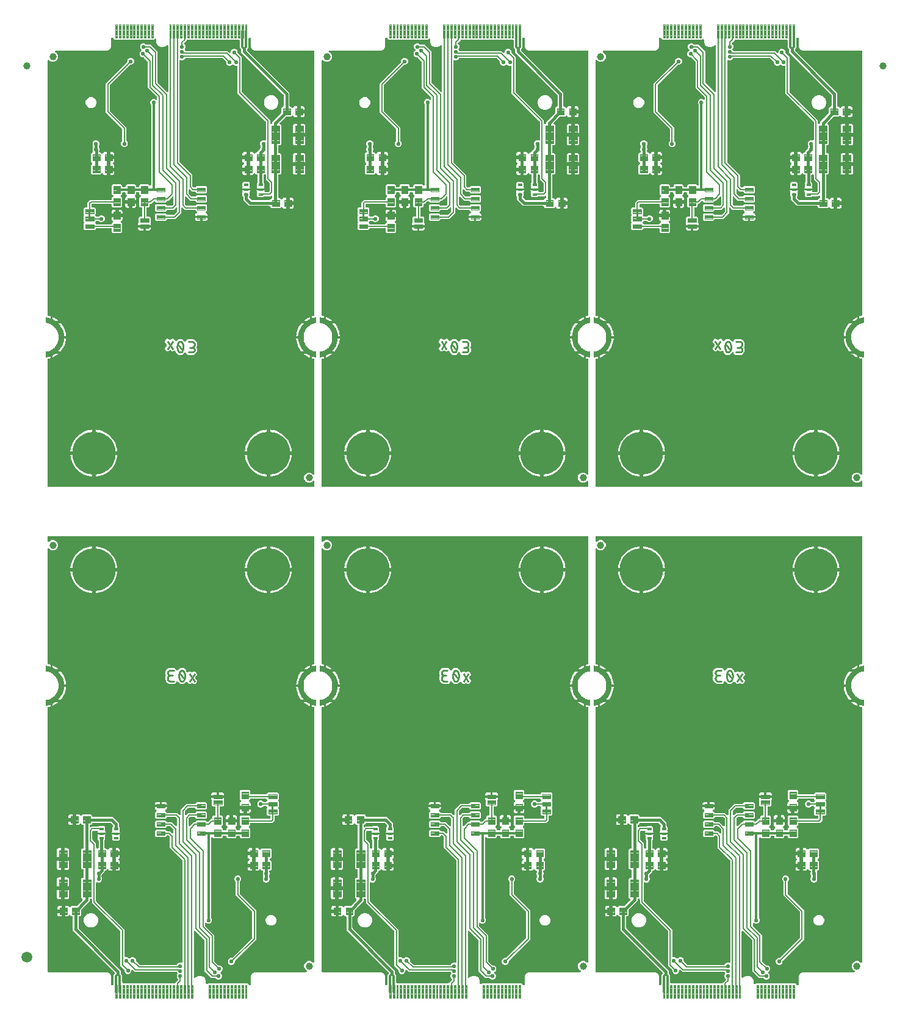
<source format=gbl>
G04 EAGLE Gerber RS-274X export*
G75*
%MOMM*%
%FSLAX34Y34*%
%LPD*%
%INBottom Copper*%
%IPPOS*%
%AMOC8*
5,1,8,0,0,1.08239X$1,22.5*%
G01*
%ADD10C,0.279400*%
%ADD11C,1.000000*%
%ADD12C,0.100000*%
%ADD13C,6.000000*%
%ADD14C,0.096000*%
%ADD15C,0.099059*%
%ADD16C,0.101500*%
%ADD17C,0.609600*%
%ADD18C,0.203200*%
%ADD19C,0.102000*%
%ADD20C,0.101600*%
%ADD21C,1.500000*%
%ADD22C,0.554000*%
%ADD23C,0.304800*%
%ADD24C,0.406400*%
%ADD25C,0.152400*%

G36*
X1043139Y24131D02*
X1043139Y24131D01*
X1043258Y24146D01*
X1043376Y24153D01*
X1043415Y24166D01*
X1043455Y24171D01*
X1043566Y24214D01*
X1043679Y24251D01*
X1043713Y24273D01*
X1043751Y24288D01*
X1043847Y24358D01*
X1043948Y24421D01*
X1043975Y24451D01*
X1044008Y24475D01*
X1044084Y24566D01*
X1044165Y24653D01*
X1044185Y24688D01*
X1044211Y24720D01*
X1044262Y24827D01*
X1044319Y24931D01*
X1044329Y24971D01*
X1044346Y25007D01*
X1044369Y25124D01*
X1044398Y25239D01*
X1044402Y25300D01*
X1044406Y25320D01*
X1044405Y25340D01*
X1044409Y25400D01*
X1044409Y33565D01*
X1044398Y33652D01*
X1044397Y33739D01*
X1044386Y33780D01*
X1044408Y35010D01*
X1044408Y35017D01*
X1044409Y35033D01*
X1044409Y36267D01*
X1044422Y36316D01*
X1044433Y36446D01*
X1044435Y36459D01*
X1044435Y36465D01*
X1044436Y36477D01*
X1044443Y36907D01*
X1046273Y40157D01*
X1049426Y42151D01*
X1049960Y42189D01*
X1050013Y42199D01*
X1050068Y42201D01*
X1050169Y42230D01*
X1050272Y42250D01*
X1050321Y42274D01*
X1050365Y42287D01*
X1051321Y42287D01*
X1051342Y42289D01*
X1051410Y42290D01*
X1052380Y42358D01*
X1052408Y42350D01*
X1052506Y42316D01*
X1052561Y42311D01*
X1052614Y42297D01*
X1052775Y42287D01*
X1121040Y42287D01*
X1121109Y42295D01*
X1121179Y42294D01*
X1121266Y42315D01*
X1121355Y42327D01*
X1121420Y42352D01*
X1121488Y42369D01*
X1121568Y42411D01*
X1121651Y42444D01*
X1121708Y42485D01*
X1121769Y42517D01*
X1121836Y42578D01*
X1121909Y42630D01*
X1121953Y42684D01*
X1122005Y42731D01*
X1122054Y42806D01*
X1122111Y42875D01*
X1122141Y42939D01*
X1122179Y42997D01*
X1122209Y43082D01*
X1122247Y43163D01*
X1122260Y43232D01*
X1122283Y43298D01*
X1122290Y43387D01*
X1122307Y43475D01*
X1122302Y43545D01*
X1122308Y43615D01*
X1122292Y43703D01*
X1122287Y43793D01*
X1122265Y43859D01*
X1122253Y43928D01*
X1122217Y44010D01*
X1122189Y44095D01*
X1122152Y44154D01*
X1122123Y44218D01*
X1122067Y44288D01*
X1122019Y44364D01*
X1121968Y44412D01*
X1121924Y44466D01*
X1121852Y44521D01*
X1121787Y44582D01*
X1121726Y44616D01*
X1121670Y44658D01*
X1121526Y44729D01*
X1121262Y44838D01*
X1119283Y46816D01*
X1118213Y49401D01*
X1118213Y52199D01*
X1119283Y54784D01*
X1121262Y56762D01*
X1123846Y57833D01*
X1126644Y57833D01*
X1129229Y56762D01*
X1130452Y55539D01*
X1130562Y55454D01*
X1130669Y55365D01*
X1130687Y55357D01*
X1130703Y55344D01*
X1130831Y55289D01*
X1130957Y55230D01*
X1130976Y55226D01*
X1130995Y55218D01*
X1131133Y55196D01*
X1131269Y55170D01*
X1131289Y55171D01*
X1131309Y55168D01*
X1131448Y55181D01*
X1131586Y55190D01*
X1131606Y55196D01*
X1131626Y55198D01*
X1131757Y55245D01*
X1131889Y55288D01*
X1131906Y55299D01*
X1131925Y55306D01*
X1132040Y55384D01*
X1132158Y55458D01*
X1132171Y55473D01*
X1132188Y55484D01*
X1132280Y55588D01*
X1132375Y55690D01*
X1132385Y55707D01*
X1132399Y55723D01*
X1132462Y55847D01*
X1132529Y55968D01*
X1132534Y55988D01*
X1132543Y56006D01*
X1132574Y56142D01*
X1132608Y56276D01*
X1132610Y56304D01*
X1132613Y56316D01*
X1132612Y56337D01*
X1132619Y56437D01*
X1132619Y408938D01*
X1132600Y409087D01*
X1132583Y409235D01*
X1132580Y409244D01*
X1132579Y409254D01*
X1132524Y409393D01*
X1132471Y409533D01*
X1132465Y409541D01*
X1132462Y409549D01*
X1132374Y409671D01*
X1132288Y409793D01*
X1132281Y409799D01*
X1132275Y409807D01*
X1132160Y409902D01*
X1132046Y409999D01*
X1132037Y410003D01*
X1132030Y410010D01*
X1131895Y410073D01*
X1131760Y410139D01*
X1131748Y410143D01*
X1131742Y410145D01*
X1131729Y410148D01*
X1131605Y410181D01*
X1130682Y410371D01*
X1129937Y410524D01*
X1128715Y410913D01*
X1128715Y413662D01*
X1130857Y412957D01*
X1130867Y412956D01*
X1130892Y412948D01*
X1134903Y412254D01*
X1134941Y412259D01*
X1134979Y412253D01*
X1135009Y412266D01*
X1135042Y412270D01*
X1135072Y412294D01*
X1135107Y412310D01*
X1135125Y412337D01*
X1135150Y412358D01*
X1135163Y412395D01*
X1135184Y412427D01*
X1135192Y412484D01*
X1135195Y412491D01*
X1135194Y412494D01*
X1135195Y412500D01*
X1135195Y420000D01*
X1135192Y420009D01*
X1135192Y420011D01*
X1135190Y420017D01*
X1135176Y420065D01*
X1135157Y420132D01*
X1135156Y420133D01*
X1135155Y420134D01*
X1135103Y420180D01*
X1135053Y420225D01*
X1135051Y420226D01*
X1135050Y420226D01*
X1135048Y420227D01*
X1134981Y420247D01*
X1132083Y420670D01*
X1129305Y421536D01*
X1126697Y422826D01*
X1124323Y424508D01*
X1122241Y426540D01*
X1120503Y428873D01*
X1119151Y431450D01*
X1118219Y434206D01*
X1117730Y437074D01*
X1117695Y440000D01*
X1117730Y442926D01*
X1118219Y445794D01*
X1119151Y448550D01*
X1120503Y451127D01*
X1122241Y453460D01*
X1124323Y455492D01*
X1126697Y457174D01*
X1129305Y458464D01*
X1132083Y459330D01*
X1134981Y459753D01*
X1135043Y459781D01*
X1135107Y459810D01*
X1135107Y459811D01*
X1135109Y459812D01*
X1135145Y459869D01*
X1135184Y459927D01*
X1135184Y459928D01*
X1135184Y459929D01*
X1135184Y459932D01*
X1135195Y460000D01*
X1135195Y467500D01*
X1135184Y467538D01*
X1135183Y467577D01*
X1135165Y467603D01*
X1135155Y467634D01*
X1135126Y467660D01*
X1135104Y467692D01*
X1135074Y467705D01*
X1135050Y467726D01*
X1135011Y467732D01*
X1134976Y467747D01*
X1134920Y467746D01*
X1134912Y467747D01*
X1134909Y467746D01*
X1134901Y467745D01*
X1130903Y467025D01*
X1130895Y467021D01*
X1130868Y467016D01*
X1128715Y466294D01*
X1128715Y469047D01*
X1129935Y469443D01*
X1131613Y469799D01*
X1131750Y469847D01*
X1131889Y469892D01*
X1131901Y469899D01*
X1131914Y469904D01*
X1132034Y469984D01*
X1132158Y470062D01*
X1132167Y470072D01*
X1132178Y470080D01*
X1132276Y470188D01*
X1132375Y470294D01*
X1132382Y470306D01*
X1132391Y470316D01*
X1132459Y470445D01*
X1132529Y470572D01*
X1132532Y470585D01*
X1132539Y470598D01*
X1132572Y470740D01*
X1132608Y470880D01*
X1132610Y470899D01*
X1132612Y470907D01*
X1132611Y470925D01*
X1132619Y471041D01*
X1132619Y646444D01*
X1132604Y646562D01*
X1132596Y646681D01*
X1132584Y646719D01*
X1132579Y646760D01*
X1132535Y646870D01*
X1132498Y646983D01*
X1132477Y647018D01*
X1132462Y647055D01*
X1132392Y647151D01*
X1132328Y647252D01*
X1132299Y647280D01*
X1132275Y647313D01*
X1132183Y647389D01*
X1132097Y647470D01*
X1132061Y647490D01*
X1132030Y647515D01*
X1131922Y647566D01*
X1131818Y647624D01*
X1131779Y647634D01*
X1131742Y647651D01*
X1131625Y647673D01*
X1131510Y647703D01*
X1131450Y647707D01*
X1131430Y647711D01*
X1131410Y647709D01*
X1131349Y647713D01*
X763541Y647713D01*
X763423Y647698D01*
X763304Y647691D01*
X763266Y647678D01*
X763226Y647673D01*
X763115Y647630D01*
X763002Y647593D01*
X762968Y647571D01*
X762930Y647556D01*
X762834Y647487D01*
X762733Y647423D01*
X762706Y647393D01*
X762673Y647370D01*
X762597Y647278D01*
X762515Y647191D01*
X762496Y647156D01*
X762470Y647125D01*
X762419Y647017D01*
X762362Y646913D01*
X762352Y646873D01*
X762334Y646837D01*
X762312Y646720D01*
X762282Y646605D01*
X762279Y646545D01*
X762275Y646525D01*
X762276Y646504D01*
X762272Y646444D01*
X762272Y640637D01*
X762290Y640499D01*
X762303Y640360D01*
X762309Y640341D01*
X762312Y640321D01*
X762363Y640192D01*
X762410Y640061D01*
X762422Y640044D01*
X762429Y640026D01*
X762511Y639913D01*
X762589Y639798D01*
X762604Y639785D01*
X762616Y639768D01*
X762723Y639679D01*
X762827Y639587D01*
X762845Y639578D01*
X762861Y639565D01*
X762987Y639506D01*
X763110Y639443D01*
X763130Y639438D01*
X763149Y639430D01*
X763285Y639404D01*
X763421Y639373D01*
X763441Y639374D01*
X763461Y639370D01*
X763599Y639379D01*
X763739Y639383D01*
X763758Y639389D01*
X763778Y639390D01*
X763910Y639433D01*
X764044Y639471D01*
X764062Y639482D01*
X764081Y639488D01*
X764198Y639562D01*
X764318Y639633D01*
X764339Y639651D01*
X764350Y639658D01*
X764364Y639673D01*
X764439Y639739D01*
X765662Y640962D01*
X768246Y642033D01*
X771044Y642033D01*
X773629Y640962D01*
X775607Y638984D01*
X776678Y636399D01*
X776678Y633601D01*
X775607Y631016D01*
X773629Y629038D01*
X771044Y627967D01*
X768246Y627967D01*
X765662Y629038D01*
X764439Y630261D01*
X764329Y630346D01*
X764222Y630435D01*
X764204Y630443D01*
X764188Y630456D01*
X764060Y630511D01*
X763934Y630570D01*
X763914Y630574D01*
X763896Y630582D01*
X763758Y630604D01*
X763622Y630630D01*
X763602Y630629D01*
X763582Y630632D01*
X763443Y630619D01*
X763304Y630610D01*
X763285Y630604D01*
X763265Y630602D01*
X763134Y630555D01*
X763002Y630512D01*
X762985Y630501D01*
X762966Y630494D01*
X762851Y630416D01*
X762733Y630342D01*
X762719Y630327D01*
X762703Y630316D01*
X762611Y630212D01*
X762515Y630110D01*
X762506Y630093D01*
X762492Y630077D01*
X762429Y629953D01*
X762362Y629832D01*
X762357Y629812D01*
X762348Y629794D01*
X762317Y629658D01*
X762282Y629524D01*
X762281Y629496D01*
X762278Y629484D01*
X762279Y629463D01*
X762272Y629363D01*
X762272Y471062D01*
X762291Y470912D01*
X762307Y470765D01*
X762311Y470756D01*
X762312Y470746D01*
X762367Y470607D01*
X762420Y470467D01*
X762426Y470459D01*
X762429Y470451D01*
X762517Y470329D01*
X762603Y470207D01*
X762610Y470201D01*
X762616Y470193D01*
X762732Y470097D01*
X762845Y470001D01*
X762853Y469996D01*
X762861Y469990D01*
X762996Y469927D01*
X763131Y469861D01*
X763143Y469857D01*
X763149Y469855D01*
X763162Y469852D01*
X763286Y469818D01*
X764745Y469519D01*
X764953Y469476D01*
X766176Y469087D01*
X766176Y466338D01*
X764034Y467044D01*
X764024Y467044D01*
X763999Y467052D01*
X759988Y467746D01*
X759950Y467741D01*
X759912Y467747D01*
X759882Y467734D01*
X759849Y467730D01*
X759819Y467706D01*
X759784Y467690D01*
X759766Y467663D01*
X759740Y467642D01*
X759728Y467605D01*
X759707Y467574D01*
X759699Y467516D01*
X759696Y467509D01*
X759697Y467506D01*
X759696Y467500D01*
X759696Y460000D01*
X759715Y459935D01*
X759734Y459868D01*
X759735Y459867D01*
X759735Y459866D01*
X759788Y459820D01*
X759838Y459775D01*
X759840Y459774D01*
X759841Y459774D01*
X759843Y459773D01*
X759909Y459753D01*
X762808Y459330D01*
X765585Y458464D01*
X768194Y457174D01*
X770568Y455492D01*
X772649Y453460D01*
X774388Y451127D01*
X775739Y448550D01*
X776672Y445794D01*
X777161Y442926D01*
X777196Y440000D01*
X777161Y437074D01*
X776672Y434206D01*
X775739Y431450D01*
X774388Y428873D01*
X772649Y426540D01*
X770568Y424508D01*
X768194Y422826D01*
X765585Y421536D01*
X762808Y420670D01*
X759909Y420247D01*
X759848Y420219D01*
X759784Y420190D01*
X759783Y420189D01*
X759782Y420188D01*
X759745Y420131D01*
X759707Y420074D01*
X759707Y420072D01*
X759706Y420071D01*
X759706Y420068D01*
X759696Y420000D01*
X759696Y412500D01*
X759707Y412462D01*
X759708Y412423D01*
X759726Y412397D01*
X759735Y412366D01*
X759765Y412340D01*
X759787Y412308D01*
X759816Y412295D01*
X759841Y412274D01*
X759879Y412268D01*
X759915Y412253D01*
X759971Y412254D01*
X759979Y412253D01*
X759982Y412254D01*
X759990Y412255D01*
X763988Y412975D01*
X763996Y412979D01*
X764023Y412984D01*
X766176Y413706D01*
X766176Y410952D01*
X764956Y410557D01*
X763278Y410201D01*
X763140Y410153D01*
X763002Y410108D01*
X762990Y410101D01*
X762977Y410096D01*
X762856Y410016D01*
X762733Y409938D01*
X762724Y409928D01*
X762712Y409920D01*
X762615Y409812D01*
X762515Y409706D01*
X762509Y409694D01*
X762499Y409684D01*
X762432Y409555D01*
X762362Y409428D01*
X762358Y409414D01*
X762352Y409402D01*
X762319Y409260D01*
X762282Y409120D01*
X762281Y409101D01*
X762279Y409093D01*
X762280Y409075D01*
X762272Y408959D01*
X762272Y43556D01*
X762287Y43438D01*
X762294Y43319D01*
X762307Y43281D01*
X762312Y43240D01*
X762356Y43130D01*
X762392Y43017D01*
X762414Y42982D01*
X762429Y42945D01*
X762499Y42849D01*
X762563Y42748D01*
X762592Y42720D01*
X762616Y42687D01*
X762708Y42611D01*
X762794Y42530D01*
X762830Y42510D01*
X762861Y42485D01*
X762968Y42434D01*
X763073Y42376D01*
X763112Y42366D01*
X763149Y42349D01*
X763265Y42327D01*
X763381Y42297D01*
X763441Y42293D01*
X763461Y42289D01*
X763481Y42291D01*
X763541Y42287D01*
X842136Y42287D01*
X842184Y42293D01*
X842233Y42290D01*
X842341Y42313D01*
X842451Y42327D01*
X842496Y42344D01*
X842544Y42354D01*
X842565Y42364D01*
X843486Y42291D01*
X843508Y42292D01*
X843587Y42287D01*
X844517Y42287D01*
X844578Y42266D01*
X844679Y42222D01*
X844727Y42214D01*
X844774Y42198D01*
X844933Y42175D01*
X845474Y42132D01*
X848600Y40141D01*
X850429Y36917D01*
X850441Y36478D01*
X850454Y36398D01*
X850456Y36317D01*
X850478Y36242D01*
X850482Y36215D01*
X850482Y35050D01*
X850484Y35039D01*
X850483Y35014D01*
X850516Y33848D01*
X850513Y33825D01*
X850492Y33746D01*
X850483Y33594D01*
X850482Y33590D01*
X850482Y33589D01*
X850482Y33586D01*
X850482Y25400D01*
X850497Y25282D01*
X850504Y25163D01*
X850517Y25125D01*
X850522Y25084D01*
X850566Y24974D01*
X850602Y24861D01*
X850624Y24826D01*
X850639Y24789D01*
X850709Y24693D01*
X850773Y24592D01*
X850802Y24564D01*
X850826Y24531D01*
X850918Y24456D01*
X851004Y24374D01*
X851040Y24354D01*
X851071Y24329D01*
X851178Y24278D01*
X851283Y24220D01*
X851322Y24210D01*
X851359Y24193D01*
X851475Y24171D01*
X851591Y24141D01*
X851651Y24137D01*
X851671Y24133D01*
X851691Y24135D01*
X851751Y24131D01*
X852393Y24131D01*
X852512Y24146D01*
X852630Y24153D01*
X852669Y24166D01*
X852709Y24171D01*
X852820Y24214D01*
X852933Y24251D01*
X852967Y24273D01*
X853005Y24288D01*
X853101Y24358D01*
X853202Y24421D01*
X853229Y24451D01*
X853262Y24474D01*
X853338Y24566D01*
X853419Y24653D01*
X853439Y24688D01*
X853465Y24719D01*
X853516Y24827D01*
X853573Y24931D01*
X853583Y24971D01*
X853600Y25007D01*
X853623Y25124D01*
X853652Y25239D01*
X853656Y25300D01*
X853660Y25320D01*
X853659Y25340D01*
X853663Y25400D01*
X853663Y25581D01*
X853675Y25602D01*
X853712Y25650D01*
X853751Y25741D01*
X853799Y25828D01*
X853814Y25886D01*
X853838Y25942D01*
X853854Y26040D01*
X853878Y26136D01*
X853885Y26236D01*
X853888Y26256D01*
X853887Y26268D01*
X853889Y26296D01*
X853889Y38473D01*
X855379Y39963D01*
X855440Y40042D01*
X855507Y40114D01*
X855537Y40167D01*
X855574Y40215D01*
X855613Y40306D01*
X855661Y40392D01*
X855676Y40451D01*
X855700Y40507D01*
X855716Y40605D01*
X855740Y40700D01*
X855747Y40800D01*
X855750Y40821D01*
X855749Y40833D01*
X855751Y40861D01*
X855751Y40971D01*
X855738Y41069D01*
X855735Y41168D01*
X855718Y41226D01*
X855711Y41286D01*
X855674Y41378D01*
X855647Y41473D01*
X855616Y41525D01*
X855594Y41582D01*
X855536Y41662D01*
X855485Y41747D01*
X855419Y41823D01*
X855407Y41839D01*
X855398Y41847D01*
X855379Y41868D01*
X796941Y100306D01*
X796941Y118698D01*
X796926Y118816D01*
X796918Y118935D01*
X796906Y118973D01*
X796901Y119014D01*
X796857Y119124D01*
X796820Y119237D01*
X796799Y119272D01*
X796784Y119309D01*
X796714Y119405D01*
X796650Y119506D01*
X796621Y119534D01*
X796597Y119567D01*
X796505Y119643D01*
X796419Y119724D01*
X796383Y119744D01*
X796352Y119769D01*
X796244Y119820D01*
X796140Y119878D01*
X796101Y119888D01*
X796064Y119905D01*
X795947Y119927D01*
X795832Y119957D01*
X795772Y119961D01*
X795752Y119965D01*
X795732Y119963D01*
X795671Y119967D01*
X794956Y119967D01*
X793652Y121271D01*
X793553Y121349D01*
X793458Y121431D01*
X793428Y121446D01*
X793401Y121466D01*
X793285Y121516D01*
X793173Y121572D01*
X793140Y121579D01*
X793109Y121593D01*
X792985Y121612D01*
X792862Y121639D01*
X792828Y121637D01*
X792795Y121643D01*
X792670Y121631D01*
X792544Y121626D01*
X792512Y121616D01*
X792478Y121613D01*
X792360Y121570D01*
X792240Y121534D01*
X792211Y121517D01*
X792179Y121505D01*
X792075Y121435D01*
X791967Y121370D01*
X791944Y121346D01*
X791916Y121327D01*
X791833Y121232D01*
X791745Y121143D01*
X791718Y121102D01*
X791705Y121088D01*
X791696Y121069D01*
X791655Y121009D01*
X791439Y120633D01*
X790872Y120067D01*
X790179Y119666D01*
X789406Y119459D01*
X786505Y119459D01*
X786505Y125770D01*
X786490Y125888D01*
X786482Y126007D01*
X786470Y126045D01*
X786465Y126085D01*
X786421Y126196D01*
X786384Y126309D01*
X786363Y126343D01*
X786348Y126381D01*
X786278Y126477D01*
X786214Y126578D01*
X786185Y126606D01*
X786161Y126638D01*
X786069Y126714D01*
X785983Y126796D01*
X785947Y126815D01*
X785916Y126841D01*
X785808Y126892D01*
X785704Y126949D01*
X785665Y126959D01*
X785628Y126977D01*
X785522Y126997D01*
X785551Y127001D01*
X785662Y127045D01*
X785775Y127081D01*
X785809Y127103D01*
X785847Y127118D01*
X785943Y127188D01*
X786044Y127251D01*
X786071Y127281D01*
X786104Y127305D01*
X786180Y127396D01*
X786261Y127483D01*
X786281Y127518D01*
X786307Y127550D01*
X786358Y127657D01*
X786415Y127762D01*
X786425Y127801D01*
X786442Y127837D01*
X786465Y127954D01*
X786494Y128070D01*
X786498Y128130D01*
X786502Y128150D01*
X786501Y128170D01*
X786505Y128230D01*
X786505Y134541D01*
X789406Y134541D01*
X790179Y134334D01*
X790872Y133933D01*
X791439Y133367D01*
X791655Y132991D01*
X791732Y132891D01*
X791802Y132787D01*
X791827Y132765D01*
X791848Y132738D01*
X791946Y132660D01*
X792040Y132577D01*
X792070Y132561D01*
X792097Y132541D01*
X792212Y132489D01*
X792324Y132432D01*
X792357Y132425D01*
X792387Y132411D01*
X792512Y132390D01*
X792634Y132363D01*
X792668Y132364D01*
X792701Y132358D01*
X792826Y132368D01*
X792952Y132372D01*
X792984Y132382D01*
X793018Y132384D01*
X793136Y132426D01*
X793257Y132461D01*
X793286Y132478D01*
X793318Y132489D01*
X793423Y132558D01*
X793531Y132622D01*
X793568Y132654D01*
X793583Y132665D01*
X793598Y132681D01*
X793652Y132729D01*
X794956Y134033D01*
X801764Y134033D01*
X801862Y134045D01*
X801961Y134048D01*
X802019Y134065D01*
X802080Y134073D01*
X802172Y134109D01*
X802267Y134137D01*
X802319Y134167D01*
X802375Y134190D01*
X802455Y134248D01*
X802541Y134298D01*
X802616Y134364D01*
X802633Y134376D01*
X802640Y134386D01*
X802662Y134404D01*
X810372Y142115D01*
X810445Y142209D01*
X810524Y142298D01*
X810542Y142334D01*
X810567Y142366D01*
X810614Y142476D01*
X810668Y142582D01*
X810677Y142621D01*
X810693Y142658D01*
X810712Y142776D01*
X810738Y142892D01*
X810737Y142932D01*
X810743Y142972D01*
X810732Y143091D01*
X810728Y143210D01*
X810717Y143249D01*
X810713Y143289D01*
X810673Y143401D01*
X810640Y143515D01*
X810619Y143550D01*
X810606Y143588D01*
X810539Y143687D01*
X810478Y143789D01*
X810439Y143834D01*
X810427Y143851D01*
X810412Y143865D01*
X810372Y143910D01*
X808593Y145689D01*
X808593Y171811D01*
X810065Y173283D01*
X811291Y173283D01*
X811410Y173298D01*
X811528Y173305D01*
X811567Y173318D01*
X811607Y173323D01*
X811718Y173366D01*
X811831Y173403D01*
X811865Y173425D01*
X811903Y173440D01*
X811999Y173509D01*
X812100Y173573D01*
X812127Y173603D01*
X812160Y173626D01*
X812236Y173718D01*
X812317Y173805D01*
X812337Y173840D01*
X812363Y173871D01*
X812414Y173979D01*
X812471Y174083D01*
X812481Y174123D01*
X812498Y174159D01*
X812521Y174276D01*
X812550Y174391D01*
X812554Y174451D01*
X812558Y174471D01*
X812557Y174492D01*
X812561Y174552D01*
X812561Y183588D01*
X812546Y183706D01*
X812538Y183825D01*
X812526Y183863D01*
X812521Y183904D01*
X812477Y184014D01*
X812440Y184127D01*
X812419Y184162D01*
X812404Y184199D01*
X812334Y184295D01*
X812270Y184396D01*
X812241Y184424D01*
X812217Y184457D01*
X812125Y184533D01*
X812039Y184614D01*
X812003Y184634D01*
X811972Y184659D01*
X811864Y184710D01*
X811760Y184768D01*
X811721Y184778D01*
X811684Y184795D01*
X811567Y184817D01*
X811452Y184847D01*
X811392Y184851D01*
X811372Y184855D01*
X811352Y184853D01*
X811291Y184857D01*
X810065Y184857D01*
X808593Y186329D01*
X808593Y212451D01*
X810065Y213923D01*
X811291Y213923D01*
X811410Y213938D01*
X811528Y213945D01*
X811567Y213958D01*
X811607Y213963D01*
X811718Y214006D01*
X811831Y214043D01*
X811865Y214065D01*
X811903Y214080D01*
X811999Y214149D01*
X812100Y214213D01*
X812127Y214243D01*
X812160Y214266D01*
X812236Y214358D01*
X812317Y214445D01*
X812337Y214480D01*
X812363Y214511D01*
X812414Y214619D01*
X812471Y214723D01*
X812481Y214763D01*
X812498Y214799D01*
X812521Y214916D01*
X812550Y215031D01*
X812554Y215091D01*
X812558Y215111D01*
X812557Y215132D01*
X812561Y215192D01*
X812561Y245698D01*
X812546Y245816D01*
X812538Y245935D01*
X812526Y245973D01*
X812521Y246014D01*
X812477Y246124D01*
X812440Y246237D01*
X812419Y246272D01*
X812404Y246309D01*
X812334Y246405D01*
X812270Y246506D01*
X812241Y246534D01*
X812217Y246567D01*
X812125Y246643D01*
X812039Y246724D01*
X812003Y246744D01*
X811972Y246769D01*
X811864Y246820D01*
X811760Y246878D01*
X811721Y246888D01*
X811684Y246905D01*
X811567Y246927D01*
X811452Y246957D01*
X811392Y246961D01*
X811372Y246965D01*
X811352Y246963D01*
X811291Y246967D01*
X810196Y246967D01*
X808892Y248271D01*
X808793Y248349D01*
X808698Y248431D01*
X808668Y248446D01*
X808641Y248466D01*
X808525Y248516D01*
X808413Y248572D01*
X808380Y248579D01*
X808349Y248593D01*
X808225Y248612D01*
X808102Y248639D01*
X808068Y248637D01*
X808035Y248643D01*
X807910Y248631D01*
X807784Y248626D01*
X807752Y248616D01*
X807718Y248613D01*
X807600Y248570D01*
X807480Y248534D01*
X807451Y248517D01*
X807419Y248505D01*
X807315Y248435D01*
X807207Y248370D01*
X807184Y248346D01*
X807156Y248327D01*
X807073Y248232D01*
X806985Y248143D01*
X806958Y248102D01*
X806945Y248088D01*
X806936Y248069D01*
X806895Y248009D01*
X806679Y247633D01*
X806112Y247067D01*
X805419Y246666D01*
X804646Y246459D01*
X801745Y246459D01*
X801745Y252770D01*
X801730Y252888D01*
X801722Y253007D01*
X801710Y253045D01*
X801705Y253085D01*
X801661Y253196D01*
X801624Y253309D01*
X801603Y253343D01*
X801588Y253381D01*
X801518Y253477D01*
X801454Y253578D01*
X801425Y253606D01*
X801401Y253638D01*
X801309Y253714D01*
X801223Y253796D01*
X801187Y253815D01*
X801156Y253841D01*
X801048Y253892D01*
X800944Y253949D01*
X800905Y253959D01*
X800868Y253977D01*
X800762Y253997D01*
X800791Y254001D01*
X800902Y254045D01*
X801015Y254081D01*
X801049Y254103D01*
X801087Y254118D01*
X801183Y254188D01*
X801284Y254251D01*
X801311Y254281D01*
X801344Y254305D01*
X801420Y254396D01*
X801501Y254483D01*
X801521Y254518D01*
X801547Y254550D01*
X801598Y254657D01*
X801655Y254762D01*
X801665Y254801D01*
X801682Y254837D01*
X801705Y254954D01*
X801734Y255070D01*
X801738Y255130D01*
X801742Y255150D01*
X801741Y255170D01*
X801745Y255230D01*
X801745Y261541D01*
X804646Y261541D01*
X805419Y261334D01*
X806112Y260933D01*
X806679Y260367D01*
X806895Y259991D01*
X806972Y259891D01*
X807042Y259787D01*
X807067Y259765D01*
X807088Y259738D01*
X807186Y259660D01*
X807280Y259577D01*
X807310Y259561D01*
X807337Y259541D01*
X807452Y259489D01*
X807564Y259432D01*
X807597Y259425D01*
X807627Y259411D01*
X807752Y259390D01*
X807874Y259363D01*
X807908Y259364D01*
X807941Y259358D01*
X808066Y259368D01*
X808192Y259372D01*
X808224Y259382D01*
X808258Y259384D01*
X808376Y259426D01*
X808497Y259461D01*
X808526Y259478D01*
X808558Y259489D01*
X808663Y259558D01*
X808771Y259622D01*
X808808Y259654D01*
X808823Y259665D01*
X808838Y259681D01*
X808892Y259729D01*
X810196Y261033D01*
X822294Y261033D01*
X823778Y259549D01*
X823778Y258954D01*
X823793Y258836D01*
X823800Y258717D01*
X823813Y258679D01*
X823818Y258638D01*
X823862Y258528D01*
X823898Y258415D01*
X823920Y258380D01*
X823935Y258343D01*
X824005Y258247D01*
X824069Y258146D01*
X824098Y258118D01*
X824122Y258085D01*
X824214Y258009D01*
X824300Y257928D01*
X824336Y257908D01*
X824367Y257883D01*
X824474Y257832D01*
X824579Y257774D01*
X824618Y257764D01*
X824655Y257747D01*
X824771Y257725D01*
X824887Y257695D01*
X824947Y257691D01*
X824967Y257687D01*
X824987Y257689D01*
X825047Y257685D01*
X852989Y257685D01*
X861180Y249494D01*
X861180Y245238D01*
X861193Y245140D01*
X861196Y245041D01*
X861212Y244983D01*
X861220Y244923D01*
X861256Y244831D01*
X861284Y244736D01*
X861315Y244684D01*
X861337Y244627D01*
X861395Y244547D01*
X861445Y244462D01*
X861512Y244386D01*
X861524Y244370D01*
X861533Y244362D01*
X861552Y244341D01*
X862148Y243745D01*
X862148Y239059D01*
X862134Y239026D01*
X862082Y238927D01*
X862071Y238881D01*
X862052Y238838D01*
X862034Y238726D01*
X862009Y238617D01*
X862010Y238570D01*
X862002Y238523D01*
X862013Y238412D01*
X862015Y238299D01*
X862028Y238254D01*
X862032Y238207D01*
X862070Y238101D01*
X862100Y237993D01*
X862132Y237928D01*
X862140Y237908D01*
X862150Y237892D01*
X862172Y237848D01*
X862448Y237369D01*
X862656Y236594D01*
X862656Y236219D01*
X857116Y236219D01*
X857115Y236219D01*
X851575Y236219D01*
X851575Y236594D01*
X851782Y237369D01*
X852059Y237848D01*
X852103Y237952D01*
X852154Y238052D01*
X852164Y238098D01*
X852182Y238142D01*
X852199Y238253D01*
X852223Y238363D01*
X852222Y238409D01*
X852229Y238456D01*
X852217Y238568D01*
X852214Y238680D01*
X852201Y238726D01*
X852196Y238772D01*
X852157Y238878D01*
X852125Y238986D01*
X852101Y239026D01*
X852085Y239071D01*
X852083Y239074D01*
X852083Y243745D01*
X852679Y244341D01*
X852740Y244419D01*
X852807Y244491D01*
X852837Y244544D01*
X852874Y244592D01*
X852913Y244683D01*
X852961Y244770D01*
X852976Y244828D01*
X853000Y244884D01*
X853016Y244982D01*
X853040Y245078D01*
X853047Y245178D01*
X853050Y245198D01*
X853049Y245210D01*
X853051Y245238D01*
X853051Y245601D01*
X853038Y245699D01*
X853035Y245798D01*
X853018Y245856D01*
X853011Y245916D01*
X852974Y246008D01*
X852947Y246103D01*
X852916Y246155D01*
X852894Y246212D01*
X852836Y246292D01*
X852785Y246377D01*
X852719Y246453D01*
X852707Y246469D01*
X852698Y246477D01*
X852679Y246498D01*
X849993Y249184D01*
X849915Y249244D01*
X849843Y249312D01*
X849790Y249341D01*
X849742Y249378D01*
X849651Y249418D01*
X849565Y249466D01*
X849506Y249481D01*
X849450Y249505D01*
X849352Y249520D01*
X849257Y249545D01*
X849157Y249551D01*
X849136Y249555D01*
X849124Y249553D01*
X849096Y249555D01*
X825047Y249555D01*
X824929Y249540D01*
X824810Y249533D01*
X824772Y249520D01*
X824732Y249515D01*
X824621Y249472D01*
X824508Y249435D01*
X824474Y249413D01*
X824436Y249398D01*
X824340Y249329D01*
X824239Y249265D01*
X824212Y249235D01*
X824179Y249212D01*
X824103Y249120D01*
X824021Y249033D01*
X824002Y248998D01*
X823976Y248967D01*
X823925Y248859D01*
X823868Y248755D01*
X823858Y248715D01*
X823840Y248679D01*
X823818Y248562D01*
X823793Y248466D01*
X822294Y246967D01*
X821959Y246967D01*
X821841Y246952D01*
X821722Y246945D01*
X821684Y246932D01*
X821644Y246927D01*
X821533Y246884D01*
X821420Y246847D01*
X821386Y246825D01*
X821348Y246810D01*
X821252Y246741D01*
X821151Y246677D01*
X821124Y246647D01*
X821091Y246624D01*
X821015Y246532D01*
X820933Y246445D01*
X820914Y246410D01*
X820888Y246379D01*
X820837Y246271D01*
X820780Y246167D01*
X820770Y246127D01*
X820752Y246091D01*
X820730Y245974D01*
X820700Y245859D01*
X820697Y245799D01*
X820693Y245779D01*
X820694Y245758D01*
X820690Y245698D01*
X820690Y244751D01*
X820708Y244613D01*
X820721Y244475D01*
X820727Y244456D01*
X820730Y244436D01*
X820781Y244306D01*
X820828Y244176D01*
X820840Y244159D01*
X820847Y244140D01*
X820929Y244028D01*
X821007Y243913D01*
X821022Y243899D01*
X821034Y243883D01*
X821141Y243794D01*
X821245Y243702D01*
X821263Y243693D01*
X821279Y243680D01*
X821405Y243621D01*
X821528Y243557D01*
X821548Y243553D01*
X821567Y243544D01*
X821703Y243518D01*
X821839Y243488D01*
X821859Y243488D01*
X821879Y243485D01*
X822017Y243493D01*
X822157Y243497D01*
X822176Y243503D01*
X822196Y243504D01*
X822328Y243547D01*
X822462Y243586D01*
X822480Y243596D01*
X822499Y243602D01*
X822616Y243677D01*
X822736Y243747D01*
X822757Y243766D01*
X822768Y243773D01*
X822782Y243788D01*
X822857Y243854D01*
X823248Y244245D01*
X832057Y244245D01*
X832155Y244257D01*
X832254Y244260D01*
X832312Y244277D01*
X832373Y244285D01*
X832465Y244321D01*
X832560Y244349D01*
X832612Y244379D01*
X832668Y244402D01*
X832748Y244460D01*
X832834Y244510D01*
X832909Y244576D01*
X832926Y244588D01*
X832933Y244598D01*
X832954Y244617D01*
X833571Y245233D01*
X840660Y245233D01*
X842148Y243745D01*
X842148Y239059D01*
X842134Y239026D01*
X842082Y238927D01*
X842071Y238881D01*
X842052Y238838D01*
X842034Y238726D01*
X842009Y238617D01*
X842010Y238570D01*
X842002Y238523D01*
X842013Y238412D01*
X842015Y238299D01*
X842028Y238254D01*
X842032Y238207D01*
X842070Y238101D01*
X842100Y237993D01*
X842132Y237928D01*
X842140Y237908D01*
X842150Y237892D01*
X842172Y237848D01*
X842448Y237369D01*
X842656Y236594D01*
X842656Y236219D01*
X837116Y236219D01*
X837115Y236219D01*
X831575Y236219D01*
X831575Y236594D01*
X831699Y237057D01*
X831716Y237182D01*
X831740Y237306D01*
X831738Y237339D01*
X831742Y237373D01*
X831728Y237498D01*
X831720Y237623D01*
X831709Y237655D01*
X831706Y237689D01*
X831661Y237806D01*
X831622Y237925D01*
X831604Y237954D01*
X831592Y237985D01*
X831519Y238088D01*
X831452Y238194D01*
X831427Y238217D01*
X831408Y238245D01*
X831312Y238326D01*
X831220Y238412D01*
X831191Y238428D01*
X831165Y238450D01*
X831052Y238505D01*
X830942Y238566D01*
X830909Y238574D01*
X830879Y238589D01*
X830755Y238614D01*
X830634Y238645D01*
X830585Y238648D01*
X830567Y238652D01*
X830545Y238651D01*
X830473Y238655D01*
X826089Y238655D01*
X825991Y238643D01*
X825892Y238640D01*
X825833Y238623D01*
X825773Y238615D01*
X825681Y238579D01*
X825586Y238551D01*
X825534Y238521D01*
X825478Y238498D01*
X825398Y238440D01*
X825312Y238390D01*
X825237Y238324D01*
X825220Y238312D01*
X825212Y238302D01*
X825191Y238284D01*
X824882Y237974D01*
X824821Y237896D01*
X824753Y237824D01*
X824724Y237771D01*
X824687Y237723D01*
X824648Y237632D01*
X824600Y237545D01*
X824585Y237487D01*
X824561Y237431D01*
X824545Y237333D01*
X824520Y237237D01*
X824514Y237137D01*
X824511Y237117D01*
X824512Y237105D01*
X824510Y237077D01*
X824510Y226473D01*
X824523Y226375D01*
X824526Y226276D01*
X824542Y226218D01*
X824550Y226158D01*
X824586Y226066D01*
X824614Y225971D01*
X824645Y225918D01*
X824667Y225862D01*
X824725Y225782D01*
X824775Y225697D01*
X824842Y225621D01*
X824854Y225605D01*
X824863Y225597D01*
X824882Y225576D01*
X829590Y220868D01*
X829590Y215312D01*
X829605Y215194D01*
X829612Y215075D01*
X829625Y215037D01*
X829630Y214996D01*
X829674Y214886D01*
X829710Y214773D01*
X829732Y214738D01*
X829747Y214701D01*
X829817Y214604D01*
X829881Y214504D01*
X829910Y214476D01*
X829934Y214443D01*
X830026Y214367D01*
X830112Y214286D01*
X830148Y214266D01*
X830179Y214241D01*
X830286Y214190D01*
X830391Y214132D01*
X830430Y214122D01*
X830467Y214105D01*
X830583Y214083D01*
X830699Y214053D01*
X830759Y214049D01*
X830779Y214045D01*
X830799Y214047D01*
X830859Y214043D01*
X831781Y214043D01*
X831900Y214058D01*
X832018Y214065D01*
X832057Y214078D01*
X832097Y214083D01*
X832208Y214126D01*
X832321Y214163D01*
X832355Y214185D01*
X832393Y214200D01*
X832489Y214269D01*
X832590Y214333D01*
X832617Y214363D01*
X832650Y214386D01*
X832726Y214478D01*
X832807Y214565D01*
X832827Y214600D01*
X832853Y214631D01*
X832903Y214739D01*
X832961Y214843D01*
X832971Y214883D01*
X832988Y214919D01*
X833011Y215036D01*
X833040Y215151D01*
X833044Y215211D01*
X833048Y215231D01*
X833047Y215252D01*
X833051Y215312D01*
X833051Y224662D01*
X833038Y224760D01*
X833035Y224859D01*
X833018Y224917D01*
X833011Y224977D01*
X832974Y225069D01*
X832947Y225164D01*
X832921Y225209D01*
X832920Y225212D01*
X832915Y225219D01*
X832894Y225273D01*
X832836Y225353D01*
X832785Y225438D01*
X832753Y225475D01*
X832749Y225480D01*
X832742Y225487D01*
X832719Y225514D01*
X832707Y225530D01*
X832698Y225538D01*
X832679Y225559D01*
X832083Y226155D01*
X832083Y230841D01*
X832097Y230874D01*
X832149Y230973D01*
X832160Y231019D01*
X832179Y231062D01*
X832196Y231174D01*
X832222Y231283D01*
X832221Y231330D01*
X832229Y231377D01*
X832218Y231488D01*
X832216Y231601D01*
X832203Y231646D01*
X832199Y231693D01*
X832161Y231799D01*
X832131Y231907D01*
X832099Y231972D01*
X832091Y231992D01*
X832081Y232008D01*
X832059Y232052D01*
X831782Y232531D01*
X831575Y233306D01*
X831575Y233681D01*
X837115Y233681D01*
X837116Y233681D01*
X842656Y233681D01*
X842656Y233306D01*
X842448Y232531D01*
X842172Y232052D01*
X842128Y231948D01*
X842077Y231848D01*
X842067Y231802D01*
X842048Y231758D01*
X842032Y231647D01*
X842007Y231537D01*
X842009Y231491D01*
X842002Y231444D01*
X842014Y231332D01*
X842017Y231220D01*
X842030Y231174D01*
X842035Y231128D01*
X842074Y231022D01*
X842105Y230914D01*
X842129Y230874D01*
X842146Y230829D01*
X842148Y230826D01*
X842148Y226155D01*
X841552Y225559D01*
X841491Y225481D01*
X841423Y225409D01*
X841400Y225367D01*
X841389Y225353D01*
X841384Y225342D01*
X841357Y225308D01*
X841318Y225217D01*
X841270Y225130D01*
X841255Y225072D01*
X841231Y225016D01*
X841215Y224918D01*
X841190Y224822D01*
X841184Y224722D01*
X841181Y224702D01*
X841182Y224690D01*
X841180Y224662D01*
X841180Y215312D01*
X841195Y215194D01*
X841202Y215075D01*
X841215Y215037D01*
X841220Y214996D01*
X841264Y214886D01*
X841300Y214773D01*
X841322Y214738D01*
X841337Y214701D01*
X841407Y214604D01*
X841471Y214504D01*
X841500Y214476D01*
X841524Y214443D01*
X841616Y214367D01*
X841702Y214286D01*
X841738Y214266D01*
X841769Y214241D01*
X841876Y214190D01*
X841981Y214132D01*
X842020Y214122D01*
X842057Y214105D01*
X842173Y214083D01*
X842289Y214053D01*
X842349Y214049D01*
X842369Y214045D01*
X842389Y214047D01*
X842449Y214043D01*
X843394Y214043D01*
X844699Y212739D01*
X844798Y212661D01*
X844893Y212579D01*
X844923Y212564D01*
X844950Y212544D01*
X845066Y212494D01*
X845178Y212438D01*
X845211Y212431D01*
X845242Y212417D01*
X845366Y212398D01*
X845489Y212371D01*
X845523Y212373D01*
X845556Y212367D01*
X845681Y212379D01*
X845807Y212384D01*
X845839Y212394D01*
X845872Y212397D01*
X845991Y212440D01*
X846111Y212476D01*
X846140Y212493D01*
X846172Y212505D01*
X846276Y212575D01*
X846383Y212640D01*
X846407Y212664D01*
X846435Y212683D01*
X846518Y212778D01*
X846606Y212867D01*
X846633Y212908D01*
X846645Y212922D01*
X846655Y212941D01*
X846695Y213001D01*
X846912Y213377D01*
X847478Y213943D01*
X848172Y214344D01*
X848945Y214551D01*
X851846Y214551D01*
X851846Y208240D01*
X851861Y208122D01*
X851868Y208003D01*
X851881Y207965D01*
X851886Y207925D01*
X851930Y207814D01*
X851966Y207701D01*
X851988Y207667D01*
X852003Y207629D01*
X852073Y207533D01*
X852137Y207432D01*
X852166Y207404D01*
X852190Y207372D01*
X852282Y207296D01*
X852368Y207214D01*
X852404Y207195D01*
X852435Y207169D01*
X852542Y207118D01*
X852647Y207061D01*
X852686Y207051D01*
X852723Y207033D01*
X852829Y207013D01*
X852800Y207009D01*
X852689Y206965D01*
X852576Y206929D01*
X852542Y206907D01*
X852504Y206892D01*
X852408Y206822D01*
X852307Y206759D01*
X852280Y206729D01*
X852247Y206705D01*
X852171Y206614D01*
X852089Y206527D01*
X852070Y206492D01*
X852044Y206460D01*
X851993Y206353D01*
X851936Y206248D01*
X851926Y206209D01*
X851908Y206173D01*
X851886Y206056D01*
X851856Y205940D01*
X851853Y205880D01*
X851849Y205860D01*
X851850Y205840D01*
X851846Y205780D01*
X851846Y191730D01*
X851861Y191612D01*
X851868Y191493D01*
X851881Y191455D01*
X851886Y191415D01*
X851930Y191304D01*
X851966Y191191D01*
X851988Y191157D01*
X852003Y191119D01*
X852073Y191023D01*
X852137Y190922D01*
X852166Y190894D01*
X852190Y190862D01*
X852282Y190786D01*
X852368Y190704D01*
X852404Y190685D01*
X852435Y190659D01*
X852542Y190608D01*
X852647Y190551D01*
X852686Y190541D01*
X852723Y190523D01*
X852829Y190503D01*
X852800Y190499D01*
X852689Y190455D01*
X852576Y190419D01*
X852542Y190397D01*
X852504Y190382D01*
X852408Y190312D01*
X852307Y190249D01*
X852280Y190219D01*
X852247Y190195D01*
X852171Y190104D01*
X852089Y190017D01*
X852070Y189982D01*
X852044Y189950D01*
X851993Y189843D01*
X851936Y189738D01*
X851926Y189699D01*
X851908Y189663D01*
X851886Y189546D01*
X851856Y189430D01*
X851852Y189370D01*
X851849Y189350D01*
X851850Y189330D01*
X851846Y189270D01*
X851846Y182959D01*
X848945Y182959D01*
X848172Y183166D01*
X847478Y183567D01*
X846912Y184133D01*
X846695Y184509D01*
X846619Y184609D01*
X846549Y184713D01*
X846524Y184735D01*
X846503Y184762D01*
X846404Y184840D01*
X846310Y184923D01*
X846280Y184939D01*
X846254Y184959D01*
X846139Y185011D01*
X846027Y185068D01*
X845994Y185075D01*
X845963Y185089D01*
X845839Y185110D01*
X845717Y185137D01*
X845683Y185136D01*
X845650Y185142D01*
X845525Y185132D01*
X845399Y185128D01*
X845366Y185118D01*
X845333Y185116D01*
X845214Y185074D01*
X845093Y185039D01*
X845064Y185022D01*
X845033Y185011D01*
X844928Y184942D01*
X844819Y184878D01*
X844783Y184846D01*
X844768Y184835D01*
X844753Y184819D01*
X844699Y184771D01*
X843394Y183467D01*
X842679Y183467D01*
X842561Y183452D01*
X842442Y183445D01*
X842404Y183432D01*
X842364Y183427D01*
X842253Y183384D01*
X842140Y183347D01*
X842106Y183325D01*
X842068Y183310D01*
X841972Y183241D01*
X841871Y183177D01*
X841844Y183147D01*
X841811Y183124D01*
X841735Y183032D01*
X841653Y182945D01*
X841634Y182910D01*
X841608Y182879D01*
X841557Y182771D01*
X841500Y182667D01*
X841490Y182627D01*
X841472Y182591D01*
X841450Y182474D01*
X841420Y182359D01*
X841417Y182299D01*
X841413Y182279D01*
X841414Y182258D01*
X841410Y182198D01*
X841410Y181586D01*
X838658Y178834D01*
X838657Y178834D01*
X838133Y178310D01*
X838128Y178302D01*
X838120Y178297D01*
X838030Y178177D01*
X837939Y178058D01*
X837935Y178050D01*
X837929Y178042D01*
X837858Y177898D01*
X837307Y176566D01*
X837304Y176557D01*
X837300Y176549D01*
X837262Y176404D01*
X837223Y176259D01*
X837223Y176250D01*
X837220Y176241D01*
X837210Y176081D01*
X837210Y174439D01*
X837211Y174430D01*
X837210Y174421D01*
X837231Y174272D01*
X837250Y174124D01*
X837253Y174115D01*
X837255Y174106D01*
X837307Y173954D01*
X837948Y172405D01*
X837948Y170495D01*
X837217Y168729D01*
X835866Y167378D01*
X834101Y166647D01*
X832190Y166647D01*
X831345Y166997D01*
X831297Y167010D01*
X831252Y167032D01*
X831144Y167052D01*
X831038Y167081D01*
X830989Y167082D01*
X830940Y167091D01*
X830830Y167085D01*
X830720Y167086D01*
X830672Y167075D01*
X830622Y167072D01*
X830518Y167038D01*
X830411Y167012D01*
X830367Y166989D01*
X830320Y166974D01*
X830227Y166915D01*
X830130Y166863D01*
X830093Y166830D01*
X830051Y166803D01*
X829976Y166723D01*
X829895Y166649D01*
X829867Y166608D01*
X829833Y166572D01*
X829780Y166476D01*
X829720Y166384D01*
X829704Y166337D01*
X829680Y166293D01*
X829652Y166187D01*
X829617Y166083D01*
X829613Y166033D01*
X829600Y165985D01*
X829590Y165825D01*
X829590Y141383D01*
X829603Y141285D01*
X829606Y141186D01*
X829622Y141128D01*
X829630Y141068D01*
X829666Y140976D01*
X829694Y140881D01*
X829725Y140828D01*
X829747Y140772D01*
X829805Y140692D01*
X829855Y140607D01*
X829922Y140531D01*
X829934Y140515D01*
X829943Y140507D01*
X829962Y140486D01*
X868960Y101488D01*
X868960Y64492D01*
X868975Y64374D01*
X868982Y64255D01*
X868995Y64217D01*
X869000Y64176D01*
X869044Y64066D01*
X869080Y63953D01*
X869102Y63918D01*
X869117Y63881D01*
X869187Y63785D01*
X869251Y63684D01*
X869280Y63656D01*
X869304Y63623D01*
X869396Y63547D01*
X869482Y63466D01*
X869518Y63446D01*
X869549Y63421D01*
X869656Y63370D01*
X869761Y63312D01*
X869800Y63302D01*
X869837Y63285D01*
X869953Y63263D01*
X870069Y63233D01*
X870129Y63229D01*
X870149Y63225D01*
X870169Y63227D01*
X870229Y63223D01*
X872201Y63223D01*
X873966Y62492D01*
X874793Y61665D01*
X874887Y61592D01*
X874976Y61513D01*
X875012Y61494D01*
X875044Y61470D01*
X875153Y61422D01*
X875259Y61368D01*
X875299Y61359D01*
X875336Y61343D01*
X875454Y61325D01*
X875570Y61299D01*
X875610Y61300D01*
X875650Y61293D01*
X875769Y61305D01*
X875888Y61308D01*
X875926Y61319D01*
X875967Y61323D01*
X876079Y61364D01*
X876193Y61397D01*
X876228Y61417D01*
X876266Y61431D01*
X876364Y61498D01*
X876467Y61558D01*
X876512Y61598D01*
X876529Y61609D01*
X876543Y61625D01*
X876588Y61665D01*
X877415Y62492D01*
X879180Y63223D01*
X881091Y63223D01*
X882856Y62492D01*
X884207Y61141D01*
X884938Y59375D01*
X884938Y58095D01*
X884951Y57997D01*
X884954Y57898D01*
X884970Y57840D01*
X884978Y57780D01*
X885014Y57688D01*
X885042Y57593D01*
X885073Y57540D01*
X885095Y57484D01*
X885153Y57404D01*
X885203Y57319D01*
X885270Y57243D01*
X885282Y57227D01*
X885291Y57219D01*
X885310Y57198D01*
X889811Y52696D01*
X889890Y52636D01*
X889962Y52568D01*
X890015Y52539D01*
X890063Y52502D01*
X890154Y52462D01*
X890240Y52414D01*
X890299Y52399D01*
X890354Y52375D01*
X890452Y52360D01*
X890548Y52335D01*
X890648Y52329D01*
X890668Y52325D01*
X890681Y52327D01*
X890709Y52325D01*
X940760Y52325D01*
X940790Y52328D01*
X940819Y52326D01*
X940947Y52348D01*
X941076Y52365D01*
X941103Y52375D01*
X941133Y52380D01*
X941251Y52434D01*
X941372Y52482D01*
X941396Y52499D01*
X941423Y52511D01*
X941524Y52592D01*
X941629Y52668D01*
X941648Y52691D01*
X941671Y52710D01*
X941749Y52813D01*
X941832Y52913D01*
X941844Y52940D01*
X941862Y52964D01*
X941933Y53108D01*
X942104Y53521D01*
X943455Y54872D01*
X945220Y55603D01*
X947131Y55603D01*
X947896Y55286D01*
X947944Y55273D01*
X947989Y55252D01*
X948096Y55231D01*
X948202Y55202D01*
X948252Y55201D01*
X948301Y55192D01*
X948410Y55199D01*
X948520Y55197D01*
X948569Y55208D01*
X948618Y55212D01*
X948723Y55245D01*
X948830Y55271D01*
X948874Y55294D01*
X948921Y55310D01*
X949014Y55368D01*
X949111Y55420D01*
X949148Y55453D01*
X949190Y55480D01*
X949265Y55560D01*
X949346Y55634D01*
X949373Y55675D01*
X949407Y55711D01*
X949461Y55808D01*
X949521Y55899D01*
X949537Y55946D01*
X949561Y55990D01*
X949588Y56096D01*
X949624Y56200D01*
X949628Y56250D01*
X949640Y56298D01*
X949651Y56458D01*
X949651Y196517D01*
X949638Y196615D01*
X949635Y196714D01*
X949618Y196772D01*
X949611Y196832D01*
X949574Y196924D01*
X949547Y197019D01*
X949516Y197072D01*
X949494Y197128D01*
X949436Y197208D01*
X949385Y197293D01*
X949319Y197369D01*
X949307Y197385D01*
X949298Y197393D01*
X949279Y197414D01*
X933960Y212734D01*
X933959Y212734D01*
X931951Y214742D01*
X931951Y229457D01*
X931938Y229555D01*
X931935Y229654D01*
X931918Y229712D01*
X931911Y229772D01*
X931874Y229864D01*
X931847Y229959D01*
X931816Y230012D01*
X931794Y230068D01*
X931736Y230148D01*
X931685Y230233D01*
X931619Y230309D01*
X931607Y230325D01*
X931598Y230333D01*
X931579Y230354D01*
X930150Y231784D01*
X930071Y231844D01*
X929999Y231912D01*
X929946Y231941D01*
X929898Y231978D01*
X929807Y232018D01*
X929721Y232066D01*
X929662Y232081D01*
X929606Y232105D01*
X929508Y232120D01*
X929413Y232145D01*
X929313Y232151D01*
X929292Y232155D01*
X929280Y232153D01*
X929252Y232155D01*
X928747Y232155D01*
X928629Y232140D01*
X928510Y232133D01*
X928472Y232120D01*
X928432Y232115D01*
X928321Y232072D01*
X928208Y232035D01*
X928174Y232013D01*
X928136Y231998D01*
X928040Y231929D01*
X927976Y231888D01*
X927971Y231885D01*
X927970Y231884D01*
X927939Y231865D01*
X927912Y231835D01*
X927879Y231812D01*
X927856Y231784D01*
X927850Y231779D01*
X925989Y229917D01*
X912902Y229917D01*
X911413Y231407D01*
X911413Y238493D01*
X912902Y239983D01*
X925989Y239983D01*
X927811Y238160D01*
X927822Y238145D01*
X927846Y238126D01*
X927850Y238121D01*
X927864Y238111D01*
X927914Y238069D01*
X928000Y237988D01*
X928036Y237968D01*
X928067Y237943D01*
X928174Y237892D01*
X928279Y237834D01*
X928318Y237824D01*
X928355Y237807D01*
X928471Y237785D01*
X928587Y237755D01*
X928647Y237751D01*
X928667Y237747D01*
X928687Y237749D01*
X928747Y237745D01*
X932093Y237745D01*
X934102Y235736D01*
X934864Y234974D01*
X934974Y234889D01*
X935081Y234800D01*
X935099Y234791D01*
X935115Y234779D01*
X935243Y234723D01*
X935369Y234664D01*
X935388Y234661D01*
X935407Y234653D01*
X935545Y234631D01*
X935681Y234605D01*
X935701Y234606D01*
X935721Y234603D01*
X935860Y234616D01*
X935998Y234624D01*
X936018Y234631D01*
X936038Y234632D01*
X936169Y234680D01*
X936301Y234722D01*
X936318Y234733D01*
X936337Y234740D01*
X936452Y234818D01*
X936570Y234893D01*
X936583Y234907D01*
X936600Y234919D01*
X936692Y235023D01*
X936787Y235124D01*
X936797Y235142D01*
X936811Y235157D01*
X936874Y235281D01*
X936941Y235403D01*
X936946Y235422D01*
X936955Y235440D01*
X936986Y235576D01*
X937020Y235711D01*
X937022Y235739D01*
X937025Y235751D01*
X937024Y235771D01*
X937031Y235871D01*
X937031Y239617D01*
X937018Y239715D01*
X937015Y239814D01*
X936998Y239872D01*
X936991Y239932D01*
X936954Y240024D01*
X936927Y240119D01*
X936896Y240172D01*
X936874Y240228D01*
X936816Y240308D01*
X936765Y240393D01*
X936699Y240469D01*
X936687Y240485D01*
X936678Y240493D01*
X936659Y240514D01*
X932690Y244484D01*
X932611Y244544D01*
X932539Y244612D01*
X932486Y244641D01*
X932438Y244678D01*
X932347Y244718D01*
X932261Y244766D01*
X932202Y244781D01*
X932146Y244805D01*
X932048Y244820D01*
X931953Y244845D01*
X931853Y244851D01*
X931832Y244855D01*
X931820Y244853D01*
X931792Y244855D01*
X928747Y244855D01*
X928629Y244840D01*
X928510Y244833D01*
X928472Y244820D01*
X928432Y244815D01*
X928321Y244772D01*
X928208Y244735D01*
X928174Y244713D01*
X928136Y244698D01*
X928040Y244629D01*
X927976Y244588D01*
X927971Y244585D01*
X927970Y244584D01*
X927939Y244565D01*
X927912Y244535D01*
X927879Y244512D01*
X927856Y244484D01*
X927850Y244479D01*
X925989Y242617D01*
X912902Y242617D01*
X911413Y244107D01*
X911413Y251193D01*
X912902Y252683D01*
X925989Y252683D01*
X927811Y250860D01*
X927822Y250845D01*
X927846Y250826D01*
X927850Y250821D01*
X927864Y250811D01*
X927914Y250769D01*
X928000Y250688D01*
X928036Y250668D01*
X928067Y250643D01*
X928174Y250592D01*
X928279Y250534D01*
X928318Y250524D01*
X928355Y250507D01*
X928471Y250485D01*
X928587Y250455D01*
X928647Y250451D01*
X928667Y250447D01*
X928687Y250449D01*
X928747Y250445D01*
X934633Y250445D01*
X939944Y245134D01*
X940054Y245049D01*
X940161Y244960D01*
X940179Y244951D01*
X940195Y244939D01*
X940323Y244883D01*
X940449Y244824D01*
X940468Y244821D01*
X940487Y244813D01*
X940625Y244791D01*
X940761Y244765D01*
X940781Y244766D01*
X940801Y244763D01*
X940940Y244776D01*
X941078Y244784D01*
X941098Y244791D01*
X941118Y244792D01*
X941249Y244840D01*
X941381Y244882D01*
X941398Y244893D01*
X941417Y244900D01*
X941532Y244978D01*
X941650Y245053D01*
X941663Y245067D01*
X941680Y245079D01*
X941772Y245183D01*
X941867Y245284D01*
X941877Y245302D01*
X941891Y245317D01*
X941954Y245441D01*
X942021Y245563D01*
X942026Y245582D01*
X942035Y245600D01*
X942066Y245736D01*
X942100Y245871D01*
X942102Y245899D01*
X942105Y245911D01*
X942104Y245931D01*
X942111Y246031D01*
X942111Y254857D01*
X942098Y254955D01*
X942095Y255054D01*
X942078Y255112D01*
X942071Y255172D01*
X942034Y255264D01*
X942007Y255359D01*
X941976Y255412D01*
X941954Y255468D01*
X941896Y255548D01*
X941845Y255633D01*
X941779Y255709D01*
X941767Y255725D01*
X941758Y255733D01*
X941739Y255754D01*
X940310Y257184D01*
X940231Y257244D01*
X940159Y257312D01*
X940106Y257341D01*
X940058Y257378D01*
X939967Y257418D01*
X939881Y257466D01*
X939822Y257481D01*
X939766Y257505D01*
X939668Y257520D01*
X939573Y257545D01*
X939473Y257551D01*
X939452Y257555D01*
X939440Y257553D01*
X939412Y257555D01*
X928747Y257555D01*
X928629Y257540D01*
X928510Y257533D01*
X928472Y257520D01*
X928432Y257515D01*
X928321Y257472D01*
X928208Y257435D01*
X928174Y257413D01*
X928136Y257398D01*
X928040Y257329D01*
X927976Y257288D01*
X927971Y257285D01*
X927970Y257284D01*
X927939Y257265D01*
X927912Y257235D01*
X927879Y257212D01*
X927856Y257184D01*
X927850Y257179D01*
X925989Y255317D01*
X912902Y255317D01*
X911413Y256807D01*
X911413Y263893D01*
X913167Y265648D01*
X913244Y265747D01*
X913326Y265842D01*
X913341Y265872D01*
X913362Y265899D01*
X913412Y266014D01*
X913468Y266127D01*
X913475Y266160D01*
X913488Y266191D01*
X913508Y266315D01*
X913534Y266438D01*
X913533Y266471D01*
X913538Y266505D01*
X913526Y266630D01*
X913521Y266756D01*
X913512Y266788D01*
X913508Y266821D01*
X913466Y266940D01*
X913430Y267060D01*
X913412Y267089D01*
X913401Y267121D01*
X913330Y267225D01*
X913265Y267332D01*
X913241Y267356D01*
X913222Y267384D01*
X913128Y267467D01*
X913038Y267555D01*
X912998Y267582D01*
X912984Y267594D01*
X912964Y267604D01*
X912904Y267644D01*
X912082Y268119D01*
X911514Y268687D01*
X911113Y269382D01*
X910905Y270158D01*
X910905Y271551D01*
X919215Y271551D01*
X919333Y271566D01*
X919452Y271573D01*
X919459Y271575D01*
X919515Y271561D01*
X919575Y271557D01*
X919595Y271553D01*
X919615Y271555D01*
X919676Y271551D01*
X927986Y271551D01*
X927986Y270158D01*
X927778Y269382D01*
X927377Y268687D01*
X926809Y268119D01*
X925987Y267644D01*
X925887Y267568D01*
X925782Y267498D01*
X925760Y267472D01*
X925733Y267452D01*
X925655Y267354D01*
X925572Y267259D01*
X925557Y267229D01*
X925536Y267203D01*
X925485Y267088D01*
X925427Y266976D01*
X925420Y266943D01*
X925406Y266912D01*
X925385Y266788D01*
X925358Y266666D01*
X925359Y266632D01*
X925353Y266599D01*
X925364Y266474D01*
X925367Y266348D01*
X925377Y266315D01*
X925380Y266282D01*
X925421Y266163D01*
X925456Y266042D01*
X925473Y266013D01*
X925484Y265981D01*
X925554Y265877D01*
X925617Y265768D01*
X925650Y265732D01*
X925660Y265716D01*
X925676Y265702D01*
X925724Y265648D01*
X927811Y263560D01*
X927822Y263545D01*
X927846Y263526D01*
X927850Y263521D01*
X927864Y263511D01*
X927914Y263469D01*
X928000Y263388D01*
X928036Y263368D01*
X928067Y263343D01*
X928174Y263292D01*
X928279Y263234D01*
X928318Y263224D01*
X928355Y263207D01*
X928471Y263185D01*
X928587Y263155D01*
X928647Y263151D01*
X928667Y263147D01*
X928687Y263149D01*
X928747Y263145D01*
X942253Y263145D01*
X945024Y260374D01*
X945134Y260289D01*
X945241Y260200D01*
X945259Y260191D01*
X945275Y260179D01*
X945403Y260123D01*
X945529Y260064D01*
X945548Y260061D01*
X945567Y260053D01*
X945705Y260031D01*
X945841Y260005D01*
X945861Y260006D01*
X945881Y260003D01*
X946020Y260016D01*
X946158Y260024D01*
X946178Y260031D01*
X946198Y260032D01*
X946329Y260080D01*
X946461Y260122D01*
X946478Y260133D01*
X946497Y260140D01*
X946612Y260218D01*
X946730Y260293D01*
X946743Y260307D01*
X946760Y260319D01*
X946852Y260423D01*
X946947Y260524D01*
X946957Y260542D01*
X946971Y260557D01*
X947034Y260681D01*
X947101Y260803D01*
X947106Y260822D01*
X947115Y260840D01*
X947146Y260976D01*
X947180Y261111D01*
X947182Y261139D01*
X947185Y261151D01*
X947184Y261171D01*
X947191Y261271D01*
X947191Y267858D01*
X953169Y273836D01*
X955178Y275845D01*
X966143Y275845D01*
X966262Y275860D01*
X966380Y275867D01*
X966419Y275880D01*
X966459Y275885D01*
X966570Y275928D01*
X966683Y275965D01*
X966717Y275987D01*
X966755Y276002D01*
X966851Y276071D01*
X966915Y276112D01*
X966920Y276115D01*
X966921Y276116D01*
X966952Y276135D01*
X966979Y276165D01*
X967012Y276188D01*
X967035Y276216D01*
X967041Y276221D01*
X968902Y278083D01*
X981989Y278083D01*
X983478Y276593D01*
X983478Y269507D01*
X981989Y268017D01*
X968902Y268017D01*
X967080Y269840D01*
X967069Y269855D01*
X967045Y269874D01*
X967041Y269879D01*
X967027Y269889D01*
X966977Y269931D01*
X966891Y270012D01*
X966855Y270032D01*
X966824Y270057D01*
X966716Y270108D01*
X966612Y270166D01*
X966573Y270176D01*
X966536Y270193D01*
X966419Y270215D01*
X966304Y270245D01*
X966244Y270249D01*
X966224Y270253D01*
X966204Y270251D01*
X966143Y270255D01*
X958019Y270255D01*
X957921Y270243D01*
X957822Y270240D01*
X957763Y270223D01*
X957703Y270215D01*
X957611Y270179D01*
X957516Y270151D01*
X957464Y270121D01*
X957408Y270098D01*
X957327Y270040D01*
X957242Y269990D01*
X957167Y269924D01*
X957150Y269912D01*
X957142Y269902D01*
X957121Y269884D01*
X953152Y265914D01*
X953091Y265836D01*
X953023Y265764D01*
X952994Y265711D01*
X952957Y265663D01*
X952918Y265572D01*
X952870Y265485D01*
X952855Y265427D01*
X952831Y265371D01*
X952815Y265273D01*
X952790Y265177D01*
X952784Y265077D01*
X952781Y265057D01*
X952782Y265045D01*
X952780Y265017D01*
X952780Y261271D01*
X952798Y261133D01*
X952811Y260995D01*
X952817Y260976D01*
X952820Y260956D01*
X952871Y260826D01*
X952918Y260696D01*
X952930Y260679D01*
X952937Y260660D01*
X953019Y260548D01*
X953097Y260433D01*
X953112Y260419D01*
X953124Y260403D01*
X953231Y260314D01*
X953335Y260222D01*
X953353Y260213D01*
X953369Y260200D01*
X953495Y260141D01*
X953618Y260077D01*
X953638Y260073D01*
X953657Y260064D01*
X953793Y260038D01*
X953929Y260008D01*
X953949Y260008D01*
X953969Y260005D01*
X954107Y260013D01*
X954247Y260017D01*
X954266Y260023D01*
X954286Y260024D01*
X954418Y260067D01*
X954552Y260106D01*
X954570Y260116D01*
X954589Y260122D01*
X954706Y260197D01*
X954826Y260267D01*
X954847Y260286D01*
X954858Y260293D01*
X954872Y260308D01*
X954947Y260374D01*
X955709Y261136D01*
X957718Y263145D01*
X966143Y263145D01*
X966262Y263160D01*
X966380Y263167D01*
X966419Y263180D01*
X966459Y263185D01*
X966570Y263228D01*
X966683Y263265D01*
X966717Y263287D01*
X966755Y263302D01*
X966851Y263371D01*
X966915Y263412D01*
X966920Y263415D01*
X966921Y263416D01*
X966952Y263435D01*
X966979Y263465D01*
X967012Y263488D01*
X967035Y263516D01*
X967041Y263521D01*
X968902Y265383D01*
X981989Y265383D01*
X983478Y263893D01*
X983478Y256807D01*
X981989Y255317D01*
X968902Y255317D01*
X967080Y257140D01*
X967069Y257155D01*
X967045Y257174D01*
X967041Y257179D01*
X967027Y257189D01*
X966977Y257231D01*
X966891Y257312D01*
X966855Y257332D01*
X966824Y257357D01*
X966716Y257408D01*
X966612Y257466D01*
X966573Y257476D01*
X966536Y257493D01*
X966419Y257515D01*
X966304Y257545D01*
X966244Y257549D01*
X966224Y257553D01*
X966204Y257551D01*
X966143Y257555D01*
X960559Y257555D01*
X960461Y257543D01*
X960362Y257540D01*
X960303Y257523D01*
X960243Y257515D01*
X960151Y257479D01*
X960056Y257451D01*
X960004Y257421D01*
X959948Y257398D01*
X959868Y257340D01*
X959782Y257290D01*
X959707Y257224D01*
X959690Y257212D01*
X959682Y257202D01*
X959661Y257184D01*
X958232Y255754D01*
X958171Y255676D01*
X958103Y255604D01*
X958074Y255551D01*
X958037Y255503D01*
X957998Y255412D01*
X957950Y255325D01*
X957935Y255267D01*
X957911Y255211D01*
X957895Y255113D01*
X957870Y255017D01*
X957864Y254917D01*
X957861Y254897D01*
X957862Y254885D01*
X957860Y254857D01*
X957860Y246031D01*
X957877Y245894D01*
X957891Y245755D01*
X957897Y245736D01*
X957900Y245716D01*
X957951Y245587D01*
X957998Y245456D01*
X958010Y245439D01*
X958017Y245420D01*
X958099Y245308D01*
X958177Y245193D01*
X958192Y245179D01*
X958204Y245163D01*
X958311Y245074D01*
X958415Y244982D01*
X958433Y244973D01*
X958449Y244960D01*
X958575Y244901D01*
X958698Y244837D01*
X958718Y244833D01*
X958737Y244824D01*
X958873Y244798D01*
X959009Y244768D01*
X959029Y244768D01*
X959049Y244765D01*
X959187Y244773D01*
X959327Y244777D01*
X959346Y244783D01*
X959366Y244784D01*
X959498Y244827D01*
X959632Y244866D01*
X959650Y244876D01*
X959669Y244882D01*
X959787Y244957D01*
X959906Y245027D01*
X959927Y245046D01*
X959938Y245053D01*
X959952Y245068D01*
X960027Y245134D01*
X963329Y248436D01*
X965338Y250445D01*
X966143Y250445D01*
X966262Y250460D01*
X966380Y250467D01*
X966419Y250480D01*
X966459Y250485D01*
X966570Y250528D01*
X966683Y250565D01*
X966717Y250587D01*
X966755Y250602D01*
X966851Y250671D01*
X966915Y250712D01*
X966920Y250715D01*
X966921Y250716D01*
X966952Y250735D01*
X966979Y250765D01*
X967012Y250788D01*
X967035Y250816D01*
X967041Y250821D01*
X968902Y252683D01*
X981989Y252683D01*
X983410Y251262D01*
X983504Y251189D01*
X983593Y251110D01*
X983629Y251092D01*
X983661Y251067D01*
X983770Y251019D01*
X983876Y250965D01*
X983916Y250956D01*
X983953Y250940D01*
X984071Y250922D01*
X984187Y250896D01*
X984227Y250897D01*
X984267Y250891D01*
X984386Y250902D01*
X984504Y250905D01*
X984543Y250917D01*
X984584Y250920D01*
X984696Y250961D01*
X984810Y250994D01*
X984845Y251014D01*
X984883Y251028D01*
X984981Y251095D01*
X985084Y251155D01*
X985129Y251195D01*
X985146Y251207D01*
X985159Y251222D01*
X985205Y251262D01*
X989078Y255135D01*
X989943Y255135D01*
X990062Y255150D01*
X990180Y255157D01*
X990219Y255170D01*
X990259Y255175D01*
X990370Y255218D01*
X990483Y255255D01*
X990517Y255277D01*
X990555Y255292D01*
X990651Y255361D01*
X990752Y255425D01*
X990779Y255455D01*
X990812Y255478D01*
X990888Y255570D01*
X990969Y255657D01*
X990989Y255692D01*
X991015Y255723D01*
X991066Y255831D01*
X991123Y255935D01*
X991133Y255975D01*
X991150Y256011D01*
X991173Y256128D01*
X991202Y256243D01*
X991206Y256303D01*
X991210Y256323D01*
X991209Y256344D01*
X991213Y256404D01*
X991213Y258389D01*
X992696Y259873D01*
X994181Y259873D01*
X994300Y259888D01*
X994418Y259895D01*
X994457Y259908D01*
X994497Y259913D01*
X994608Y259956D01*
X994721Y259993D01*
X994755Y260015D01*
X994793Y260030D01*
X994889Y260099D01*
X994990Y260163D01*
X995017Y260193D01*
X995050Y260216D01*
X995126Y260308D01*
X995207Y260395D01*
X995227Y260430D01*
X995253Y260461D01*
X995303Y260569D01*
X995361Y260673D01*
X995371Y260713D01*
X995388Y260749D01*
X995411Y260866D01*
X995440Y260981D01*
X995444Y261041D01*
X995448Y261061D01*
X995447Y261082D01*
X995451Y261142D01*
X995451Y271399D01*
X995436Y271517D01*
X995428Y271636D01*
X995416Y271674D01*
X995411Y271715D01*
X995367Y271825D01*
X995330Y271938D01*
X995309Y271973D01*
X995294Y272010D01*
X995224Y272106D01*
X995160Y272207D01*
X995131Y272235D01*
X995107Y272268D01*
X995015Y272344D01*
X994929Y272425D01*
X994893Y272445D01*
X994862Y272470D01*
X994754Y272521D01*
X994650Y272579D01*
X994611Y272589D01*
X994574Y272606D01*
X994457Y272628D01*
X994342Y272658D01*
X994282Y272662D01*
X994262Y272666D01*
X994242Y272664D01*
X994181Y272668D01*
X991351Y272668D01*
X989863Y274157D01*
X989863Y281300D01*
X989851Y281392D01*
X989849Y281484D01*
X989831Y281549D01*
X989823Y281616D01*
X989789Y281702D01*
X989764Y281790D01*
X989712Y281895D01*
X989706Y281911D01*
X989701Y281918D01*
X989693Y281935D01*
X989562Y282160D01*
X989355Y282936D01*
X989355Y284417D01*
X997928Y284417D01*
X998046Y284432D01*
X998165Y284440D01*
X998203Y284452D01*
X998243Y284457D01*
X998258Y284463D01*
X998287Y284457D01*
X998402Y284427D01*
X998463Y284424D01*
X998483Y284420D01*
X998503Y284421D01*
X998563Y284417D01*
X1007136Y284417D01*
X1007136Y282936D01*
X1006928Y282160D01*
X1006798Y281935D01*
X1006762Y281850D01*
X1006718Y281769D01*
X1006701Y281704D01*
X1006675Y281642D01*
X1006661Y281550D01*
X1006638Y281461D01*
X1006631Y281344D01*
X1006628Y281327D01*
X1006629Y281318D01*
X1006628Y281300D01*
X1006628Y274157D01*
X1005140Y272668D01*
X1002309Y272668D01*
X1002191Y272653D01*
X1002072Y272646D01*
X1002034Y272633D01*
X1001994Y272628D01*
X1001883Y272585D01*
X1001770Y272548D01*
X1001736Y272526D01*
X1001698Y272511D01*
X1001602Y272442D01*
X1001501Y272378D01*
X1001474Y272348D01*
X1001441Y272325D01*
X1001365Y272233D01*
X1001283Y272146D01*
X1001264Y272111D01*
X1001238Y272080D01*
X1001187Y271972D01*
X1001130Y271868D01*
X1001120Y271828D01*
X1001102Y271792D01*
X1001080Y271675D01*
X1001050Y271560D01*
X1001047Y271500D01*
X1001043Y271480D01*
X1001044Y271459D01*
X1001040Y271399D01*
X1001040Y261142D01*
X1001055Y261024D01*
X1001062Y260905D01*
X1001075Y260867D01*
X1001080Y260826D01*
X1001124Y260715D01*
X1001160Y260603D01*
X1001182Y260568D01*
X1001197Y260531D01*
X1001267Y260434D01*
X1001331Y260334D01*
X1001360Y260306D01*
X1001384Y260273D01*
X1001476Y260197D01*
X1001562Y260116D01*
X1001598Y260096D01*
X1001629Y260071D01*
X1001736Y260020D01*
X1001841Y259962D01*
X1001880Y259952D01*
X1001917Y259935D01*
X1002033Y259913D01*
X1002149Y259883D01*
X1002209Y259879D01*
X1002229Y259875D01*
X1002249Y259877D01*
X1002309Y259873D01*
X1003794Y259873D01*
X1005278Y258389D01*
X1005278Y246291D01*
X1003725Y244737D01*
X1003652Y244643D01*
X1003573Y244554D01*
X1003555Y244518D01*
X1003530Y244486D01*
X1003482Y244377D01*
X1003428Y244271D01*
X1003420Y244232D01*
X1003403Y244194D01*
X1003385Y244077D01*
X1003359Y243961D01*
X1003360Y243920D01*
X1003354Y243880D01*
X1003365Y243762D01*
X1003368Y243643D01*
X1003380Y243604D01*
X1003383Y243564D01*
X1003424Y243452D01*
X1003457Y243337D01*
X1003477Y243302D01*
X1003491Y243264D01*
X1003558Y243166D01*
X1003618Y243063D01*
X1003658Y243018D01*
X1003670Y243001D01*
X1003685Y242988D01*
X1003725Y242942D01*
X1005278Y241389D01*
X1005278Y240166D01*
X1005293Y240048D01*
X1005300Y239929D01*
X1005313Y239891D01*
X1005318Y239850D01*
X1005362Y239740D01*
X1005398Y239627D01*
X1005420Y239592D01*
X1005435Y239555D01*
X1005505Y239459D01*
X1005569Y239358D01*
X1005598Y239330D01*
X1005622Y239297D01*
X1005714Y239221D01*
X1005800Y239140D01*
X1005836Y239120D01*
X1005867Y239095D01*
X1005974Y239044D01*
X1006079Y238986D01*
X1006118Y238976D01*
X1006155Y238959D01*
X1006271Y238937D01*
X1006387Y238907D01*
X1006447Y238903D01*
X1006467Y238899D01*
X1006487Y238901D01*
X1006547Y238897D01*
X1008993Y238897D01*
X1009112Y238912D01*
X1009230Y238919D01*
X1009269Y238932D01*
X1009309Y238937D01*
X1009420Y238980D01*
X1009533Y239017D01*
X1009567Y239039D01*
X1009605Y239054D01*
X1009701Y239123D01*
X1009802Y239187D01*
X1009829Y239217D01*
X1009862Y239240D01*
X1009938Y239332D01*
X1010019Y239419D01*
X1010039Y239454D01*
X1010065Y239485D01*
X1010116Y239593D01*
X1010173Y239697D01*
X1010183Y239737D01*
X1010200Y239773D01*
X1010223Y239890D01*
X1010252Y240005D01*
X1010256Y240065D01*
X1010260Y240085D01*
X1010259Y240106D01*
X1010263Y240166D01*
X1010263Y241389D01*
X1011567Y242693D01*
X1011644Y242793D01*
X1011726Y242888D01*
X1011741Y242918D01*
X1011762Y242945D01*
X1011812Y243060D01*
X1011868Y243172D01*
X1011875Y243205D01*
X1011888Y243236D01*
X1011908Y243361D01*
X1011934Y243483D01*
X1011933Y243517D01*
X1011938Y243550D01*
X1011926Y243676D01*
X1011921Y243801D01*
X1011911Y243834D01*
X1011908Y243867D01*
X1011866Y243985D01*
X1011829Y244106D01*
X1011812Y244135D01*
X1011801Y244166D01*
X1011730Y244270D01*
X1011665Y244378D01*
X1011641Y244402D01*
X1011622Y244429D01*
X1011528Y244513D01*
X1011438Y244601D01*
X1011397Y244628D01*
X1011384Y244640D01*
X1011364Y244650D01*
X1011304Y244690D01*
X1010928Y244907D01*
X1010362Y245473D01*
X1009962Y246166D01*
X1009755Y246940D01*
X1009755Y249841D01*
X1016065Y249841D01*
X1016183Y249856D01*
X1016302Y249863D01*
X1016341Y249875D01*
X1016381Y249881D01*
X1016491Y249924D01*
X1016605Y249961D01*
X1016639Y249983D01*
X1016676Y249998D01*
X1016773Y250067D01*
X1016873Y250131D01*
X1016901Y250161D01*
X1016934Y250184D01*
X1017010Y250276D01*
X1017091Y250363D01*
X1017111Y250398D01*
X1017137Y250429D01*
X1017187Y250537D01*
X1017245Y250641D01*
X1017255Y250681D01*
X1017272Y250717D01*
X1017293Y250824D01*
X1017296Y250794D01*
X1017340Y250684D01*
X1017377Y250571D01*
X1017398Y250536D01*
X1017413Y250499D01*
X1017483Y250402D01*
X1017547Y250302D01*
X1017576Y250274D01*
X1017600Y250241D01*
X1017692Y250165D01*
X1017778Y250084D01*
X1017814Y250064D01*
X1017845Y250039D01*
X1017953Y249988D01*
X1018057Y249930D01*
X1018096Y249920D01*
X1018133Y249903D01*
X1018250Y249881D01*
X1018365Y249851D01*
X1018425Y249847D01*
X1018445Y249843D01*
X1018465Y249845D01*
X1018526Y249841D01*
X1024836Y249841D01*
X1024836Y246940D01*
X1024629Y246166D01*
X1024229Y245473D01*
X1023662Y244907D01*
X1023287Y244690D01*
X1023187Y244614D01*
X1023083Y244543D01*
X1023060Y244518D01*
X1023034Y244498D01*
X1022955Y244399D01*
X1022872Y244305D01*
X1022857Y244275D01*
X1022836Y244248D01*
X1022785Y244133D01*
X1022728Y244022D01*
X1022720Y243989D01*
X1022706Y243958D01*
X1022685Y243834D01*
X1022658Y243711D01*
X1022659Y243678D01*
X1022653Y243644D01*
X1022664Y243519D01*
X1022668Y243393D01*
X1022677Y243361D01*
X1022680Y243328D01*
X1022721Y243209D01*
X1022756Y243088D01*
X1022773Y243059D01*
X1022784Y243027D01*
X1022854Y242922D01*
X1022918Y242814D01*
X1022950Y242777D01*
X1022960Y242762D01*
X1022976Y242748D01*
X1023024Y242693D01*
X1024328Y241389D01*
X1024328Y240166D01*
X1024343Y240048D01*
X1024350Y239929D01*
X1024363Y239891D01*
X1024368Y239850D01*
X1024412Y239740D01*
X1024448Y239627D01*
X1024470Y239592D01*
X1024485Y239555D01*
X1024555Y239459D01*
X1024619Y239358D01*
X1024648Y239330D01*
X1024672Y239297D01*
X1024764Y239221D01*
X1024850Y239140D01*
X1024886Y239120D01*
X1024917Y239095D01*
X1025024Y239044D01*
X1025129Y238986D01*
X1025168Y238976D01*
X1025205Y238959D01*
X1025321Y238937D01*
X1025437Y238907D01*
X1025497Y238903D01*
X1025517Y238899D01*
X1025537Y238901D01*
X1025597Y238897D01*
X1028043Y238897D01*
X1028162Y238912D01*
X1028280Y238919D01*
X1028319Y238932D01*
X1028359Y238937D01*
X1028470Y238980D01*
X1028583Y239017D01*
X1028617Y239039D01*
X1028655Y239054D01*
X1028751Y239123D01*
X1028852Y239187D01*
X1028879Y239217D01*
X1028912Y239240D01*
X1028988Y239332D01*
X1029069Y239419D01*
X1029089Y239454D01*
X1029115Y239485D01*
X1029166Y239593D01*
X1029223Y239697D01*
X1029233Y239737D01*
X1029250Y239773D01*
X1029273Y239890D01*
X1029302Y240005D01*
X1029306Y240065D01*
X1029310Y240085D01*
X1029309Y240106D01*
X1029313Y240166D01*
X1029313Y241389D01*
X1030866Y242943D01*
X1030939Y243037D01*
X1031018Y243126D01*
X1031036Y243162D01*
X1031061Y243194D01*
X1031108Y243303D01*
X1031162Y243409D01*
X1031171Y243448D01*
X1031187Y243486D01*
X1031206Y243603D01*
X1031232Y243719D01*
X1031231Y243760D01*
X1031237Y243800D01*
X1031226Y243918D01*
X1031222Y244037D01*
X1031211Y244076D01*
X1031207Y244116D01*
X1031167Y244228D01*
X1031134Y244343D01*
X1031114Y244378D01*
X1031100Y244416D01*
X1031033Y244514D01*
X1030972Y244617D01*
X1030933Y244662D01*
X1030921Y244679D01*
X1030906Y244692D01*
X1030866Y244738D01*
X1029313Y246291D01*
X1029313Y258389D01*
X1030796Y259873D01*
X1041894Y259873D01*
X1043378Y258389D01*
X1043378Y256404D01*
X1043393Y256286D01*
X1043400Y256167D01*
X1043413Y256129D01*
X1043418Y256088D01*
X1043462Y255978D01*
X1043498Y255865D01*
X1043520Y255830D01*
X1043535Y255793D01*
X1043605Y255697D01*
X1043669Y255596D01*
X1043698Y255568D01*
X1043722Y255535D01*
X1043814Y255459D01*
X1043900Y255378D01*
X1043936Y255358D01*
X1043967Y255333D01*
X1044074Y255282D01*
X1044179Y255224D01*
X1044218Y255214D01*
X1044255Y255197D01*
X1044371Y255175D01*
X1044487Y255145D01*
X1044547Y255141D01*
X1044567Y255137D01*
X1044587Y255139D01*
X1044647Y255135D01*
X1070381Y255135D01*
X1070500Y255150D01*
X1070618Y255157D01*
X1070657Y255170D01*
X1070697Y255175D01*
X1070808Y255218D01*
X1070921Y255255D01*
X1070955Y255277D01*
X1070993Y255292D01*
X1071089Y255361D01*
X1071190Y255425D01*
X1071217Y255455D01*
X1071250Y255478D01*
X1071326Y255570D01*
X1071407Y255657D01*
X1071427Y255692D01*
X1071453Y255723D01*
X1071504Y255831D01*
X1071561Y255935D01*
X1071571Y255975D01*
X1071588Y256011D01*
X1071611Y256128D01*
X1071640Y256243D01*
X1071644Y256303D01*
X1071648Y256323D01*
X1071647Y256344D01*
X1071651Y256404D01*
X1071651Y258572D01*
X1071636Y258690D01*
X1071628Y258809D01*
X1071616Y258847D01*
X1071611Y258888D01*
X1071567Y258998D01*
X1071530Y259111D01*
X1071509Y259146D01*
X1071494Y259183D01*
X1071424Y259279D01*
X1071360Y259380D01*
X1071331Y259408D01*
X1071307Y259441D01*
X1071215Y259517D01*
X1071129Y259598D01*
X1071093Y259618D01*
X1071062Y259643D01*
X1070954Y259694D01*
X1070850Y259752D01*
X1070811Y259762D01*
X1070774Y259779D01*
X1070657Y259801D01*
X1070542Y259831D01*
X1070482Y259835D01*
X1070462Y259839D01*
X1070442Y259837D01*
X1070381Y259841D01*
X1067544Y259841D01*
X1066063Y261322D01*
X1066063Y269030D01*
X1066518Y269486D01*
X1066591Y269580D01*
X1066670Y269669D01*
X1066688Y269705D01*
X1066713Y269737D01*
X1066761Y269846D01*
X1066815Y269952D01*
X1066824Y269991D01*
X1066840Y270029D01*
X1066858Y270146D01*
X1066884Y270262D01*
X1066883Y270303D01*
X1066889Y270343D01*
X1066878Y270461D01*
X1066875Y270580D01*
X1066863Y270619D01*
X1066860Y270659D01*
X1066819Y270771D01*
X1066786Y270886D01*
X1066766Y270921D01*
X1066752Y270959D01*
X1066685Y271057D01*
X1066625Y271160D01*
X1066585Y271205D01*
X1066573Y271222D01*
X1066558Y271235D01*
X1066518Y271281D01*
X1066041Y271758D01*
X1066040Y271763D01*
X1066028Y271801D01*
X1066023Y271842D01*
X1065979Y271952D01*
X1065942Y272065D01*
X1065921Y272100D01*
X1065906Y272137D01*
X1065836Y272233D01*
X1065772Y272334D01*
X1065743Y272362D01*
X1065719Y272395D01*
X1065627Y272471D01*
X1065541Y272552D01*
X1065505Y272572D01*
X1065474Y272597D01*
X1065366Y272648D01*
X1065262Y272706D01*
X1065223Y272716D01*
X1065186Y272733D01*
X1065069Y272755D01*
X1064954Y272785D01*
X1064894Y272789D01*
X1064874Y272793D01*
X1064854Y272791D01*
X1064793Y272795D01*
X1062459Y272795D01*
X1062360Y272783D01*
X1062261Y272780D01*
X1062203Y272763D01*
X1062143Y272755D01*
X1062051Y272719D01*
X1061956Y272691D01*
X1061904Y272661D01*
X1061847Y272638D01*
X1061767Y272580D01*
X1061682Y272530D01*
X1061606Y272464D01*
X1061590Y272452D01*
X1061582Y272442D01*
X1061561Y272424D01*
X1060656Y271518D01*
X1058891Y270787D01*
X1056980Y270787D01*
X1055215Y271518D01*
X1053864Y272869D01*
X1053133Y274635D01*
X1053133Y276545D01*
X1053864Y278311D01*
X1055215Y279662D01*
X1056980Y280393D01*
X1058891Y280393D01*
X1060656Y279662D01*
X1061561Y278756D01*
X1061639Y278696D01*
X1061711Y278628D01*
X1061764Y278599D01*
X1061812Y278562D01*
X1061903Y278522D01*
X1061990Y278474D01*
X1062048Y278459D01*
X1062104Y278435D01*
X1062202Y278420D01*
X1062298Y278395D01*
X1062398Y278389D01*
X1062418Y278385D01*
X1062431Y278387D01*
X1062459Y278385D01*
X1064793Y278385D01*
X1064912Y278400D01*
X1065030Y278407D01*
X1065069Y278420D01*
X1065109Y278425D01*
X1065220Y278468D01*
X1065333Y278505D01*
X1065367Y278527D01*
X1065405Y278542D01*
X1065501Y278611D01*
X1065602Y278675D01*
X1065629Y278705D01*
X1065662Y278728D01*
X1065738Y278820D01*
X1065819Y278907D01*
X1065839Y278942D01*
X1065865Y278973D01*
X1065916Y279081D01*
X1065973Y279185D01*
X1065983Y279225D01*
X1066000Y279261D01*
X1066023Y279378D01*
X1066032Y279413D01*
X1066518Y279900D01*
X1066591Y279994D01*
X1066670Y280083D01*
X1066688Y280119D01*
X1066713Y280151D01*
X1066761Y280260D01*
X1066815Y280366D01*
X1066824Y280405D01*
X1066840Y280443D01*
X1066858Y280560D01*
X1066884Y280676D01*
X1066883Y280717D01*
X1066889Y280757D01*
X1066878Y280875D01*
X1066875Y280994D01*
X1066863Y281033D01*
X1066860Y281073D01*
X1066819Y281185D01*
X1066786Y281300D01*
X1066766Y281335D01*
X1066752Y281373D01*
X1066685Y281471D01*
X1066625Y281574D01*
X1066585Y281619D01*
X1066573Y281636D01*
X1066558Y281649D01*
X1066518Y281695D01*
X1066041Y282172D01*
X1066040Y282177D01*
X1066028Y282215D01*
X1066023Y282256D01*
X1065979Y282366D01*
X1065942Y282479D01*
X1065921Y282514D01*
X1065906Y282551D01*
X1065836Y282647D01*
X1065772Y282748D01*
X1065743Y282776D01*
X1065719Y282809D01*
X1065627Y282885D01*
X1065541Y282966D01*
X1065505Y282986D01*
X1065474Y283011D01*
X1065366Y283062D01*
X1065262Y283120D01*
X1065223Y283130D01*
X1065186Y283147D01*
X1065069Y283169D01*
X1064954Y283199D01*
X1064894Y283203D01*
X1064874Y283207D01*
X1064854Y283205D01*
X1064793Y283209D01*
X1044647Y283209D01*
X1044529Y283194D01*
X1044410Y283187D01*
X1044372Y283174D01*
X1044332Y283169D01*
X1044221Y283126D01*
X1044108Y283089D01*
X1044074Y283067D01*
X1044036Y283052D01*
X1043940Y282983D01*
X1043839Y282919D01*
X1043812Y282889D01*
X1043779Y282866D01*
X1043703Y282774D01*
X1043621Y282687D01*
X1043602Y282652D01*
X1043576Y282621D01*
X1043525Y282513D01*
X1043468Y282409D01*
X1043458Y282369D01*
X1043440Y282333D01*
X1043418Y282216D01*
X1043388Y282101D01*
X1043385Y282041D01*
X1043381Y282021D01*
X1043382Y282000D01*
X1043378Y281940D01*
X1043378Y281851D01*
X1042074Y280547D01*
X1041997Y280447D01*
X1041915Y280352D01*
X1041900Y280322D01*
X1041879Y280295D01*
X1041829Y280180D01*
X1041773Y280068D01*
X1041766Y280035D01*
X1041753Y280004D01*
X1041733Y279879D01*
X1041707Y279757D01*
X1041708Y279723D01*
X1041703Y279690D01*
X1041715Y279564D01*
X1041720Y279439D01*
X1041729Y279406D01*
X1041733Y279373D01*
X1041775Y279255D01*
X1041811Y279134D01*
X1041829Y279105D01*
X1041840Y279074D01*
X1041911Y278970D01*
X1041976Y278862D01*
X1042000Y278838D01*
X1042019Y278811D01*
X1042113Y278727D01*
X1042203Y278639D01*
X1042243Y278612D01*
X1042257Y278600D01*
X1042277Y278590D01*
X1042337Y278550D01*
X1042712Y278333D01*
X1043279Y277767D01*
X1043679Y277074D01*
X1043886Y276300D01*
X1043886Y273399D01*
X1037576Y273399D01*
X1037457Y273384D01*
X1037339Y273377D01*
X1037300Y273364D01*
X1037260Y273359D01*
X1037149Y273316D01*
X1037036Y273279D01*
X1037002Y273257D01*
X1036964Y273242D01*
X1036868Y273173D01*
X1036767Y273109D01*
X1036740Y273079D01*
X1036707Y273056D01*
X1036631Y272964D01*
X1036550Y272877D01*
X1036530Y272842D01*
X1036504Y272811D01*
X1036454Y272703D01*
X1036396Y272599D01*
X1036386Y272559D01*
X1036369Y272523D01*
X1036348Y272416D01*
X1036345Y272446D01*
X1036301Y272556D01*
X1036264Y272669D01*
X1036242Y272704D01*
X1036228Y272741D01*
X1036158Y272837D01*
X1036094Y272938D01*
X1036064Y272966D01*
X1036041Y272999D01*
X1035949Y273075D01*
X1035862Y273156D01*
X1035827Y273176D01*
X1035796Y273201D01*
X1035688Y273252D01*
X1035584Y273310D01*
X1035545Y273320D01*
X1035508Y273337D01*
X1035391Y273359D01*
X1035276Y273389D01*
X1035216Y273393D01*
X1035196Y273397D01*
X1035175Y273395D01*
X1035115Y273399D01*
X1028805Y273399D01*
X1028805Y276300D01*
X1029012Y277074D01*
X1029412Y277767D01*
X1029978Y278333D01*
X1030354Y278550D01*
X1030454Y278626D01*
X1030558Y278697D01*
X1030580Y278722D01*
X1030607Y278742D01*
X1030686Y278841D01*
X1030769Y278935D01*
X1030784Y278965D01*
X1030805Y278992D01*
X1030856Y279107D01*
X1030913Y279218D01*
X1030921Y279251D01*
X1030934Y279282D01*
X1030955Y279406D01*
X1030983Y279529D01*
X1030982Y279562D01*
X1030987Y279596D01*
X1030977Y279721D01*
X1030973Y279847D01*
X1030964Y279879D01*
X1030961Y279912D01*
X1030920Y280031D01*
X1030885Y280152D01*
X1030868Y280181D01*
X1030857Y280213D01*
X1030787Y280318D01*
X1030723Y280426D01*
X1030691Y280463D01*
X1030681Y280478D01*
X1030665Y280492D01*
X1030617Y280547D01*
X1029313Y281851D01*
X1029313Y293949D01*
X1030796Y295433D01*
X1041894Y295433D01*
X1043378Y293949D01*
X1043378Y290068D01*
X1043393Y289950D01*
X1043400Y289831D01*
X1043413Y289793D01*
X1043418Y289752D01*
X1043462Y289642D01*
X1043498Y289529D01*
X1043520Y289494D01*
X1043535Y289457D01*
X1043605Y289361D01*
X1043669Y289260D01*
X1043698Y289232D01*
X1043722Y289199D01*
X1043814Y289123D01*
X1043900Y289042D01*
X1043936Y289022D01*
X1043967Y288997D01*
X1044074Y288946D01*
X1044179Y288888D01*
X1044218Y288878D01*
X1044255Y288861D01*
X1044371Y288839D01*
X1044487Y288809D01*
X1044547Y288805D01*
X1044567Y288801D01*
X1044587Y288803D01*
X1044647Y288799D01*
X1064793Y288799D01*
X1064912Y288814D01*
X1065030Y288821D01*
X1065069Y288834D01*
X1065109Y288839D01*
X1065220Y288882D01*
X1065333Y288919D01*
X1065367Y288941D01*
X1065405Y288956D01*
X1065501Y289025D01*
X1065602Y289089D01*
X1065629Y289119D01*
X1065662Y289142D01*
X1065738Y289234D01*
X1065819Y289321D01*
X1065839Y289356D01*
X1065865Y289387D01*
X1065916Y289495D01*
X1065973Y289599D01*
X1065983Y289639D01*
X1066000Y289675D01*
X1066023Y289792D01*
X1066032Y289827D01*
X1067544Y291339D01*
X1081347Y291339D01*
X1082828Y289858D01*
X1082828Y282150D01*
X1082373Y281695D01*
X1082300Y281601D01*
X1082221Y281511D01*
X1082202Y281475D01*
X1082178Y281443D01*
X1082130Y281334D01*
X1082076Y281228D01*
X1082067Y281189D01*
X1082051Y281151D01*
X1082033Y281034D01*
X1082006Y280918D01*
X1082008Y280877D01*
X1082001Y280837D01*
X1082013Y280719D01*
X1082016Y280600D01*
X1082027Y280561D01*
X1082031Y280521D01*
X1082071Y280409D01*
X1082105Y280294D01*
X1082125Y280259D01*
X1082139Y280221D01*
X1082206Y280123D01*
X1082266Y280020D01*
X1082306Y279975D01*
X1082317Y279958D01*
X1082333Y279945D01*
X1082372Y279900D01*
X1082828Y279444D01*
X1082828Y271736D01*
X1082373Y271281D01*
X1082300Y271187D01*
X1082221Y271097D01*
X1082202Y271061D01*
X1082178Y271029D01*
X1082130Y270920D01*
X1082076Y270814D01*
X1082067Y270775D01*
X1082051Y270737D01*
X1082033Y270620D01*
X1082006Y270504D01*
X1082008Y270463D01*
X1082001Y270423D01*
X1082013Y270305D01*
X1082016Y270186D01*
X1082027Y270147D01*
X1082031Y270107D01*
X1082071Y269995D01*
X1082105Y269880D01*
X1082125Y269845D01*
X1082139Y269807D01*
X1082206Y269709D01*
X1082266Y269606D01*
X1082306Y269561D01*
X1082317Y269544D01*
X1082333Y269531D01*
X1082372Y269486D01*
X1082828Y269030D01*
X1082828Y261322D01*
X1081347Y259841D01*
X1078509Y259841D01*
X1078391Y259826D01*
X1078272Y259819D01*
X1078234Y259806D01*
X1078194Y259801D01*
X1078083Y259758D01*
X1077970Y259721D01*
X1077936Y259699D01*
X1077898Y259684D01*
X1077802Y259615D01*
X1077701Y259551D01*
X1077674Y259521D01*
X1077641Y259498D01*
X1077565Y259406D01*
X1077483Y259319D01*
X1077464Y259284D01*
X1077438Y259253D01*
X1077387Y259145D01*
X1077330Y259041D01*
X1077320Y259001D01*
X1077302Y258965D01*
X1077280Y258848D01*
X1077250Y258733D01*
X1077247Y258673D01*
X1077243Y258653D01*
X1077244Y258632D01*
X1077240Y258572D01*
X1077240Y252842D01*
X1073943Y249545D01*
X1044647Y249545D01*
X1044529Y249530D01*
X1044410Y249523D01*
X1044372Y249510D01*
X1044332Y249505D01*
X1044221Y249462D01*
X1044108Y249425D01*
X1044074Y249403D01*
X1044036Y249388D01*
X1043940Y249319D01*
X1043839Y249255D01*
X1043812Y249225D01*
X1043779Y249202D01*
X1043703Y249110D01*
X1043621Y249023D01*
X1043602Y248988D01*
X1043576Y248957D01*
X1043525Y248849D01*
X1043468Y248745D01*
X1043458Y248705D01*
X1043440Y248669D01*
X1043418Y248552D01*
X1043388Y248437D01*
X1043385Y248377D01*
X1043381Y248357D01*
X1043382Y248336D01*
X1043378Y248276D01*
X1043378Y246291D01*
X1041825Y244738D01*
X1041752Y244643D01*
X1041673Y244554D01*
X1041655Y244518D01*
X1041630Y244486D01*
X1041582Y244377D01*
X1041528Y244271D01*
X1041520Y244232D01*
X1041503Y244194D01*
X1041485Y244077D01*
X1041459Y243961D01*
X1041460Y243920D01*
X1041454Y243880D01*
X1041465Y243762D01*
X1041468Y243643D01*
X1041480Y243604D01*
X1041483Y243564D01*
X1041524Y243451D01*
X1041557Y243337D01*
X1041577Y243303D01*
X1041591Y243264D01*
X1041658Y243166D01*
X1041718Y243063D01*
X1041758Y243018D01*
X1041770Y243001D01*
X1041785Y242988D01*
X1041825Y242943D01*
X1043378Y241389D01*
X1043378Y229291D01*
X1041894Y227807D01*
X1030796Y227807D01*
X1029313Y229291D01*
X1029313Y230514D01*
X1029298Y230632D01*
X1029290Y230751D01*
X1029278Y230789D01*
X1029273Y230830D01*
X1029229Y230940D01*
X1029192Y231053D01*
X1029171Y231088D01*
X1029156Y231125D01*
X1029086Y231221D01*
X1029022Y231322D01*
X1028993Y231350D01*
X1028969Y231383D01*
X1028877Y231459D01*
X1028791Y231540D01*
X1028755Y231560D01*
X1028724Y231585D01*
X1028616Y231636D01*
X1028512Y231694D01*
X1028473Y231704D01*
X1028436Y231721D01*
X1028319Y231743D01*
X1028204Y231773D01*
X1028144Y231777D01*
X1028124Y231781D01*
X1028104Y231779D01*
X1028043Y231783D01*
X1025597Y231783D01*
X1025479Y231768D01*
X1025360Y231761D01*
X1025322Y231748D01*
X1025282Y231743D01*
X1025171Y231700D01*
X1025058Y231663D01*
X1025024Y231641D01*
X1024986Y231626D01*
X1024890Y231557D01*
X1024789Y231493D01*
X1024762Y231463D01*
X1024729Y231440D01*
X1024653Y231348D01*
X1024571Y231261D01*
X1024552Y231226D01*
X1024526Y231195D01*
X1024475Y231087D01*
X1024418Y230983D01*
X1024408Y230943D01*
X1024390Y230907D01*
X1024368Y230790D01*
X1024338Y230675D01*
X1024335Y230615D01*
X1024331Y230595D01*
X1024332Y230574D01*
X1024328Y230514D01*
X1024328Y229291D01*
X1022844Y227807D01*
X1011746Y227807D01*
X1010263Y229291D01*
X1010263Y230514D01*
X1010248Y230632D01*
X1010240Y230751D01*
X1010228Y230789D01*
X1010223Y230830D01*
X1010179Y230940D01*
X1010142Y231053D01*
X1010121Y231088D01*
X1010106Y231125D01*
X1010036Y231221D01*
X1009972Y231322D01*
X1009943Y231350D01*
X1009919Y231383D01*
X1009827Y231459D01*
X1009741Y231540D01*
X1009705Y231560D01*
X1009674Y231585D01*
X1009566Y231636D01*
X1009462Y231694D01*
X1009423Y231704D01*
X1009386Y231721D01*
X1009269Y231743D01*
X1009154Y231773D01*
X1009094Y231777D01*
X1009074Y231781D01*
X1009054Y231779D01*
X1008993Y231783D01*
X1006547Y231783D01*
X1006429Y231768D01*
X1006310Y231761D01*
X1006272Y231748D01*
X1006232Y231743D01*
X1006121Y231700D01*
X1006008Y231663D01*
X1005974Y231641D01*
X1005936Y231626D01*
X1005840Y231557D01*
X1005739Y231493D01*
X1005712Y231463D01*
X1005679Y231440D01*
X1005603Y231348D01*
X1005521Y231261D01*
X1005502Y231226D01*
X1005476Y231195D01*
X1005425Y231087D01*
X1005368Y230983D01*
X1005358Y230943D01*
X1005340Y230907D01*
X1005318Y230790D01*
X1005288Y230675D01*
X1005285Y230615D01*
X1005281Y230595D01*
X1005282Y230574D01*
X1005278Y230514D01*
X1005278Y229291D01*
X1003794Y227807D01*
X992696Y227807D01*
X991269Y229235D01*
X991159Y229320D01*
X991052Y229409D01*
X991034Y229417D01*
X991018Y229430D01*
X990890Y229485D01*
X990764Y229544D01*
X990744Y229548D01*
X990726Y229556D01*
X990588Y229578D01*
X990452Y229604D01*
X990432Y229603D01*
X990412Y229606D01*
X990273Y229593D01*
X990134Y229584D01*
X990115Y229578D01*
X990095Y229576D01*
X989964Y229529D01*
X989832Y229486D01*
X989815Y229475D01*
X989796Y229468D01*
X989681Y229390D01*
X989563Y229316D01*
X989549Y229301D01*
X989533Y229290D01*
X989441Y229186D01*
X989345Y229084D01*
X989336Y229067D01*
X989322Y229051D01*
X989259Y228927D01*
X989192Y228806D01*
X989187Y228786D01*
X989178Y228768D01*
X989147Y228632D01*
X989112Y228498D01*
X989111Y228470D01*
X989108Y228458D01*
X989109Y228437D01*
X989102Y228337D01*
X989102Y118061D01*
X989115Y117963D01*
X989118Y117864D01*
X989130Y117820D01*
X989130Y117818D01*
X989134Y117807D01*
X989134Y117806D01*
X989142Y117746D01*
X989178Y117653D01*
X989206Y117558D01*
X989225Y117526D01*
X989228Y117516D01*
X989241Y117497D01*
X989259Y117450D01*
X989317Y117370D01*
X989367Y117284D01*
X989394Y117255D01*
X989399Y117247D01*
X989409Y117237D01*
X989434Y117209D01*
X989446Y117193D01*
X989455Y117185D01*
X989474Y117164D01*
X989617Y117021D01*
X990348Y115255D01*
X990348Y113345D01*
X989617Y111579D01*
X988266Y110228D01*
X986501Y109497D01*
X984590Y109497D01*
X982787Y110244D01*
X982777Y110252D01*
X982670Y110340D01*
X982652Y110349D01*
X982636Y110361D01*
X982508Y110417D01*
X982382Y110476D01*
X982362Y110480D01*
X982344Y110488D01*
X982207Y110509D01*
X982070Y110536D01*
X982050Y110534D01*
X982030Y110538D01*
X981891Y110525D01*
X981752Y110516D01*
X981733Y110510D01*
X981713Y110508D01*
X981582Y110461D01*
X981450Y110418D01*
X981433Y110407D01*
X981414Y110400D01*
X981299Y110322D01*
X981181Y110248D01*
X981167Y110233D01*
X981151Y110222D01*
X981059Y110118D01*
X980963Y110016D01*
X980954Y109998D01*
X980940Y109983D01*
X980877Y109859D01*
X980810Y109738D01*
X980805Y109718D01*
X980796Y109700D01*
X980765Y109564D01*
X980730Y109430D01*
X980729Y109402D01*
X980726Y109390D01*
X980727Y109369D01*
X980720Y109269D01*
X980720Y107093D01*
X980733Y106995D01*
X980736Y106896D01*
X980752Y106838D01*
X980760Y106778D01*
X980796Y106686D01*
X980824Y106591D01*
X980855Y106538D01*
X980877Y106482D01*
X980935Y106402D01*
X980985Y106317D01*
X981052Y106241D01*
X981064Y106225D01*
X981073Y106217D01*
X981092Y106196D01*
X991411Y95876D01*
X993420Y93868D01*
X993420Y58009D01*
X993433Y57911D01*
X993436Y57812D01*
X993452Y57754D01*
X993460Y57694D01*
X993496Y57602D01*
X993524Y57507D01*
X993555Y57454D01*
X993577Y57398D01*
X993635Y57318D01*
X993685Y57233D01*
X993752Y57157D01*
X993764Y57141D01*
X993773Y57133D01*
X993792Y57112D01*
X998921Y51982D01*
X999000Y51922D01*
X999072Y51854D01*
X999125Y51825D01*
X999173Y51788D01*
X999264Y51748D01*
X999350Y51700D01*
X999409Y51685D01*
X999464Y51661D01*
X999562Y51646D01*
X999658Y51621D01*
X999758Y51615D01*
X999778Y51611D01*
X999791Y51613D01*
X999819Y51611D01*
X1001099Y51611D01*
X1002864Y50880D01*
X1004215Y49529D01*
X1004946Y47763D01*
X1004946Y45853D01*
X1004215Y44087D01*
X1002859Y42732D01*
X1002834Y42717D01*
X1002787Y42701D01*
X1002696Y42639D01*
X1002601Y42585D01*
X1002566Y42550D01*
X1002524Y42522D01*
X1002452Y42440D01*
X1002373Y42363D01*
X1002347Y42321D01*
X1002314Y42284D01*
X1002264Y42186D01*
X1002207Y42092D01*
X1002192Y42045D01*
X1002169Y42000D01*
X1002145Y41893D01*
X1002113Y41788D01*
X1002110Y41739D01*
X1002100Y41690D01*
X1002103Y41580D01*
X1002098Y41471D01*
X1002108Y41422D01*
X1002109Y41372D01*
X1002140Y41267D01*
X1002162Y41159D01*
X1002184Y41114D01*
X1002198Y41067D01*
X1002253Y40972D01*
X1002302Y40873D01*
X1002334Y40836D01*
X1002359Y40793D01*
X1002466Y40672D01*
X1003587Y39551D01*
X1004318Y37785D01*
X1004318Y35875D01*
X1003587Y34109D01*
X1002236Y32758D01*
X1000471Y32027D01*
X998560Y32027D01*
X996795Y32758D01*
X995890Y33664D01*
X995812Y33724D01*
X995739Y33792D01*
X995686Y33821D01*
X995639Y33858D01*
X995548Y33898D01*
X995461Y33946D01*
X995402Y33961D01*
X995347Y33985D01*
X995249Y34000D01*
X995153Y34025D01*
X995053Y34031D01*
X995033Y34035D01*
X995020Y34033D01*
X994992Y34035D01*
X989468Y34035D01*
X980211Y43292D01*
X980211Y85947D01*
X980198Y86045D01*
X980195Y86144D01*
X980178Y86202D01*
X980171Y86262D01*
X980134Y86354D01*
X980107Y86449D01*
X980076Y86502D01*
X980054Y86558D01*
X979996Y86638D01*
X979945Y86723D01*
X979879Y86799D01*
X979867Y86815D01*
X979858Y86823D01*
X979839Y86844D01*
X967407Y99276D01*
X967297Y99361D01*
X967190Y99450D01*
X967172Y99459D01*
X967156Y99471D01*
X967028Y99527D01*
X966902Y99586D01*
X966882Y99589D01*
X966864Y99597D01*
X966726Y99619D01*
X966590Y99645D01*
X966570Y99644D01*
X966550Y99647D01*
X966411Y99634D01*
X966272Y99626D01*
X966253Y99619D01*
X966233Y99618D01*
X966102Y99570D01*
X965970Y99528D01*
X965953Y99517D01*
X965934Y99510D01*
X965819Y99432D01*
X965701Y99357D01*
X965687Y99343D01*
X965671Y99331D01*
X965579Y99227D01*
X965483Y99126D01*
X965474Y99108D01*
X965460Y99093D01*
X965397Y98969D01*
X965330Y98847D01*
X965325Y98828D01*
X965316Y98810D01*
X965285Y98674D01*
X965250Y98539D01*
X965249Y98511D01*
X965246Y98499D01*
X965247Y98479D01*
X965240Y98379D01*
X965240Y35665D01*
X965258Y35520D01*
X965274Y35376D01*
X965278Y35363D01*
X965280Y35350D01*
X965334Y35214D01*
X965384Y35078D01*
X965392Y35067D01*
X965397Y35054D01*
X965483Y34936D01*
X965566Y34817D01*
X965576Y34808D01*
X965584Y34797D01*
X965697Y34703D01*
X965806Y34609D01*
X965818Y34603D01*
X965829Y34594D01*
X965961Y34532D01*
X966091Y34467D01*
X966104Y34464D01*
X966117Y34459D01*
X966259Y34431D01*
X966402Y34401D01*
X966416Y34401D01*
X966429Y34399D01*
X966574Y34408D01*
X966720Y34414D01*
X966733Y34418D01*
X966746Y34418D01*
X966885Y34463D01*
X967024Y34505D01*
X967036Y34512D01*
X967049Y34517D01*
X967172Y34594D01*
X967297Y34670D01*
X967306Y34679D01*
X967318Y34687D01*
X967418Y34793D01*
X967519Y34897D01*
X967530Y34912D01*
X967535Y34918D01*
X967544Y34933D01*
X967609Y35031D01*
X967629Y35066D01*
X971475Y37287D01*
X975916Y37287D01*
X979762Y35066D01*
X981982Y31220D01*
X981982Y26928D01*
X982000Y26790D01*
X982013Y26652D01*
X982019Y26633D01*
X982022Y26613D01*
X982073Y26484D01*
X982120Y26353D01*
X982132Y26336D01*
X982139Y26317D01*
X982221Y26205D01*
X982299Y26090D01*
X982314Y26076D01*
X982326Y26060D01*
X982433Y25971D01*
X982537Y25879D01*
X982555Y25870D01*
X982571Y25857D01*
X982697Y25798D01*
X982820Y25735D01*
X982840Y25730D01*
X982859Y25721D01*
X982995Y25695D01*
X983131Y25665D01*
X983151Y25666D01*
X983171Y25662D01*
X983309Y25670D01*
X983449Y25675D01*
X983468Y25680D01*
X983488Y25681D01*
X983620Y25724D01*
X983754Y25763D01*
X983772Y25773D01*
X983791Y25779D01*
X983908Y25854D01*
X984028Y25925D01*
X984049Y25943D01*
X984060Y25950D01*
X984074Y25965D01*
X984149Y26031D01*
X985151Y27033D01*
X1039740Y27033D01*
X1041228Y25545D01*
X1041228Y25400D01*
X1041243Y25282D01*
X1041250Y25163D01*
X1041263Y25125D01*
X1041268Y25084D01*
X1041312Y24974D01*
X1041349Y24860D01*
X1041370Y24826D01*
X1041385Y24789D01*
X1041455Y24692D01*
X1041519Y24592D01*
X1041548Y24564D01*
X1041572Y24531D01*
X1041664Y24456D01*
X1041750Y24374D01*
X1041786Y24354D01*
X1041817Y24329D01*
X1041924Y24278D01*
X1042029Y24220D01*
X1042068Y24210D01*
X1042105Y24193D01*
X1042221Y24171D01*
X1042337Y24141D01*
X1042397Y24137D01*
X1042417Y24133D01*
X1042437Y24135D01*
X1042497Y24131D01*
X1043139Y24131D01*
G37*
G36*
X472528Y24146D02*
X472528Y24146D01*
X472646Y24153D01*
X472685Y24166D01*
X472725Y24171D01*
X472836Y24214D01*
X472949Y24251D01*
X472983Y24273D01*
X473021Y24288D01*
X473117Y24357D01*
X473218Y24421D01*
X473245Y24451D01*
X473278Y24474D01*
X473354Y24566D01*
X473435Y24653D01*
X473455Y24688D01*
X473481Y24719D01*
X473532Y24827D01*
X473589Y24931D01*
X473599Y24971D01*
X473616Y25007D01*
X473639Y25124D01*
X473668Y25239D01*
X473672Y25299D01*
X473676Y25319D01*
X473675Y25340D01*
X473679Y25400D01*
X473679Y25580D01*
X473691Y25602D01*
X473728Y25650D01*
X473767Y25741D01*
X473815Y25828D01*
X473830Y25886D01*
X473854Y25942D01*
X473870Y26040D01*
X473894Y26136D01*
X473901Y26236D01*
X473904Y26256D01*
X473903Y26268D01*
X473905Y26296D01*
X473905Y38473D01*
X475395Y39963D01*
X475456Y40042D01*
X475523Y40114D01*
X475553Y40167D01*
X475590Y40215D01*
X475629Y40306D01*
X475677Y40392D01*
X475692Y40451D01*
X475716Y40507D01*
X475732Y40605D01*
X475756Y40700D01*
X475763Y40800D01*
X475766Y40821D01*
X475765Y40833D01*
X475767Y40861D01*
X475767Y40971D01*
X475754Y41069D01*
X475751Y41168D01*
X475734Y41226D01*
X475727Y41286D01*
X475690Y41378D01*
X475663Y41473D01*
X475632Y41525D01*
X475610Y41582D01*
X475552Y41662D01*
X475501Y41747D01*
X475435Y41823D01*
X475423Y41839D01*
X475414Y41847D01*
X475395Y41868D01*
X416957Y100306D01*
X416957Y118698D01*
X416942Y118816D01*
X416934Y118935D01*
X416922Y118973D01*
X416917Y119014D01*
X416873Y119124D01*
X416836Y119237D01*
X416815Y119272D01*
X416800Y119309D01*
X416730Y119405D01*
X416666Y119506D01*
X416637Y119534D01*
X416613Y119567D01*
X416521Y119643D01*
X416435Y119724D01*
X416399Y119744D01*
X416368Y119769D01*
X416260Y119820D01*
X416156Y119878D01*
X416117Y119888D01*
X416080Y119905D01*
X415963Y119927D01*
X415848Y119957D01*
X415788Y119961D01*
X415768Y119965D01*
X415748Y119963D01*
X415687Y119967D01*
X414972Y119967D01*
X413668Y121271D01*
X413569Y121349D01*
X413474Y121431D01*
X413444Y121446D01*
X413417Y121466D01*
X413301Y121516D01*
X413189Y121572D01*
X413156Y121579D01*
X413125Y121593D01*
X413001Y121612D01*
X412878Y121639D01*
X412844Y121637D01*
X412811Y121643D01*
X412686Y121631D01*
X412560Y121626D01*
X412528Y121616D01*
X412494Y121613D01*
X412376Y121570D01*
X412256Y121534D01*
X412227Y121517D01*
X412195Y121505D01*
X412091Y121435D01*
X411983Y121370D01*
X411960Y121346D01*
X411932Y121327D01*
X411849Y121232D01*
X411761Y121143D01*
X411734Y121102D01*
X411721Y121088D01*
X411712Y121069D01*
X411671Y121009D01*
X411455Y120633D01*
X410888Y120067D01*
X410195Y119666D01*
X409422Y119459D01*
X406521Y119459D01*
X406521Y125770D01*
X406506Y125888D01*
X406498Y126007D01*
X406486Y126045D01*
X406481Y126085D01*
X406437Y126196D01*
X406400Y126309D01*
X406379Y126343D01*
X406364Y126381D01*
X406294Y126477D01*
X406230Y126578D01*
X406201Y126606D01*
X406177Y126638D01*
X406085Y126714D01*
X405999Y126796D01*
X405963Y126815D01*
X405932Y126841D01*
X405824Y126892D01*
X405720Y126949D01*
X405681Y126959D01*
X405644Y126977D01*
X405538Y126997D01*
X405567Y127001D01*
X405678Y127045D01*
X405791Y127081D01*
X405825Y127103D01*
X405863Y127118D01*
X405959Y127188D01*
X406060Y127251D01*
X406087Y127281D01*
X406120Y127305D01*
X406196Y127396D01*
X406277Y127483D01*
X406297Y127518D01*
X406323Y127550D01*
X406374Y127657D01*
X406431Y127762D01*
X406441Y127801D01*
X406458Y127837D01*
X406481Y127954D01*
X406510Y128070D01*
X406514Y128130D01*
X406518Y128150D01*
X406517Y128170D01*
X406521Y128230D01*
X406521Y134541D01*
X409422Y134541D01*
X410195Y134334D01*
X410888Y133933D01*
X411455Y133367D01*
X411671Y132991D01*
X411748Y132891D01*
X411818Y132787D01*
X411843Y132765D01*
X411864Y132738D01*
X411962Y132660D01*
X412056Y132577D01*
X412086Y132561D01*
X412113Y132541D01*
X412228Y132489D01*
X412340Y132432D01*
X412373Y132425D01*
X412403Y132411D01*
X412528Y132390D01*
X412650Y132363D01*
X412684Y132364D01*
X412717Y132358D01*
X412842Y132368D01*
X412968Y132372D01*
X413000Y132382D01*
X413034Y132384D01*
X413152Y132426D01*
X413273Y132461D01*
X413302Y132478D01*
X413334Y132489D01*
X413439Y132558D01*
X413547Y132622D01*
X413584Y132654D01*
X413599Y132665D01*
X413614Y132681D01*
X413668Y132729D01*
X414972Y134033D01*
X421780Y134033D01*
X421878Y134045D01*
X421977Y134048D01*
X422035Y134065D01*
X422096Y134073D01*
X422188Y134109D01*
X422283Y134137D01*
X422335Y134167D01*
X422391Y134190D01*
X422471Y134248D01*
X422557Y134298D01*
X422632Y134364D01*
X422649Y134376D01*
X422656Y134386D01*
X422677Y134404D01*
X430388Y142115D01*
X430461Y142209D01*
X430540Y142298D01*
X430558Y142334D01*
X430583Y142366D01*
X430630Y142476D01*
X430684Y142582D01*
X430693Y142621D01*
X430709Y142658D01*
X430728Y142776D01*
X430754Y142892D01*
X430753Y142932D01*
X430759Y142972D01*
X430748Y143091D01*
X430744Y143210D01*
X430733Y143249D01*
X430729Y143289D01*
X430689Y143401D01*
X430656Y143515D01*
X430635Y143550D01*
X430622Y143588D01*
X430555Y143687D01*
X430494Y143789D01*
X430455Y143834D01*
X430443Y143851D01*
X430428Y143865D01*
X430388Y143910D01*
X428609Y145689D01*
X428609Y171811D01*
X430081Y173283D01*
X431307Y173283D01*
X431426Y173298D01*
X431544Y173305D01*
X431583Y173318D01*
X431623Y173323D01*
X431734Y173366D01*
X431847Y173403D01*
X431881Y173425D01*
X431919Y173440D01*
X432015Y173509D01*
X432116Y173573D01*
X432143Y173603D01*
X432176Y173626D01*
X432252Y173718D01*
X432333Y173805D01*
X432353Y173840D01*
X432379Y173871D01*
X432430Y173979D01*
X432487Y174083D01*
X432497Y174123D01*
X432514Y174159D01*
X432537Y174276D01*
X432566Y174391D01*
X432570Y174451D01*
X432574Y174471D01*
X432573Y174492D01*
X432577Y174552D01*
X432577Y183588D01*
X432562Y183706D01*
X432554Y183825D01*
X432542Y183863D01*
X432537Y183904D01*
X432493Y184014D01*
X432456Y184127D01*
X432435Y184162D01*
X432420Y184199D01*
X432350Y184295D01*
X432286Y184396D01*
X432257Y184424D01*
X432233Y184457D01*
X432141Y184533D01*
X432055Y184614D01*
X432019Y184634D01*
X431988Y184659D01*
X431880Y184710D01*
X431776Y184768D01*
X431737Y184778D01*
X431700Y184795D01*
X431583Y184817D01*
X431468Y184847D01*
X431408Y184851D01*
X431388Y184855D01*
X431368Y184853D01*
X431307Y184857D01*
X430081Y184857D01*
X428609Y186329D01*
X428609Y212451D01*
X430081Y213923D01*
X431307Y213923D01*
X431426Y213938D01*
X431544Y213945D01*
X431583Y213958D01*
X431623Y213963D01*
X431734Y214006D01*
X431847Y214043D01*
X431881Y214065D01*
X431919Y214080D01*
X432015Y214149D01*
X432116Y214213D01*
X432143Y214243D01*
X432176Y214266D01*
X432252Y214358D01*
X432333Y214445D01*
X432353Y214480D01*
X432379Y214511D01*
X432430Y214619D01*
X432487Y214723D01*
X432497Y214763D01*
X432514Y214799D01*
X432537Y214916D01*
X432566Y215031D01*
X432570Y215091D01*
X432574Y215111D01*
X432573Y215132D01*
X432577Y215192D01*
X432577Y245698D01*
X432562Y245816D01*
X432554Y245935D01*
X432542Y245973D01*
X432537Y246014D01*
X432493Y246124D01*
X432456Y246237D01*
X432435Y246272D01*
X432420Y246309D01*
X432350Y246405D01*
X432286Y246506D01*
X432257Y246534D01*
X432233Y246567D01*
X432141Y246643D01*
X432055Y246724D01*
X432019Y246744D01*
X431988Y246769D01*
X431880Y246820D01*
X431776Y246878D01*
X431737Y246888D01*
X431700Y246905D01*
X431583Y246927D01*
X431468Y246957D01*
X431408Y246961D01*
X431388Y246965D01*
X431368Y246963D01*
X431307Y246967D01*
X430212Y246967D01*
X428908Y248271D01*
X428809Y248349D01*
X428714Y248431D01*
X428684Y248446D01*
X428657Y248466D01*
X428541Y248516D01*
X428429Y248572D01*
X428396Y248579D01*
X428365Y248593D01*
X428241Y248612D01*
X428118Y248639D01*
X428084Y248637D01*
X428051Y248643D01*
X427926Y248631D01*
X427800Y248626D01*
X427768Y248616D01*
X427734Y248613D01*
X427616Y248570D01*
X427496Y248534D01*
X427467Y248517D01*
X427435Y248505D01*
X427331Y248435D01*
X427223Y248370D01*
X427200Y248346D01*
X427172Y248327D01*
X427089Y248232D01*
X427001Y248143D01*
X426974Y248102D01*
X426961Y248088D01*
X426952Y248069D01*
X426911Y248009D01*
X426695Y247633D01*
X426128Y247067D01*
X425435Y246666D01*
X424662Y246459D01*
X421761Y246459D01*
X421761Y252770D01*
X421746Y252888D01*
X421738Y253007D01*
X421726Y253045D01*
X421721Y253085D01*
X421677Y253196D01*
X421640Y253309D01*
X421619Y253343D01*
X421604Y253381D01*
X421534Y253477D01*
X421470Y253578D01*
X421441Y253606D01*
X421417Y253638D01*
X421325Y253714D01*
X421239Y253796D01*
X421203Y253815D01*
X421172Y253841D01*
X421064Y253892D01*
X420960Y253949D01*
X420921Y253959D01*
X420884Y253977D01*
X420778Y253997D01*
X420807Y254001D01*
X420918Y254045D01*
X421031Y254081D01*
X421065Y254103D01*
X421103Y254118D01*
X421199Y254188D01*
X421300Y254251D01*
X421327Y254281D01*
X421360Y254305D01*
X421436Y254396D01*
X421517Y254483D01*
X421537Y254518D01*
X421563Y254550D01*
X421614Y254657D01*
X421671Y254762D01*
X421681Y254801D01*
X421698Y254837D01*
X421721Y254954D01*
X421750Y255070D01*
X421754Y255130D01*
X421758Y255150D01*
X421757Y255170D01*
X421761Y255230D01*
X421761Y261541D01*
X424662Y261541D01*
X425435Y261334D01*
X426128Y260933D01*
X426695Y260367D01*
X426911Y259991D01*
X426988Y259891D01*
X427058Y259787D01*
X427083Y259765D01*
X427104Y259738D01*
X427202Y259660D01*
X427296Y259577D01*
X427326Y259561D01*
X427353Y259541D01*
X427468Y259489D01*
X427580Y259432D01*
X427613Y259425D01*
X427643Y259411D01*
X427768Y259390D01*
X427890Y259363D01*
X427924Y259364D01*
X427957Y259358D01*
X428082Y259368D01*
X428208Y259372D01*
X428240Y259382D01*
X428274Y259384D01*
X428392Y259426D01*
X428513Y259461D01*
X428542Y259478D01*
X428574Y259489D01*
X428679Y259558D01*
X428787Y259622D01*
X428824Y259654D01*
X428839Y259665D01*
X428854Y259681D01*
X428908Y259729D01*
X430212Y261033D01*
X442310Y261033D01*
X443794Y259549D01*
X443794Y258954D01*
X443809Y258836D01*
X443816Y258717D01*
X443829Y258679D01*
X443834Y258638D01*
X443878Y258528D01*
X443914Y258415D01*
X443936Y258380D01*
X443951Y258343D01*
X444021Y258247D01*
X444085Y258146D01*
X444114Y258118D01*
X444138Y258085D01*
X444230Y258009D01*
X444316Y257928D01*
X444352Y257908D01*
X444383Y257883D01*
X444490Y257832D01*
X444595Y257774D01*
X444634Y257764D01*
X444671Y257747D01*
X444787Y257725D01*
X444903Y257695D01*
X444963Y257691D01*
X444983Y257687D01*
X445003Y257689D01*
X445063Y257685D01*
X473005Y257685D01*
X478443Y252246D01*
X481196Y249494D01*
X481196Y245238D01*
X481209Y245140D01*
X481212Y245041D01*
X481228Y244983D01*
X481236Y244923D01*
X481272Y244831D01*
X481300Y244736D01*
X481331Y244683D01*
X481353Y244627D01*
X481411Y244547D01*
X481462Y244462D01*
X481528Y244387D01*
X481540Y244370D01*
X481549Y244362D01*
X481568Y244341D01*
X482164Y243745D01*
X482164Y239059D01*
X482150Y239026D01*
X482098Y238927D01*
X482087Y238881D01*
X482068Y238838D01*
X482050Y238726D01*
X482025Y238617D01*
X482026Y238570D01*
X482018Y238523D01*
X482029Y238412D01*
X482031Y238299D01*
X482044Y238254D01*
X482048Y238207D01*
X482086Y238101D01*
X482116Y237993D01*
X482148Y237928D01*
X482156Y237908D01*
X482166Y237892D01*
X482188Y237848D01*
X482464Y237369D01*
X482672Y236594D01*
X482672Y236219D01*
X477132Y236219D01*
X477131Y236219D01*
X471591Y236219D01*
X471591Y236594D01*
X471798Y237369D01*
X472075Y237848D01*
X472119Y237952D01*
X472170Y238052D01*
X472180Y238098D01*
X472198Y238142D01*
X472215Y238253D01*
X472239Y238363D01*
X472238Y238409D01*
X472245Y238456D01*
X472233Y238568D01*
X472230Y238680D01*
X472217Y238726D01*
X472212Y238772D01*
X472173Y238878D01*
X472141Y238986D01*
X472117Y239026D01*
X472101Y239071D01*
X472099Y239074D01*
X472099Y243745D01*
X472695Y244341D01*
X472755Y244419D01*
X472823Y244491D01*
X472853Y244544D01*
X472890Y244592D01*
X472929Y244683D01*
X472977Y244770D01*
X472992Y244828D01*
X473016Y244884D01*
X473032Y244982D01*
X473056Y245078D01*
X473063Y245178D01*
X473066Y245198D01*
X473065Y245210D01*
X473067Y245238D01*
X473067Y245601D01*
X473054Y245699D01*
X473051Y245798D01*
X473034Y245856D01*
X473027Y245916D01*
X472990Y246008D01*
X472963Y246103D01*
X472932Y246155D01*
X472910Y246212D01*
X472852Y246292D01*
X472801Y246377D01*
X472735Y246453D01*
X472723Y246469D01*
X472714Y246477D01*
X472695Y246498D01*
X470009Y249184D01*
X469931Y249244D01*
X469859Y249312D01*
X469806Y249341D01*
X469758Y249378D01*
X469667Y249418D01*
X469581Y249466D01*
X469522Y249481D01*
X469466Y249505D01*
X469368Y249520D01*
X469273Y249545D01*
X469173Y249551D01*
X469152Y249555D01*
X469140Y249553D01*
X469112Y249555D01*
X445063Y249555D01*
X444945Y249540D01*
X444826Y249533D01*
X444788Y249520D01*
X444748Y249515D01*
X444637Y249472D01*
X444524Y249435D01*
X444490Y249413D01*
X444452Y249398D01*
X444356Y249329D01*
X444255Y249265D01*
X444228Y249235D01*
X444195Y249212D01*
X444119Y249120D01*
X444037Y249033D01*
X444018Y248998D01*
X443992Y248967D01*
X443941Y248859D01*
X443884Y248755D01*
X443874Y248715D01*
X443856Y248679D01*
X443834Y248562D01*
X443809Y248466D01*
X442310Y246967D01*
X441975Y246967D01*
X441857Y246952D01*
X441738Y246945D01*
X441700Y246932D01*
X441660Y246927D01*
X441549Y246884D01*
X441436Y246847D01*
X441402Y246825D01*
X441364Y246810D01*
X441268Y246741D01*
X441167Y246677D01*
X441140Y246647D01*
X441107Y246624D01*
X441031Y246532D01*
X440949Y246445D01*
X440930Y246410D01*
X440904Y246379D01*
X440853Y246271D01*
X440796Y246167D01*
X440786Y246127D01*
X440768Y246091D01*
X440746Y245974D01*
X440716Y245859D01*
X440713Y245799D01*
X440709Y245779D01*
X440710Y245758D01*
X440706Y245698D01*
X440706Y244751D01*
X440724Y244613D01*
X440737Y244475D01*
X440743Y244456D01*
X440746Y244436D01*
X440797Y244306D01*
X440844Y244176D01*
X440856Y244159D01*
X440863Y244140D01*
X440945Y244028D01*
X441023Y243913D01*
X441038Y243899D01*
X441050Y243883D01*
X441157Y243794D01*
X441261Y243702D01*
X441279Y243693D01*
X441295Y243680D01*
X441421Y243621D01*
X441544Y243557D01*
X441564Y243553D01*
X441583Y243544D01*
X441719Y243518D01*
X441855Y243488D01*
X441875Y243488D01*
X441895Y243485D01*
X442033Y243493D01*
X442173Y243497D01*
X442192Y243503D01*
X442212Y243504D01*
X442344Y243547D01*
X442478Y243586D01*
X442496Y243596D01*
X442515Y243602D01*
X442632Y243677D01*
X442752Y243747D01*
X442773Y243766D01*
X442784Y243773D01*
X442798Y243788D01*
X442873Y243854D01*
X443264Y244245D01*
X452073Y244245D01*
X452171Y244257D01*
X452270Y244260D01*
X452328Y244277D01*
X452388Y244285D01*
X452481Y244321D01*
X452576Y244349D01*
X452628Y244379D01*
X452684Y244402D01*
X452764Y244460D01*
X452850Y244510D01*
X452925Y244576D01*
X452942Y244588D01*
X452949Y244598D01*
X452970Y244616D01*
X453587Y245233D01*
X460676Y245233D01*
X462164Y243745D01*
X462164Y239059D01*
X462150Y239026D01*
X462098Y238927D01*
X462087Y238881D01*
X462068Y238838D01*
X462050Y238726D01*
X462025Y238617D01*
X462026Y238570D01*
X462018Y238523D01*
X462029Y238412D01*
X462031Y238299D01*
X462044Y238254D01*
X462048Y238207D01*
X462086Y238101D01*
X462116Y237993D01*
X462148Y237928D01*
X462156Y237908D01*
X462166Y237892D01*
X462188Y237848D01*
X462464Y237369D01*
X462672Y236594D01*
X462672Y236219D01*
X457132Y236219D01*
X457131Y236219D01*
X451591Y236219D01*
X451591Y236594D01*
X451715Y237057D01*
X451732Y237182D01*
X451756Y237306D01*
X451754Y237339D01*
X451758Y237373D01*
X451744Y237498D01*
X451736Y237623D01*
X451725Y237655D01*
X451722Y237689D01*
X451677Y237806D01*
X451638Y237925D01*
X451620Y237954D01*
X451608Y237985D01*
X451535Y238088D01*
X451468Y238194D01*
X451443Y238217D01*
X451424Y238245D01*
X451328Y238326D01*
X451236Y238412D01*
X451207Y238428D01*
X451181Y238450D01*
X451068Y238505D01*
X450958Y238566D01*
X450925Y238574D01*
X450895Y238589D01*
X450771Y238614D01*
X450650Y238645D01*
X450601Y238648D01*
X450583Y238652D01*
X450561Y238651D01*
X450489Y238655D01*
X446105Y238655D01*
X446007Y238643D01*
X445908Y238640D01*
X445849Y238623D01*
X445789Y238615D01*
X445697Y238579D01*
X445602Y238551D01*
X445550Y238521D01*
X445494Y238498D01*
X445414Y238440D01*
X445328Y238390D01*
X445253Y238324D01*
X445236Y238312D01*
X445228Y238302D01*
X445207Y238284D01*
X444898Y237974D01*
X444837Y237896D01*
X444769Y237824D01*
X444740Y237771D01*
X444703Y237723D01*
X444664Y237632D01*
X444616Y237545D01*
X444601Y237487D01*
X444577Y237431D01*
X444561Y237333D01*
X444536Y237237D01*
X444530Y237137D01*
X444527Y237117D01*
X444528Y237105D01*
X444526Y237077D01*
X444526Y226473D01*
X444539Y226375D01*
X444542Y226276D01*
X444558Y226218D01*
X444566Y226158D01*
X444602Y226066D01*
X444630Y225971D01*
X444661Y225918D01*
X444683Y225862D01*
X444741Y225782D01*
X444791Y225697D01*
X444858Y225621D01*
X444870Y225605D01*
X444879Y225597D01*
X444898Y225576D01*
X449606Y220868D01*
X449606Y215312D01*
X449621Y215194D01*
X449628Y215075D01*
X449641Y215037D01*
X449646Y214996D01*
X449690Y214886D01*
X449726Y214773D01*
X449748Y214738D01*
X449763Y214701D01*
X449833Y214604D01*
X449897Y214504D01*
X449926Y214476D01*
X449950Y214443D01*
X450042Y214367D01*
X450128Y214286D01*
X450164Y214266D01*
X450195Y214241D01*
X450302Y214190D01*
X450407Y214132D01*
X450446Y214122D01*
X450483Y214105D01*
X450599Y214083D01*
X450715Y214053D01*
X450775Y214049D01*
X450795Y214045D01*
X450815Y214047D01*
X450875Y214043D01*
X451797Y214043D01*
X451916Y214058D01*
X452034Y214065D01*
X452073Y214078D01*
X452113Y214083D01*
X452224Y214126D01*
X452337Y214163D01*
X452371Y214185D01*
X452409Y214200D01*
X452505Y214269D01*
X452606Y214333D01*
X452633Y214363D01*
X452666Y214386D01*
X452742Y214478D01*
X452823Y214565D01*
X452843Y214600D01*
X452869Y214631D01*
X452919Y214739D01*
X452977Y214843D01*
X452987Y214883D01*
X453004Y214919D01*
X453027Y215036D01*
X453056Y215151D01*
X453060Y215211D01*
X453064Y215231D01*
X453063Y215252D01*
X453067Y215312D01*
X453067Y224662D01*
X453054Y224760D01*
X453051Y224859D01*
X453034Y224917D01*
X453027Y224977D01*
X452990Y225069D01*
X452963Y225164D01*
X452937Y225209D01*
X452936Y225212D01*
X452931Y225219D01*
X452910Y225273D01*
X452852Y225353D01*
X452801Y225438D01*
X452769Y225475D01*
X452765Y225480D01*
X452758Y225487D01*
X452735Y225514D01*
X452723Y225530D01*
X452714Y225538D01*
X452695Y225559D01*
X452099Y226155D01*
X452099Y230841D01*
X452113Y230874D01*
X452165Y230973D01*
X452176Y231019D01*
X452195Y231062D01*
X452212Y231174D01*
X452238Y231283D01*
X452237Y231330D01*
X452245Y231377D01*
X452234Y231488D01*
X452232Y231601D01*
X452219Y231646D01*
X452215Y231693D01*
X452177Y231799D01*
X452147Y231907D01*
X452115Y231972D01*
X452107Y231992D01*
X452097Y232008D01*
X452075Y232052D01*
X451798Y232531D01*
X451591Y233306D01*
X451591Y233681D01*
X457131Y233681D01*
X457132Y233681D01*
X462672Y233681D01*
X462672Y233306D01*
X462464Y232531D01*
X462188Y232052D01*
X462144Y231948D01*
X462093Y231848D01*
X462083Y231802D01*
X462064Y231758D01*
X462048Y231647D01*
X462023Y231537D01*
X462025Y231491D01*
X462018Y231444D01*
X462030Y231332D01*
X462033Y231220D01*
X462046Y231174D01*
X462051Y231128D01*
X462090Y231022D01*
X462121Y230914D01*
X462145Y230874D01*
X462162Y230829D01*
X462164Y230826D01*
X462164Y226155D01*
X461568Y225559D01*
X461507Y225481D01*
X461439Y225409D01*
X461416Y225367D01*
X461405Y225353D01*
X461400Y225342D01*
X461373Y225308D01*
X461334Y225217D01*
X461286Y225130D01*
X461271Y225072D01*
X461247Y225016D01*
X461231Y224918D01*
X461206Y224822D01*
X461200Y224722D01*
X461197Y224702D01*
X461198Y224690D01*
X461196Y224662D01*
X461196Y215312D01*
X461211Y215194D01*
X461218Y215075D01*
X461231Y215037D01*
X461236Y214996D01*
X461280Y214886D01*
X461316Y214773D01*
X461338Y214738D01*
X461353Y214701D01*
X461423Y214604D01*
X461487Y214504D01*
X461516Y214476D01*
X461540Y214443D01*
X461632Y214367D01*
X461718Y214286D01*
X461754Y214266D01*
X461785Y214241D01*
X461892Y214190D01*
X461997Y214132D01*
X462036Y214122D01*
X462073Y214105D01*
X462189Y214083D01*
X462305Y214053D01*
X462365Y214049D01*
X462385Y214045D01*
X462405Y214047D01*
X462465Y214043D01*
X463410Y214043D01*
X464715Y212739D01*
X464814Y212661D01*
X464909Y212579D01*
X464939Y212564D01*
X464966Y212544D01*
X465082Y212494D01*
X465194Y212438D01*
X465227Y212431D01*
X465258Y212417D01*
X465382Y212398D01*
X465505Y212371D01*
X465539Y212373D01*
X465572Y212367D01*
X465697Y212379D01*
X465823Y212384D01*
X465855Y212394D01*
X465888Y212397D01*
X466007Y212440D01*
X466127Y212476D01*
X466156Y212493D01*
X466188Y212505D01*
X466292Y212575D01*
X466399Y212640D01*
X466423Y212664D01*
X466451Y212683D01*
X466534Y212778D01*
X466622Y212867D01*
X466649Y212908D01*
X466661Y212922D01*
X466671Y212941D01*
X466711Y213001D01*
X466928Y213377D01*
X467494Y213943D01*
X468188Y214344D01*
X468961Y214551D01*
X471862Y214551D01*
X471862Y208240D01*
X471877Y208122D01*
X471884Y208003D01*
X471897Y207965D01*
X471902Y207925D01*
X471946Y207814D01*
X471982Y207701D01*
X472004Y207667D01*
X472019Y207629D01*
X472089Y207533D01*
X472153Y207432D01*
X472182Y207404D01*
X472206Y207372D01*
X472298Y207296D01*
X472384Y207214D01*
X472420Y207195D01*
X472451Y207169D01*
X472558Y207118D01*
X472663Y207061D01*
X472702Y207051D01*
X472739Y207033D01*
X472845Y207013D01*
X472816Y207009D01*
X472705Y206965D01*
X472592Y206929D01*
X472558Y206907D01*
X472520Y206892D01*
X472424Y206822D01*
X472323Y206759D01*
X472296Y206729D01*
X472263Y206705D01*
X472187Y206614D01*
X472105Y206527D01*
X472086Y206492D01*
X472060Y206460D01*
X472009Y206353D01*
X471952Y206248D01*
X471942Y206209D01*
X471924Y206173D01*
X471902Y206056D01*
X471872Y205940D01*
X471869Y205880D01*
X471865Y205860D01*
X471866Y205840D01*
X471862Y205780D01*
X471862Y191730D01*
X471877Y191612D01*
X471884Y191493D01*
X471897Y191455D01*
X471902Y191415D01*
X471946Y191304D01*
X471982Y191191D01*
X472004Y191157D01*
X472019Y191119D01*
X472089Y191023D01*
X472153Y190922D01*
X472182Y190894D01*
X472206Y190862D01*
X472298Y190786D01*
X472384Y190704D01*
X472420Y190685D01*
X472451Y190659D01*
X472558Y190608D01*
X472663Y190551D01*
X472702Y190541D01*
X472739Y190523D01*
X472845Y190503D01*
X472816Y190499D01*
X472705Y190455D01*
X472592Y190419D01*
X472558Y190397D01*
X472520Y190382D01*
X472424Y190312D01*
X472323Y190249D01*
X472296Y190219D01*
X472263Y190195D01*
X472187Y190104D01*
X472105Y190017D01*
X472086Y189982D01*
X472060Y189950D01*
X472009Y189843D01*
X471952Y189738D01*
X471942Y189699D01*
X471924Y189663D01*
X471902Y189546D01*
X471872Y189430D01*
X471868Y189370D01*
X471865Y189350D01*
X471866Y189330D01*
X471862Y189270D01*
X471862Y182959D01*
X468961Y182959D01*
X468188Y183166D01*
X467494Y183567D01*
X466928Y184133D01*
X466711Y184509D01*
X466635Y184609D01*
X466565Y184713D01*
X466540Y184735D01*
X466519Y184762D01*
X466420Y184840D01*
X466326Y184923D01*
X466296Y184939D01*
X466270Y184959D01*
X466155Y185011D01*
X466043Y185068D01*
X466010Y185075D01*
X465979Y185089D01*
X465855Y185110D01*
X465733Y185137D01*
X465699Y185136D01*
X465666Y185142D01*
X465541Y185132D01*
X465415Y185128D01*
X465382Y185118D01*
X465349Y185116D01*
X465230Y185074D01*
X465109Y185039D01*
X465080Y185022D01*
X465049Y185011D01*
X464944Y184942D01*
X464835Y184878D01*
X464799Y184846D01*
X464784Y184835D01*
X464769Y184819D01*
X464715Y184771D01*
X463410Y183467D01*
X462695Y183467D01*
X462577Y183452D01*
X462458Y183445D01*
X462420Y183432D01*
X462380Y183427D01*
X462269Y183384D01*
X462156Y183347D01*
X462122Y183325D01*
X462084Y183310D01*
X461988Y183241D01*
X461887Y183177D01*
X461860Y183147D01*
X461827Y183124D01*
X461751Y183032D01*
X461669Y182945D01*
X461650Y182910D01*
X461624Y182879D01*
X461573Y182771D01*
X461516Y182667D01*
X461506Y182627D01*
X461488Y182591D01*
X461466Y182474D01*
X461436Y182359D01*
X461433Y182299D01*
X461429Y182279D01*
X461430Y182258D01*
X461426Y182198D01*
X461426Y181586D01*
X458149Y178310D01*
X458144Y178302D01*
X458137Y178297D01*
X458047Y178178D01*
X457955Y178058D01*
X457951Y178050D01*
X457945Y178042D01*
X457874Y177898D01*
X457323Y176566D01*
X457320Y176557D01*
X457316Y176549D01*
X457278Y176404D01*
X457239Y176259D01*
X457239Y176250D01*
X457236Y176241D01*
X457226Y176081D01*
X457226Y174439D01*
X457227Y174430D01*
X457226Y174421D01*
X457247Y174272D01*
X457266Y174124D01*
X457269Y174115D01*
X457271Y174106D01*
X457323Y173954D01*
X457964Y172405D01*
X457964Y170495D01*
X457233Y168729D01*
X455882Y167378D01*
X454117Y166647D01*
X452206Y166647D01*
X451361Y166997D01*
X451313Y167010D01*
X451268Y167032D01*
X451160Y167052D01*
X451054Y167081D01*
X451005Y167082D01*
X450956Y167091D01*
X450846Y167085D01*
X450736Y167086D01*
X450688Y167075D01*
X450638Y167072D01*
X450534Y167038D01*
X450427Y167012D01*
X450383Y166989D01*
X450336Y166974D01*
X450243Y166915D01*
X450146Y166863D01*
X450109Y166830D01*
X450067Y166803D01*
X449992Y166723D01*
X449911Y166649D01*
X449883Y166608D01*
X449849Y166572D01*
X449796Y166476D01*
X449736Y166384D01*
X449720Y166337D01*
X449696Y166293D01*
X449668Y166187D01*
X449633Y166083D01*
X449629Y166033D01*
X449616Y165985D01*
X449606Y165825D01*
X449606Y141383D01*
X449619Y141285D01*
X449622Y141186D01*
X449638Y141128D01*
X449646Y141068D01*
X449682Y140976D01*
X449710Y140881D01*
X449741Y140828D01*
X449763Y140772D01*
X449821Y140692D01*
X449871Y140607D01*
X449938Y140531D01*
X449950Y140515D01*
X449959Y140507D01*
X449978Y140486D01*
X488976Y101488D01*
X488976Y64492D01*
X488991Y64374D01*
X488998Y64255D01*
X489011Y64217D01*
X489016Y64176D01*
X489060Y64066D01*
X489096Y63953D01*
X489118Y63918D01*
X489133Y63881D01*
X489203Y63785D01*
X489267Y63684D01*
X489296Y63656D01*
X489320Y63623D01*
X489412Y63547D01*
X489498Y63466D01*
X489534Y63446D01*
X489565Y63421D01*
X489672Y63370D01*
X489777Y63312D01*
X489816Y63302D01*
X489853Y63285D01*
X489969Y63263D01*
X490085Y63233D01*
X490145Y63229D01*
X490165Y63225D01*
X490185Y63227D01*
X490245Y63223D01*
X492217Y63223D01*
X493982Y62492D01*
X494809Y61665D01*
X494903Y61592D01*
X494992Y61513D01*
X495028Y61494D01*
X495060Y61470D01*
X495169Y61422D01*
X495275Y61368D01*
X495315Y61359D01*
X495352Y61343D01*
X495470Y61325D01*
X495586Y61299D01*
X495626Y61300D01*
X495666Y61293D01*
X495785Y61305D01*
X495904Y61308D01*
X495942Y61319D01*
X495983Y61323D01*
X496095Y61364D01*
X496209Y61397D01*
X496244Y61417D01*
X496282Y61431D01*
X496380Y61498D01*
X496483Y61558D01*
X496528Y61598D01*
X496545Y61609D01*
X496559Y61625D01*
X496604Y61665D01*
X497431Y62492D01*
X499196Y63223D01*
X501107Y63223D01*
X502872Y62492D01*
X504223Y61141D01*
X504954Y59375D01*
X504954Y58095D01*
X504967Y57997D01*
X504970Y57898D01*
X504986Y57840D01*
X504994Y57780D01*
X505030Y57688D01*
X505058Y57593D01*
X505089Y57540D01*
X505111Y57484D01*
X505169Y57404D01*
X505219Y57319D01*
X505286Y57243D01*
X505298Y57227D01*
X505307Y57219D01*
X505326Y57198D01*
X509827Y52696D01*
X509906Y52636D01*
X509978Y52568D01*
X510031Y52539D01*
X510079Y52502D01*
X510170Y52462D01*
X510256Y52414D01*
X510315Y52399D01*
X510370Y52375D01*
X510468Y52360D01*
X510564Y52335D01*
X510664Y52329D01*
X510684Y52325D01*
X510697Y52327D01*
X510725Y52325D01*
X560776Y52325D01*
X560806Y52328D01*
X560835Y52326D01*
X560963Y52348D01*
X561092Y52365D01*
X561119Y52375D01*
X561149Y52380D01*
X561267Y52434D01*
X561388Y52482D01*
X561412Y52499D01*
X561439Y52511D01*
X561540Y52592D01*
X561645Y52668D01*
X561664Y52691D01*
X561687Y52710D01*
X561765Y52813D01*
X561848Y52913D01*
X561860Y52940D01*
X561878Y52964D01*
X561949Y53108D01*
X562120Y53521D01*
X563471Y54872D01*
X565236Y55603D01*
X567147Y55603D01*
X567912Y55286D01*
X567960Y55273D01*
X568005Y55252D01*
X568112Y55231D01*
X568218Y55202D01*
X568268Y55201D01*
X568317Y55192D01*
X568426Y55199D01*
X568536Y55197D01*
X568585Y55208D01*
X568634Y55212D01*
X568739Y55245D01*
X568846Y55271D01*
X568890Y55294D01*
X568937Y55310D01*
X569030Y55368D01*
X569127Y55420D01*
X569164Y55453D01*
X569206Y55480D01*
X569281Y55560D01*
X569362Y55634D01*
X569389Y55675D01*
X569423Y55711D01*
X569477Y55808D01*
X569537Y55899D01*
X569553Y55946D01*
X569577Y55990D01*
X569604Y56096D01*
X569640Y56200D01*
X569644Y56250D01*
X569656Y56298D01*
X569667Y56458D01*
X569667Y196517D01*
X569654Y196615D01*
X569651Y196714D01*
X569634Y196772D01*
X569627Y196832D01*
X569590Y196924D01*
X569563Y197019D01*
X569532Y197072D01*
X569510Y197128D01*
X569452Y197208D01*
X569401Y197293D01*
X569335Y197369D01*
X569323Y197385D01*
X569314Y197393D01*
X569295Y197414D01*
X551967Y214742D01*
X551967Y229457D01*
X551954Y229555D01*
X551951Y229654D01*
X551934Y229712D01*
X551927Y229772D01*
X551890Y229864D01*
X551863Y229959D01*
X551832Y230012D01*
X551810Y230068D01*
X551752Y230148D01*
X551701Y230233D01*
X551635Y230309D01*
X551623Y230325D01*
X551614Y230333D01*
X551595Y230354D01*
X550166Y231784D01*
X550087Y231844D01*
X550015Y231912D01*
X549962Y231941D01*
X549914Y231978D01*
X549823Y232018D01*
X549737Y232066D01*
X549678Y232081D01*
X549622Y232105D01*
X549524Y232120D01*
X549429Y232145D01*
X549329Y232151D01*
X549308Y232155D01*
X549296Y232153D01*
X549268Y232155D01*
X548763Y232155D01*
X548645Y232140D01*
X548526Y232133D01*
X548488Y232120D01*
X548448Y232115D01*
X548337Y232072D01*
X548224Y232035D01*
X548190Y232013D01*
X548152Y231998D01*
X548056Y231929D01*
X547992Y231888D01*
X547987Y231885D01*
X547986Y231884D01*
X547955Y231865D01*
X547928Y231835D01*
X547895Y231812D01*
X547872Y231784D01*
X547866Y231779D01*
X546005Y229917D01*
X532918Y229917D01*
X531429Y231407D01*
X531429Y238493D01*
X532918Y239983D01*
X546005Y239983D01*
X547827Y238160D01*
X547838Y238145D01*
X547862Y238126D01*
X547866Y238121D01*
X547880Y238111D01*
X547930Y238069D01*
X548016Y237988D01*
X548052Y237968D01*
X548083Y237943D01*
X548190Y237892D01*
X548295Y237834D01*
X548334Y237824D01*
X548371Y237807D01*
X548487Y237785D01*
X548603Y237755D01*
X548663Y237751D01*
X548683Y237747D01*
X548703Y237749D01*
X548763Y237745D01*
X552109Y237745D01*
X554880Y234974D01*
X554990Y234889D01*
X555097Y234800D01*
X555115Y234791D01*
X555131Y234779D01*
X555259Y234723D01*
X555385Y234664D01*
X555404Y234661D01*
X555423Y234653D01*
X555561Y234631D01*
X555697Y234605D01*
X555717Y234606D01*
X555737Y234603D01*
X555876Y234616D01*
X556014Y234624D01*
X556034Y234631D01*
X556054Y234632D01*
X556185Y234680D01*
X556317Y234722D01*
X556334Y234733D01*
X556353Y234740D01*
X556468Y234818D01*
X556586Y234893D01*
X556599Y234907D01*
X556616Y234919D01*
X556708Y235023D01*
X556803Y235124D01*
X556813Y235142D01*
X556827Y235157D01*
X556890Y235281D01*
X556957Y235403D01*
X556962Y235422D01*
X556971Y235440D01*
X557002Y235576D01*
X557036Y235711D01*
X557038Y235739D01*
X557041Y235751D01*
X557040Y235771D01*
X557047Y235871D01*
X557047Y239617D01*
X557034Y239715D01*
X557031Y239814D01*
X557014Y239872D01*
X557007Y239932D01*
X556970Y240024D01*
X556943Y240119D01*
X556912Y240172D01*
X556890Y240228D01*
X556832Y240308D01*
X556781Y240393D01*
X556715Y240469D01*
X556703Y240485D01*
X556694Y240493D01*
X556675Y240514D01*
X552706Y244484D01*
X552627Y244544D01*
X552555Y244612D01*
X552502Y244641D01*
X552454Y244678D01*
X552363Y244718D01*
X552277Y244766D01*
X552218Y244781D01*
X552162Y244805D01*
X552064Y244820D01*
X551969Y244845D01*
X551869Y244851D01*
X551848Y244855D01*
X551836Y244853D01*
X551808Y244855D01*
X548763Y244855D01*
X548645Y244840D01*
X548526Y244833D01*
X548488Y244820D01*
X548448Y244815D01*
X548337Y244772D01*
X548224Y244735D01*
X548190Y244713D01*
X548152Y244698D01*
X548056Y244629D01*
X547992Y244588D01*
X547987Y244585D01*
X547986Y244584D01*
X547955Y244565D01*
X547928Y244535D01*
X547895Y244512D01*
X547872Y244484D01*
X547866Y244479D01*
X546005Y242617D01*
X532918Y242617D01*
X531429Y244107D01*
X531429Y251193D01*
X532918Y252683D01*
X546005Y252683D01*
X547827Y250860D01*
X547838Y250845D01*
X547862Y250826D01*
X547866Y250821D01*
X547880Y250811D01*
X547930Y250769D01*
X548016Y250688D01*
X548052Y250668D01*
X548083Y250643D01*
X548190Y250592D01*
X548295Y250534D01*
X548334Y250524D01*
X548371Y250507D01*
X548487Y250485D01*
X548603Y250455D01*
X548663Y250451D01*
X548683Y250447D01*
X548703Y250449D01*
X548763Y250445D01*
X554649Y250445D01*
X556658Y248436D01*
X559960Y245134D01*
X560070Y245049D01*
X560177Y244960D01*
X560195Y244951D01*
X560211Y244939D01*
X560339Y244883D01*
X560465Y244824D01*
X560484Y244821D01*
X560503Y244813D01*
X560641Y244791D01*
X560777Y244765D01*
X560797Y244766D01*
X560817Y244763D01*
X560956Y244776D01*
X561094Y244784D01*
X561114Y244791D01*
X561134Y244792D01*
X561265Y244840D01*
X561397Y244882D01*
X561414Y244893D01*
X561433Y244900D01*
X561548Y244978D01*
X561666Y245053D01*
X561679Y245067D01*
X561696Y245079D01*
X561788Y245183D01*
X561883Y245284D01*
X561893Y245302D01*
X561907Y245317D01*
X561970Y245441D01*
X562037Y245563D01*
X562042Y245582D01*
X562051Y245600D01*
X562082Y245736D01*
X562116Y245871D01*
X562118Y245899D01*
X562121Y245911D01*
X562120Y245931D01*
X562127Y246031D01*
X562127Y254857D01*
X562114Y254955D01*
X562111Y255054D01*
X562094Y255112D01*
X562087Y255172D01*
X562050Y255264D01*
X562023Y255359D01*
X561992Y255412D01*
X561970Y255468D01*
X561912Y255548D01*
X561861Y255633D01*
X561795Y255709D01*
X561783Y255725D01*
X561774Y255733D01*
X561755Y255754D01*
X560326Y257184D01*
X560247Y257244D01*
X560175Y257312D01*
X560122Y257341D01*
X560074Y257378D01*
X559983Y257418D01*
X559897Y257466D01*
X559838Y257481D01*
X559782Y257505D01*
X559684Y257520D01*
X559589Y257545D01*
X559489Y257551D01*
X559468Y257555D01*
X559456Y257553D01*
X559428Y257555D01*
X548763Y257555D01*
X548645Y257540D01*
X548526Y257533D01*
X548488Y257520D01*
X548448Y257515D01*
X548337Y257472D01*
X548224Y257435D01*
X548190Y257413D01*
X548152Y257398D01*
X548056Y257329D01*
X547992Y257288D01*
X547987Y257285D01*
X547986Y257284D01*
X547955Y257265D01*
X547928Y257235D01*
X547895Y257212D01*
X547872Y257184D01*
X547866Y257179D01*
X546005Y255317D01*
X532918Y255317D01*
X531429Y256807D01*
X531429Y263893D01*
X533183Y265648D01*
X533260Y265747D01*
X533342Y265842D01*
X533357Y265872D01*
X533378Y265899D01*
X533428Y266014D01*
X533484Y266127D01*
X533491Y266160D01*
X533504Y266191D01*
X533524Y266315D01*
X533550Y266438D01*
X533549Y266471D01*
X533554Y266505D01*
X533542Y266630D01*
X533537Y266756D01*
X533528Y266788D01*
X533524Y266821D01*
X533482Y266940D01*
X533446Y267060D01*
X533428Y267089D01*
X533417Y267121D01*
X533346Y267225D01*
X533281Y267332D01*
X533257Y267356D01*
X533238Y267384D01*
X533144Y267467D01*
X533054Y267555D01*
X533014Y267582D01*
X533000Y267594D01*
X532980Y267604D01*
X532920Y267644D01*
X532098Y268119D01*
X531530Y268687D01*
X531129Y269382D01*
X530921Y270158D01*
X530921Y271551D01*
X539231Y271551D01*
X539349Y271566D01*
X539468Y271573D01*
X539475Y271575D01*
X539531Y271561D01*
X539591Y271557D01*
X539611Y271553D01*
X539631Y271555D01*
X539692Y271551D01*
X548002Y271551D01*
X548002Y270158D01*
X547794Y269382D01*
X547393Y268687D01*
X546825Y268119D01*
X546003Y267644D01*
X545903Y267568D01*
X545798Y267498D01*
X545776Y267472D01*
X545749Y267452D01*
X545671Y267354D01*
X545588Y267259D01*
X545573Y267229D01*
X545552Y267203D01*
X545501Y267088D01*
X545443Y266976D01*
X545436Y266943D01*
X545422Y266912D01*
X545401Y266788D01*
X545374Y266666D01*
X545375Y266632D01*
X545369Y266599D01*
X545380Y266474D01*
X545383Y266348D01*
X545393Y266315D01*
X545396Y266282D01*
X545437Y266163D01*
X545472Y266042D01*
X545489Y266013D01*
X545500Y265981D01*
X545570Y265877D01*
X545633Y265768D01*
X545666Y265732D01*
X545676Y265716D01*
X545692Y265702D01*
X545740Y265648D01*
X547827Y263560D01*
X547838Y263545D01*
X547862Y263526D01*
X547866Y263521D01*
X547880Y263511D01*
X547930Y263469D01*
X548016Y263388D01*
X548052Y263368D01*
X548083Y263343D01*
X548190Y263292D01*
X548295Y263234D01*
X548334Y263224D01*
X548371Y263207D01*
X548487Y263185D01*
X548603Y263155D01*
X548663Y263151D01*
X548683Y263147D01*
X548703Y263149D01*
X548763Y263145D01*
X562269Y263145D01*
X565040Y260374D01*
X565150Y260289D01*
X565257Y260200D01*
X565275Y260191D01*
X565291Y260179D01*
X565419Y260123D01*
X565545Y260064D01*
X565564Y260061D01*
X565583Y260053D01*
X565721Y260031D01*
X565857Y260005D01*
X565877Y260006D01*
X565897Y260003D01*
X566036Y260016D01*
X566174Y260024D01*
X566194Y260031D01*
X566214Y260032D01*
X566345Y260080D01*
X566477Y260122D01*
X566494Y260133D01*
X566513Y260140D01*
X566628Y260218D01*
X566746Y260293D01*
X566759Y260307D01*
X566776Y260319D01*
X566868Y260423D01*
X566963Y260524D01*
X566973Y260542D01*
X566987Y260557D01*
X567050Y260681D01*
X567117Y260803D01*
X567122Y260822D01*
X567131Y260840D01*
X567162Y260976D01*
X567196Y261111D01*
X567198Y261139D01*
X567201Y261151D01*
X567200Y261171D01*
X567207Y261271D01*
X567207Y267858D01*
X575194Y275845D01*
X586159Y275845D01*
X586278Y275860D01*
X586396Y275867D01*
X586435Y275880D01*
X586475Y275885D01*
X586586Y275928D01*
X586699Y275965D01*
X586733Y275987D01*
X586771Y276002D01*
X586867Y276071D01*
X586931Y276112D01*
X586936Y276115D01*
X586937Y276116D01*
X586968Y276135D01*
X586995Y276165D01*
X587028Y276188D01*
X587051Y276216D01*
X587057Y276221D01*
X588918Y278083D01*
X602005Y278083D01*
X603494Y276593D01*
X603494Y269507D01*
X602005Y268017D01*
X588918Y268017D01*
X587096Y269840D01*
X587085Y269855D01*
X587061Y269874D01*
X587057Y269879D01*
X587043Y269889D01*
X586993Y269931D01*
X586907Y270012D01*
X586871Y270032D01*
X586840Y270057D01*
X586732Y270108D01*
X586628Y270166D01*
X586589Y270176D01*
X586552Y270193D01*
X586435Y270215D01*
X586320Y270245D01*
X586260Y270249D01*
X586240Y270253D01*
X586220Y270251D01*
X586159Y270255D01*
X578035Y270255D01*
X577937Y270243D01*
X577838Y270240D01*
X577779Y270223D01*
X577719Y270215D01*
X577627Y270179D01*
X577532Y270151D01*
X577480Y270121D01*
X577424Y270098D01*
X577344Y270040D01*
X577258Y269990D01*
X577183Y269924D01*
X577166Y269912D01*
X577158Y269902D01*
X577137Y269884D01*
X573168Y265914D01*
X573107Y265836D01*
X573039Y265764D01*
X573010Y265711D01*
X572973Y265663D01*
X572934Y265572D01*
X572886Y265485D01*
X572871Y265427D01*
X572847Y265371D01*
X572831Y265273D01*
X572806Y265177D01*
X572800Y265077D01*
X572797Y265057D01*
X572798Y265045D01*
X572796Y265017D01*
X572796Y261271D01*
X572814Y261133D01*
X572827Y260995D01*
X572833Y260976D01*
X572836Y260956D01*
X572887Y260826D01*
X572934Y260696D01*
X572946Y260679D01*
X572953Y260660D01*
X573035Y260548D01*
X573113Y260433D01*
X573128Y260419D01*
X573140Y260403D01*
X573247Y260314D01*
X573351Y260222D01*
X573369Y260213D01*
X573385Y260200D01*
X573511Y260141D01*
X573634Y260077D01*
X573654Y260073D01*
X573673Y260064D01*
X573809Y260038D01*
X573945Y260008D01*
X573965Y260008D01*
X573985Y260005D01*
X574123Y260013D01*
X574263Y260017D01*
X574282Y260023D01*
X574302Y260024D01*
X574434Y260067D01*
X574568Y260106D01*
X574586Y260116D01*
X574605Y260122D01*
X574722Y260197D01*
X574842Y260267D01*
X574863Y260286D01*
X574874Y260293D01*
X574888Y260308D01*
X574963Y260374D01*
X575725Y261136D01*
X577734Y263145D01*
X586159Y263145D01*
X586278Y263160D01*
X586396Y263167D01*
X586435Y263180D01*
X586475Y263185D01*
X586586Y263228D01*
X586699Y263265D01*
X586733Y263287D01*
X586771Y263302D01*
X586867Y263371D01*
X586931Y263412D01*
X586936Y263415D01*
X586937Y263416D01*
X586968Y263435D01*
X586995Y263465D01*
X587028Y263488D01*
X587051Y263516D01*
X587057Y263521D01*
X588918Y265383D01*
X602005Y265383D01*
X603494Y263893D01*
X603494Y256807D01*
X602005Y255317D01*
X588918Y255317D01*
X587096Y257140D01*
X587085Y257155D01*
X587061Y257174D01*
X587057Y257179D01*
X587043Y257189D01*
X586993Y257231D01*
X586907Y257312D01*
X586871Y257332D01*
X586840Y257357D01*
X586732Y257408D01*
X586628Y257466D01*
X586589Y257476D01*
X586552Y257493D01*
X586435Y257515D01*
X586320Y257545D01*
X586260Y257549D01*
X586240Y257553D01*
X586220Y257551D01*
X586159Y257555D01*
X580575Y257555D01*
X580477Y257543D01*
X580378Y257540D01*
X580319Y257523D01*
X580259Y257515D01*
X580167Y257479D01*
X580072Y257451D01*
X580020Y257421D01*
X579964Y257398D01*
X579884Y257340D01*
X579798Y257290D01*
X579723Y257224D01*
X579706Y257212D01*
X579698Y257202D01*
X579677Y257184D01*
X578248Y255754D01*
X578187Y255676D01*
X578119Y255604D01*
X578090Y255551D01*
X578053Y255503D01*
X578014Y255412D01*
X577966Y255325D01*
X577951Y255267D01*
X577927Y255211D01*
X577911Y255113D01*
X577886Y255017D01*
X577880Y254917D01*
X577877Y254897D01*
X577878Y254885D01*
X577876Y254857D01*
X577876Y246031D01*
X577893Y245894D01*
X577907Y245755D01*
X577913Y245736D01*
X577916Y245716D01*
X577967Y245587D01*
X578014Y245456D01*
X578026Y245439D01*
X578033Y245420D01*
X578115Y245308D01*
X578193Y245193D01*
X578208Y245179D01*
X578220Y245163D01*
X578327Y245074D01*
X578431Y244982D01*
X578449Y244973D01*
X578465Y244960D01*
X578591Y244901D01*
X578714Y244837D01*
X578734Y244833D01*
X578753Y244824D01*
X578889Y244798D01*
X579025Y244768D01*
X579045Y244768D01*
X579065Y244765D01*
X579203Y244773D01*
X579343Y244777D01*
X579362Y244783D01*
X579382Y244784D01*
X579514Y244827D01*
X579648Y244866D01*
X579666Y244876D01*
X579685Y244882D01*
X579803Y244957D01*
X579922Y245027D01*
X579943Y245046D01*
X579954Y245053D01*
X579968Y245068D01*
X580043Y245134D01*
X583345Y248436D01*
X585354Y250445D01*
X586159Y250445D01*
X586278Y250460D01*
X586396Y250467D01*
X586435Y250480D01*
X586475Y250485D01*
X586586Y250528D01*
X586699Y250565D01*
X586733Y250587D01*
X586771Y250602D01*
X586867Y250671D01*
X586931Y250712D01*
X586936Y250715D01*
X586937Y250716D01*
X586968Y250735D01*
X586995Y250765D01*
X587028Y250788D01*
X587051Y250816D01*
X587057Y250821D01*
X588918Y252683D01*
X602005Y252683D01*
X603426Y251262D01*
X603520Y251189D01*
X603609Y251110D01*
X603645Y251092D01*
X603677Y251067D01*
X603786Y251019D01*
X603892Y250965D01*
X603932Y250956D01*
X603969Y250940D01*
X604087Y250922D01*
X604203Y250896D01*
X604243Y250897D01*
X604283Y250891D01*
X604402Y250902D01*
X604520Y250905D01*
X604559Y250917D01*
X604600Y250920D01*
X604712Y250961D01*
X604826Y250994D01*
X604861Y251014D01*
X604899Y251028D01*
X604997Y251095D01*
X605100Y251155D01*
X605145Y251195D01*
X605162Y251207D01*
X605175Y251222D01*
X605221Y251262D01*
X609094Y255135D01*
X609959Y255135D01*
X610078Y255150D01*
X610196Y255157D01*
X610235Y255170D01*
X610275Y255175D01*
X610386Y255218D01*
X610499Y255255D01*
X610533Y255277D01*
X610571Y255292D01*
X610667Y255361D01*
X610768Y255425D01*
X610795Y255455D01*
X610828Y255478D01*
X610904Y255570D01*
X610985Y255657D01*
X611005Y255692D01*
X611031Y255723D01*
X611082Y255831D01*
X611139Y255935D01*
X611149Y255975D01*
X611166Y256011D01*
X611189Y256128D01*
X611218Y256243D01*
X611222Y256303D01*
X611226Y256323D01*
X611225Y256344D01*
X611229Y256404D01*
X611229Y258389D01*
X612712Y259873D01*
X614197Y259873D01*
X614316Y259888D01*
X614434Y259895D01*
X614473Y259908D01*
X614513Y259913D01*
X614624Y259956D01*
X614737Y259993D01*
X614771Y260015D01*
X614809Y260030D01*
X614905Y260099D01*
X615006Y260163D01*
X615033Y260193D01*
X615066Y260216D01*
X615142Y260308D01*
X615223Y260395D01*
X615243Y260430D01*
X615269Y260461D01*
X615319Y260569D01*
X615377Y260673D01*
X615387Y260713D01*
X615404Y260749D01*
X615427Y260866D01*
X615456Y260981D01*
X615460Y261041D01*
X615464Y261061D01*
X615463Y261082D01*
X615467Y261142D01*
X615467Y271399D01*
X615452Y271517D01*
X615444Y271636D01*
X615432Y271674D01*
X615427Y271715D01*
X615383Y271825D01*
X615346Y271938D01*
X615325Y271973D01*
X615310Y272010D01*
X615240Y272106D01*
X615176Y272207D01*
X615147Y272235D01*
X615123Y272268D01*
X615031Y272344D01*
X614945Y272425D01*
X614909Y272445D01*
X614878Y272470D01*
X614770Y272521D01*
X614666Y272579D01*
X614627Y272589D01*
X614590Y272606D01*
X614473Y272628D01*
X614358Y272658D01*
X614298Y272662D01*
X614278Y272666D01*
X614258Y272664D01*
X614197Y272668D01*
X611367Y272668D01*
X609879Y274157D01*
X609879Y281300D01*
X609867Y281392D01*
X609865Y281484D01*
X609847Y281549D01*
X609839Y281616D01*
X609805Y281701D01*
X609780Y281791D01*
X609728Y281896D01*
X609722Y281911D01*
X609717Y281918D01*
X609709Y281935D01*
X609578Y282160D01*
X609371Y282936D01*
X609371Y284417D01*
X617944Y284417D01*
X618062Y284432D01*
X618181Y284440D01*
X618219Y284452D01*
X618259Y284457D01*
X618274Y284463D01*
X618303Y284457D01*
X618418Y284427D01*
X618479Y284424D01*
X618499Y284420D01*
X618519Y284421D01*
X618579Y284417D01*
X627152Y284417D01*
X627152Y282936D01*
X626944Y282160D01*
X626814Y281935D01*
X626778Y281850D01*
X626734Y281769D01*
X626717Y281704D01*
X626691Y281642D01*
X626677Y281550D01*
X626654Y281461D01*
X626647Y281344D01*
X626644Y281327D01*
X626645Y281319D01*
X626644Y281300D01*
X626644Y274157D01*
X625156Y272668D01*
X622325Y272668D01*
X622207Y272653D01*
X622088Y272646D01*
X622050Y272633D01*
X622010Y272628D01*
X621899Y272585D01*
X621786Y272548D01*
X621752Y272526D01*
X621714Y272511D01*
X621618Y272442D01*
X621517Y272378D01*
X621490Y272348D01*
X621457Y272325D01*
X621381Y272233D01*
X621299Y272146D01*
X621280Y272111D01*
X621254Y272080D01*
X621203Y271972D01*
X621146Y271868D01*
X621136Y271828D01*
X621118Y271792D01*
X621096Y271675D01*
X621066Y271560D01*
X621063Y271500D01*
X621059Y271480D01*
X621060Y271459D01*
X621056Y271399D01*
X621056Y261142D01*
X621071Y261024D01*
X621078Y260905D01*
X621091Y260867D01*
X621096Y260826D01*
X621140Y260715D01*
X621176Y260603D01*
X621198Y260568D01*
X621213Y260531D01*
X621283Y260434D01*
X621347Y260334D01*
X621376Y260306D01*
X621400Y260273D01*
X621492Y260197D01*
X621578Y260116D01*
X621614Y260096D01*
X621645Y260071D01*
X621752Y260020D01*
X621857Y259962D01*
X621896Y259952D01*
X621933Y259935D01*
X622049Y259913D01*
X622165Y259883D01*
X622225Y259879D01*
X622245Y259875D01*
X622265Y259877D01*
X622325Y259873D01*
X623810Y259873D01*
X625294Y258389D01*
X625294Y246291D01*
X623741Y244737D01*
X623668Y244643D01*
X623589Y244554D01*
X623571Y244518D01*
X623546Y244486D01*
X623498Y244377D01*
X623444Y244271D01*
X623436Y244232D01*
X623419Y244194D01*
X623401Y244077D01*
X623375Y243961D01*
X623376Y243920D01*
X623370Y243880D01*
X623381Y243762D01*
X623384Y243643D01*
X623396Y243604D01*
X623399Y243564D01*
X623440Y243452D01*
X623473Y243337D01*
X623493Y243302D01*
X623507Y243264D01*
X623574Y243166D01*
X623634Y243063D01*
X623674Y243018D01*
X623686Y243001D01*
X623701Y242988D01*
X623741Y242942D01*
X625294Y241389D01*
X625294Y240166D01*
X625309Y240048D01*
X625316Y239929D01*
X625329Y239891D01*
X625334Y239850D01*
X625378Y239740D01*
X625414Y239627D01*
X625436Y239592D01*
X625451Y239555D01*
X625521Y239459D01*
X625585Y239358D01*
X625614Y239330D01*
X625638Y239297D01*
X625730Y239221D01*
X625816Y239140D01*
X625852Y239120D01*
X625883Y239095D01*
X625990Y239044D01*
X626095Y238986D01*
X626134Y238976D01*
X626171Y238959D01*
X626287Y238937D01*
X626403Y238907D01*
X626463Y238903D01*
X626483Y238899D01*
X626503Y238901D01*
X626563Y238897D01*
X629009Y238897D01*
X629128Y238912D01*
X629246Y238919D01*
X629285Y238932D01*
X629325Y238937D01*
X629436Y238980D01*
X629549Y239017D01*
X629583Y239039D01*
X629621Y239054D01*
X629717Y239123D01*
X629818Y239187D01*
X629845Y239217D01*
X629878Y239240D01*
X629954Y239332D01*
X630035Y239419D01*
X630055Y239454D01*
X630081Y239485D01*
X630132Y239593D01*
X630189Y239697D01*
X630199Y239737D01*
X630216Y239773D01*
X630239Y239890D01*
X630268Y240005D01*
X630272Y240065D01*
X630276Y240085D01*
X630275Y240106D01*
X630279Y240166D01*
X630279Y241389D01*
X631583Y242693D01*
X631660Y242793D01*
X631742Y242888D01*
X631757Y242918D01*
X631778Y242945D01*
X631828Y243060D01*
X631884Y243172D01*
X631891Y243205D01*
X631904Y243236D01*
X631924Y243361D01*
X631950Y243483D01*
X631949Y243517D01*
X631954Y243550D01*
X631942Y243676D01*
X631937Y243801D01*
X631927Y243834D01*
X631924Y243867D01*
X631882Y243985D01*
X631845Y244106D01*
X631828Y244135D01*
X631817Y244166D01*
X631746Y244270D01*
X631681Y244378D01*
X631657Y244402D01*
X631638Y244429D01*
X631544Y244513D01*
X631454Y244601D01*
X631413Y244628D01*
X631400Y244640D01*
X631380Y244650D01*
X631320Y244690D01*
X630944Y244907D01*
X630378Y245473D01*
X629978Y246166D01*
X629771Y246940D01*
X629771Y249841D01*
X636081Y249841D01*
X636199Y249856D01*
X636318Y249863D01*
X636357Y249875D01*
X636397Y249881D01*
X636507Y249924D01*
X636621Y249961D01*
X636655Y249983D01*
X636692Y249998D01*
X636789Y250067D01*
X636889Y250131D01*
X636917Y250161D01*
X636950Y250184D01*
X637026Y250276D01*
X637107Y250363D01*
X637127Y250398D01*
X637153Y250429D01*
X637203Y250537D01*
X637261Y250641D01*
X637271Y250681D01*
X637288Y250717D01*
X637309Y250824D01*
X637312Y250794D01*
X637356Y250684D01*
X637393Y250571D01*
X637414Y250536D01*
X637429Y250499D01*
X637499Y250402D01*
X637563Y250302D01*
X637592Y250274D01*
X637616Y250241D01*
X637708Y250165D01*
X637794Y250084D01*
X637830Y250064D01*
X637861Y250039D01*
X637969Y249988D01*
X638073Y249930D01*
X638112Y249920D01*
X638149Y249903D01*
X638266Y249881D01*
X638381Y249851D01*
X638441Y249847D01*
X638461Y249843D01*
X638481Y249845D01*
X638542Y249841D01*
X644852Y249841D01*
X644852Y246940D01*
X644645Y246166D01*
X644245Y245473D01*
X643678Y244907D01*
X643303Y244690D01*
X643203Y244614D01*
X643099Y244543D01*
X643076Y244518D01*
X643050Y244498D01*
X642971Y244399D01*
X642888Y244305D01*
X642873Y244275D01*
X642852Y244248D01*
X642801Y244133D01*
X642744Y244022D01*
X642736Y243989D01*
X642722Y243958D01*
X642701Y243834D01*
X642674Y243711D01*
X642675Y243678D01*
X642669Y243644D01*
X642680Y243519D01*
X642684Y243393D01*
X642693Y243361D01*
X642696Y243328D01*
X642737Y243209D01*
X642772Y243088D01*
X642789Y243059D01*
X642800Y243027D01*
X642870Y242922D01*
X642934Y242814D01*
X642966Y242777D01*
X642976Y242762D01*
X642992Y242748D01*
X643040Y242693D01*
X644344Y241389D01*
X644344Y240166D01*
X644359Y240048D01*
X644366Y239929D01*
X644379Y239891D01*
X644384Y239850D01*
X644428Y239740D01*
X644464Y239627D01*
X644486Y239592D01*
X644501Y239555D01*
X644571Y239459D01*
X644635Y239358D01*
X644664Y239330D01*
X644688Y239297D01*
X644780Y239221D01*
X644866Y239140D01*
X644902Y239120D01*
X644933Y239095D01*
X645040Y239044D01*
X645145Y238986D01*
X645184Y238976D01*
X645221Y238959D01*
X645337Y238937D01*
X645453Y238907D01*
X645513Y238903D01*
X645533Y238899D01*
X645553Y238901D01*
X645613Y238897D01*
X648059Y238897D01*
X648178Y238912D01*
X648296Y238919D01*
X648335Y238932D01*
X648375Y238937D01*
X648486Y238980D01*
X648599Y239017D01*
X648633Y239039D01*
X648671Y239054D01*
X648767Y239123D01*
X648868Y239187D01*
X648895Y239217D01*
X648928Y239240D01*
X649004Y239332D01*
X649085Y239419D01*
X649105Y239454D01*
X649131Y239485D01*
X649182Y239593D01*
X649239Y239697D01*
X649249Y239737D01*
X649266Y239773D01*
X649289Y239890D01*
X649318Y240005D01*
X649322Y240065D01*
X649326Y240085D01*
X649325Y240106D01*
X649329Y240166D01*
X649329Y241389D01*
X650882Y242943D01*
X650955Y243037D01*
X651034Y243126D01*
X651052Y243162D01*
X651077Y243194D01*
X651124Y243303D01*
X651178Y243409D01*
X651187Y243448D01*
X651203Y243486D01*
X651222Y243603D01*
X651248Y243719D01*
X651247Y243760D01*
X651253Y243800D01*
X651242Y243918D01*
X651238Y244037D01*
X651227Y244076D01*
X651223Y244116D01*
X651183Y244228D01*
X651150Y244343D01*
X651130Y244378D01*
X651116Y244416D01*
X651049Y244514D01*
X650988Y244617D01*
X650949Y244662D01*
X650937Y244679D01*
X650922Y244692D01*
X650882Y244738D01*
X649329Y246291D01*
X649329Y258389D01*
X650812Y259873D01*
X661910Y259873D01*
X663394Y258389D01*
X663394Y256404D01*
X663409Y256286D01*
X663416Y256167D01*
X663429Y256129D01*
X663434Y256088D01*
X663478Y255978D01*
X663514Y255865D01*
X663536Y255830D01*
X663551Y255793D01*
X663621Y255697D01*
X663685Y255596D01*
X663714Y255568D01*
X663738Y255535D01*
X663830Y255459D01*
X663916Y255378D01*
X663952Y255358D01*
X663983Y255333D01*
X664090Y255282D01*
X664195Y255224D01*
X664234Y255214D01*
X664271Y255197D01*
X664387Y255175D01*
X664503Y255145D01*
X664563Y255141D01*
X664583Y255137D01*
X664603Y255139D01*
X664663Y255135D01*
X690397Y255135D01*
X690516Y255150D01*
X690634Y255157D01*
X690673Y255170D01*
X690713Y255175D01*
X690824Y255218D01*
X690937Y255255D01*
X690971Y255277D01*
X691009Y255292D01*
X691105Y255361D01*
X691206Y255425D01*
X691233Y255455D01*
X691266Y255478D01*
X691342Y255570D01*
X691423Y255657D01*
X691443Y255692D01*
X691469Y255723D01*
X691520Y255831D01*
X691577Y255935D01*
X691587Y255975D01*
X691604Y256011D01*
X691627Y256128D01*
X691656Y256243D01*
X691660Y256303D01*
X691664Y256323D01*
X691663Y256344D01*
X691667Y256404D01*
X691667Y258572D01*
X691652Y258690D01*
X691644Y258809D01*
X691632Y258847D01*
X691627Y258888D01*
X691583Y258998D01*
X691546Y259111D01*
X691525Y259146D01*
X691510Y259183D01*
X691440Y259279D01*
X691376Y259380D01*
X691347Y259408D01*
X691323Y259441D01*
X691231Y259517D01*
X691145Y259598D01*
X691109Y259618D01*
X691078Y259643D01*
X690970Y259694D01*
X690866Y259752D01*
X690827Y259762D01*
X690790Y259779D01*
X690673Y259801D01*
X690558Y259831D01*
X690498Y259835D01*
X690478Y259839D01*
X690458Y259837D01*
X690397Y259841D01*
X687560Y259841D01*
X686079Y261322D01*
X686079Y269030D01*
X686534Y269486D01*
X686607Y269580D01*
X686686Y269669D01*
X686704Y269705D01*
X686729Y269737D01*
X686777Y269846D01*
X686831Y269952D01*
X686840Y269991D01*
X686856Y270029D01*
X686874Y270146D01*
X686900Y270262D01*
X686899Y270303D01*
X686905Y270343D01*
X686894Y270461D01*
X686891Y270580D01*
X686879Y270619D01*
X686876Y270659D01*
X686835Y270771D01*
X686802Y270886D01*
X686782Y270921D01*
X686768Y270959D01*
X686701Y271057D01*
X686641Y271160D01*
X686601Y271205D01*
X686589Y271222D01*
X686574Y271235D01*
X686534Y271281D01*
X686057Y271758D01*
X686056Y271763D01*
X686044Y271801D01*
X686039Y271842D01*
X685995Y271952D01*
X685958Y272065D01*
X685937Y272100D01*
X685922Y272137D01*
X685852Y272233D01*
X685788Y272334D01*
X685759Y272362D01*
X685735Y272395D01*
X685643Y272471D01*
X685557Y272552D01*
X685521Y272572D01*
X685490Y272597D01*
X685382Y272648D01*
X685278Y272706D01*
X685239Y272716D01*
X685202Y272733D01*
X685085Y272755D01*
X684970Y272785D01*
X684910Y272789D01*
X684890Y272793D01*
X684870Y272791D01*
X684809Y272795D01*
X682475Y272795D01*
X682376Y272783D01*
X682277Y272780D01*
X682219Y272763D01*
X682159Y272755D01*
X682067Y272719D01*
X681972Y272691D01*
X681920Y272661D01*
X681863Y272638D01*
X681783Y272580D01*
X681698Y272530D01*
X681622Y272464D01*
X681606Y272452D01*
X681598Y272442D01*
X681577Y272424D01*
X680672Y271518D01*
X678907Y270787D01*
X676996Y270787D01*
X675231Y271518D01*
X673880Y272869D01*
X673149Y274635D01*
X673149Y276545D01*
X673880Y278311D01*
X675231Y279662D01*
X676996Y280393D01*
X678907Y280393D01*
X680672Y279662D01*
X681577Y278756D01*
X681655Y278696D01*
X681727Y278628D01*
X681780Y278599D01*
X681828Y278562D01*
X681919Y278522D01*
X682006Y278474D01*
X682064Y278459D01*
X682120Y278435D01*
X682218Y278420D01*
X682314Y278395D01*
X682414Y278389D01*
X682434Y278385D01*
X682447Y278387D01*
X682475Y278385D01*
X684809Y278385D01*
X684928Y278400D01*
X685046Y278407D01*
X685085Y278420D01*
X685125Y278425D01*
X685236Y278468D01*
X685349Y278505D01*
X685383Y278527D01*
X685421Y278542D01*
X685517Y278611D01*
X685618Y278675D01*
X685645Y278705D01*
X685678Y278728D01*
X685754Y278820D01*
X685835Y278907D01*
X685855Y278942D01*
X685881Y278973D01*
X685932Y279081D01*
X685989Y279185D01*
X685999Y279225D01*
X686016Y279261D01*
X686039Y279378D01*
X686048Y279413D01*
X686534Y279899D01*
X686607Y279993D01*
X686686Y280083D01*
X686704Y280119D01*
X686729Y280151D01*
X686777Y280260D01*
X686831Y280366D01*
X686840Y280405D01*
X686856Y280443D01*
X686874Y280560D01*
X686900Y280676D01*
X686899Y280717D01*
X686905Y280757D01*
X686894Y280875D01*
X686891Y280994D01*
X686879Y281033D01*
X686876Y281073D01*
X686835Y281185D01*
X686802Y281300D01*
X686782Y281335D01*
X686768Y281373D01*
X686701Y281471D01*
X686641Y281574D01*
X686601Y281619D01*
X686589Y281636D01*
X686574Y281649D01*
X686534Y281694D01*
X686057Y282172D01*
X686056Y282177D01*
X686044Y282215D01*
X686039Y282256D01*
X685995Y282366D01*
X685958Y282479D01*
X685937Y282514D01*
X685922Y282551D01*
X685852Y282647D01*
X685788Y282748D01*
X685759Y282776D01*
X685735Y282809D01*
X685643Y282885D01*
X685557Y282966D01*
X685521Y282986D01*
X685490Y283011D01*
X685382Y283062D01*
X685278Y283120D01*
X685239Y283130D01*
X685202Y283147D01*
X685085Y283169D01*
X684970Y283199D01*
X684910Y283203D01*
X684890Y283207D01*
X684870Y283205D01*
X684809Y283209D01*
X664663Y283209D01*
X664545Y283194D01*
X664426Y283187D01*
X664388Y283174D01*
X664348Y283169D01*
X664237Y283126D01*
X664124Y283089D01*
X664090Y283067D01*
X664052Y283052D01*
X663956Y282983D01*
X663855Y282919D01*
X663828Y282889D01*
X663795Y282866D01*
X663719Y282774D01*
X663637Y282687D01*
X663618Y282652D01*
X663592Y282621D01*
X663541Y282513D01*
X663484Y282409D01*
X663474Y282369D01*
X663456Y282333D01*
X663434Y282216D01*
X663404Y282101D01*
X663401Y282041D01*
X663397Y282021D01*
X663398Y282000D01*
X663394Y281940D01*
X663394Y281851D01*
X662090Y280547D01*
X662013Y280447D01*
X661931Y280352D01*
X661916Y280322D01*
X661895Y280295D01*
X661845Y280180D01*
X661789Y280068D01*
X661782Y280035D01*
X661769Y280004D01*
X661749Y279879D01*
X661723Y279757D01*
X661724Y279723D01*
X661719Y279690D01*
X661731Y279564D01*
X661736Y279439D01*
X661745Y279406D01*
X661749Y279373D01*
X661791Y279255D01*
X661827Y279134D01*
X661845Y279105D01*
X661856Y279074D01*
X661927Y278970D01*
X661992Y278862D01*
X662016Y278838D01*
X662035Y278811D01*
X662129Y278727D01*
X662219Y278639D01*
X662259Y278612D01*
X662273Y278600D01*
X662293Y278590D01*
X662353Y278550D01*
X662728Y278333D01*
X663295Y277767D01*
X663695Y277074D01*
X663902Y276300D01*
X663902Y273399D01*
X657592Y273399D01*
X657473Y273384D01*
X657355Y273377D01*
X657316Y273364D01*
X657276Y273359D01*
X657165Y273316D01*
X657052Y273279D01*
X657018Y273257D01*
X656980Y273242D01*
X656884Y273173D01*
X656783Y273109D01*
X656756Y273079D01*
X656723Y273056D01*
X656647Y272964D01*
X656566Y272877D01*
X656546Y272842D01*
X656520Y272811D01*
X656470Y272703D01*
X656412Y272599D01*
X656402Y272559D01*
X656385Y272523D01*
X656364Y272416D01*
X656361Y272446D01*
X656317Y272556D01*
X656280Y272669D01*
X656258Y272704D01*
X656244Y272741D01*
X656174Y272837D01*
X656110Y272938D01*
X656080Y272966D01*
X656057Y272999D01*
X655965Y273075D01*
X655878Y273156D01*
X655843Y273176D01*
X655812Y273201D01*
X655704Y273252D01*
X655600Y273310D01*
X655561Y273320D01*
X655524Y273337D01*
X655407Y273359D01*
X655292Y273389D01*
X655232Y273393D01*
X655212Y273397D01*
X655191Y273395D01*
X655131Y273399D01*
X648821Y273399D01*
X648821Y276300D01*
X649028Y277074D01*
X649428Y277767D01*
X649994Y278333D01*
X650370Y278550D01*
X650470Y278626D01*
X650574Y278697D01*
X650596Y278722D01*
X650623Y278742D01*
X650702Y278841D01*
X650785Y278935D01*
X650800Y278965D01*
X650821Y278992D01*
X650872Y279107D01*
X650929Y279218D01*
X650937Y279251D01*
X650950Y279282D01*
X650971Y279406D01*
X650999Y279529D01*
X650998Y279562D01*
X651003Y279596D01*
X650993Y279721D01*
X650989Y279847D01*
X650980Y279879D01*
X650977Y279912D01*
X650936Y280031D01*
X650901Y280152D01*
X650884Y280181D01*
X650873Y280213D01*
X650803Y280318D01*
X650739Y280426D01*
X650707Y280463D01*
X650697Y280478D01*
X650681Y280492D01*
X650633Y280547D01*
X649329Y281851D01*
X649329Y293949D01*
X650812Y295433D01*
X661910Y295433D01*
X663394Y293949D01*
X663394Y290068D01*
X663409Y289950D01*
X663416Y289831D01*
X663429Y289793D01*
X663434Y289752D01*
X663478Y289642D01*
X663514Y289529D01*
X663536Y289494D01*
X663551Y289457D01*
X663621Y289361D01*
X663685Y289260D01*
X663714Y289232D01*
X663738Y289199D01*
X663830Y289123D01*
X663916Y289042D01*
X663952Y289022D01*
X663983Y288997D01*
X664090Y288946D01*
X664195Y288888D01*
X664234Y288878D01*
X664271Y288861D01*
X664387Y288839D01*
X664503Y288809D01*
X664563Y288805D01*
X664583Y288801D01*
X664603Y288803D01*
X664663Y288799D01*
X684809Y288799D01*
X684928Y288814D01*
X685046Y288821D01*
X685085Y288834D01*
X685125Y288839D01*
X685236Y288882D01*
X685349Y288919D01*
X685383Y288941D01*
X685421Y288956D01*
X685517Y289025D01*
X685618Y289089D01*
X685645Y289119D01*
X685678Y289142D01*
X685754Y289234D01*
X685835Y289321D01*
X685855Y289356D01*
X685881Y289387D01*
X685932Y289495D01*
X685989Y289599D01*
X685999Y289639D01*
X686016Y289675D01*
X686039Y289792D01*
X686048Y289827D01*
X687560Y291339D01*
X701363Y291339D01*
X702844Y289858D01*
X702844Y282150D01*
X702388Y281694D01*
X702315Y281600D01*
X702237Y281511D01*
X702218Y281475D01*
X702194Y281443D01*
X702146Y281334D01*
X702092Y281228D01*
X702083Y281189D01*
X702067Y281151D01*
X702049Y281034D01*
X702022Y280918D01*
X702024Y280877D01*
X702017Y280837D01*
X702029Y280719D01*
X702032Y280600D01*
X702043Y280561D01*
X702047Y280521D01*
X702087Y280409D01*
X702121Y280294D01*
X702141Y280259D01*
X702155Y280221D01*
X702222Y280123D01*
X702282Y280020D01*
X702322Y279975D01*
X702333Y279958D01*
X702349Y279945D01*
X702389Y279899D01*
X702844Y279444D01*
X702844Y271736D01*
X702389Y271281D01*
X702316Y271187D01*
X702237Y271097D01*
X702218Y271061D01*
X702194Y271029D01*
X702146Y270920D01*
X702092Y270814D01*
X702083Y270775D01*
X702067Y270737D01*
X702049Y270620D01*
X702022Y270504D01*
X702024Y270463D01*
X702017Y270423D01*
X702029Y270305D01*
X702032Y270186D01*
X702043Y270147D01*
X702047Y270107D01*
X702087Y269995D01*
X702121Y269880D01*
X702141Y269845D01*
X702155Y269807D01*
X702222Y269709D01*
X702282Y269606D01*
X702322Y269561D01*
X702333Y269544D01*
X702349Y269531D01*
X702388Y269486D01*
X702844Y269030D01*
X702844Y261322D01*
X701363Y259841D01*
X698525Y259841D01*
X698407Y259826D01*
X698288Y259819D01*
X698250Y259806D01*
X698210Y259801D01*
X698099Y259758D01*
X697986Y259721D01*
X697952Y259699D01*
X697914Y259684D01*
X697818Y259615D01*
X697717Y259551D01*
X697690Y259521D01*
X697657Y259498D01*
X697581Y259406D01*
X697499Y259319D01*
X697480Y259284D01*
X697454Y259253D01*
X697403Y259145D01*
X697346Y259041D01*
X697336Y259001D01*
X697318Y258965D01*
X697296Y258848D01*
X697266Y258733D01*
X697263Y258673D01*
X697259Y258653D01*
X697260Y258632D01*
X697256Y258572D01*
X697256Y252842D01*
X693959Y249545D01*
X664663Y249545D01*
X664545Y249530D01*
X664426Y249523D01*
X664388Y249510D01*
X664348Y249505D01*
X664237Y249462D01*
X664124Y249425D01*
X664090Y249403D01*
X664052Y249388D01*
X663956Y249319D01*
X663855Y249255D01*
X663828Y249225D01*
X663795Y249202D01*
X663719Y249110D01*
X663637Y249023D01*
X663618Y248988D01*
X663592Y248957D01*
X663541Y248849D01*
X663484Y248745D01*
X663474Y248705D01*
X663456Y248669D01*
X663434Y248552D01*
X663404Y248437D01*
X663401Y248377D01*
X663397Y248357D01*
X663398Y248336D01*
X663394Y248276D01*
X663394Y246291D01*
X661841Y244738D01*
X661768Y244643D01*
X661689Y244554D01*
X661671Y244518D01*
X661646Y244486D01*
X661598Y244377D01*
X661544Y244271D01*
X661536Y244232D01*
X661519Y244194D01*
X661501Y244077D01*
X661475Y243961D01*
X661476Y243920D01*
X661470Y243880D01*
X661481Y243762D01*
X661484Y243643D01*
X661496Y243604D01*
X661499Y243564D01*
X661540Y243451D01*
X661573Y243337D01*
X661593Y243303D01*
X661607Y243264D01*
X661674Y243166D01*
X661734Y243063D01*
X661774Y243018D01*
X661786Y243001D01*
X661801Y242988D01*
X661841Y242943D01*
X663394Y241389D01*
X663394Y229291D01*
X661910Y227807D01*
X650812Y227807D01*
X649329Y229291D01*
X649329Y230514D01*
X649314Y230632D01*
X649306Y230751D01*
X649294Y230789D01*
X649289Y230830D01*
X649245Y230940D01*
X649208Y231053D01*
X649187Y231088D01*
X649172Y231125D01*
X649102Y231221D01*
X649038Y231322D01*
X649009Y231350D01*
X648985Y231383D01*
X648893Y231459D01*
X648807Y231540D01*
X648771Y231560D01*
X648740Y231585D01*
X648632Y231636D01*
X648528Y231694D01*
X648489Y231704D01*
X648452Y231721D01*
X648335Y231743D01*
X648220Y231773D01*
X648160Y231777D01*
X648140Y231781D01*
X648120Y231779D01*
X648059Y231783D01*
X645613Y231783D01*
X645495Y231768D01*
X645376Y231761D01*
X645338Y231748D01*
X645298Y231743D01*
X645187Y231700D01*
X645074Y231663D01*
X645040Y231641D01*
X645002Y231626D01*
X644906Y231557D01*
X644805Y231493D01*
X644778Y231463D01*
X644745Y231440D01*
X644669Y231348D01*
X644587Y231261D01*
X644568Y231226D01*
X644542Y231195D01*
X644491Y231087D01*
X644434Y230983D01*
X644424Y230943D01*
X644406Y230907D01*
X644384Y230790D01*
X644354Y230675D01*
X644351Y230615D01*
X644347Y230595D01*
X644348Y230574D01*
X644344Y230514D01*
X644344Y229291D01*
X642860Y227807D01*
X631762Y227807D01*
X630279Y229291D01*
X630279Y230514D01*
X630264Y230632D01*
X630256Y230751D01*
X630244Y230789D01*
X630239Y230830D01*
X630195Y230940D01*
X630158Y231053D01*
X630137Y231088D01*
X630122Y231125D01*
X630052Y231221D01*
X629988Y231322D01*
X629959Y231350D01*
X629935Y231383D01*
X629843Y231459D01*
X629757Y231540D01*
X629721Y231560D01*
X629690Y231585D01*
X629582Y231636D01*
X629478Y231694D01*
X629439Y231704D01*
X629402Y231721D01*
X629285Y231743D01*
X629170Y231773D01*
X629110Y231777D01*
X629090Y231781D01*
X629070Y231779D01*
X629009Y231783D01*
X626563Y231783D01*
X626445Y231768D01*
X626326Y231761D01*
X626288Y231748D01*
X626248Y231743D01*
X626137Y231700D01*
X626024Y231663D01*
X625990Y231641D01*
X625952Y231626D01*
X625856Y231557D01*
X625755Y231493D01*
X625728Y231463D01*
X625695Y231440D01*
X625619Y231348D01*
X625537Y231261D01*
X625518Y231226D01*
X625492Y231195D01*
X625441Y231087D01*
X625384Y230983D01*
X625374Y230943D01*
X625356Y230907D01*
X625334Y230790D01*
X625304Y230675D01*
X625301Y230615D01*
X625297Y230595D01*
X625298Y230574D01*
X625294Y230514D01*
X625294Y229291D01*
X623810Y227807D01*
X612712Y227807D01*
X611285Y229235D01*
X611175Y229320D01*
X611068Y229409D01*
X611050Y229417D01*
X611034Y229430D01*
X610906Y229485D01*
X610780Y229544D01*
X610760Y229548D01*
X610742Y229556D01*
X610604Y229578D01*
X610468Y229604D01*
X610448Y229603D01*
X610428Y229606D01*
X610289Y229593D01*
X610150Y229584D01*
X610131Y229578D01*
X610111Y229576D01*
X609980Y229529D01*
X609848Y229486D01*
X609831Y229475D01*
X609812Y229468D01*
X609697Y229390D01*
X609579Y229316D01*
X609565Y229301D01*
X609549Y229290D01*
X609457Y229186D01*
X609361Y229084D01*
X609352Y229067D01*
X609338Y229051D01*
X609275Y228927D01*
X609208Y228806D01*
X609203Y228786D01*
X609194Y228768D01*
X609163Y228632D01*
X609128Y228498D01*
X609127Y228470D01*
X609124Y228458D01*
X609125Y228437D01*
X609118Y228337D01*
X609118Y118061D01*
X609131Y117963D01*
X609134Y117864D01*
X609146Y117820D01*
X609146Y117818D01*
X609150Y117807D01*
X609150Y117806D01*
X609158Y117746D01*
X609194Y117653D01*
X609222Y117558D01*
X609241Y117526D01*
X609244Y117516D01*
X609257Y117497D01*
X609275Y117450D01*
X609333Y117370D01*
X609383Y117284D01*
X609410Y117255D01*
X609415Y117247D01*
X609425Y117237D01*
X609450Y117209D01*
X609462Y117193D01*
X609471Y117185D01*
X609490Y117164D01*
X609633Y117021D01*
X610364Y115255D01*
X610364Y113345D01*
X609633Y111579D01*
X608282Y110228D01*
X606517Y109497D01*
X604606Y109497D01*
X602803Y110244D01*
X602793Y110252D01*
X602686Y110340D01*
X602668Y110349D01*
X602652Y110361D01*
X602524Y110417D01*
X602398Y110476D01*
X602378Y110480D01*
X602360Y110488D01*
X602223Y110509D01*
X602086Y110536D01*
X602066Y110534D01*
X602046Y110538D01*
X601907Y110525D01*
X601768Y110516D01*
X601749Y110510D01*
X601729Y110508D01*
X601598Y110461D01*
X601466Y110418D01*
X601449Y110407D01*
X601430Y110400D01*
X601315Y110322D01*
X601197Y110248D01*
X601183Y110233D01*
X601167Y110222D01*
X601075Y110118D01*
X600979Y110016D01*
X600970Y109998D01*
X600956Y109983D01*
X600893Y109859D01*
X600826Y109738D01*
X600821Y109718D01*
X600812Y109700D01*
X600781Y109564D01*
X600746Y109430D01*
X600745Y109402D01*
X600742Y109390D01*
X600743Y109369D01*
X600736Y109269D01*
X600736Y107093D01*
X600749Y106995D01*
X600752Y106896D01*
X600768Y106838D01*
X600776Y106778D01*
X600812Y106686D01*
X600840Y106591D01*
X600871Y106538D01*
X600893Y106482D01*
X600951Y106402D01*
X601001Y106317D01*
X601068Y106241D01*
X601080Y106225D01*
X601089Y106217D01*
X601108Y106196D01*
X611427Y95876D01*
X613436Y93868D01*
X613436Y58009D01*
X613449Y57911D01*
X613452Y57812D01*
X613468Y57754D01*
X613476Y57694D01*
X613512Y57602D01*
X613540Y57507D01*
X613571Y57454D01*
X613593Y57398D01*
X613651Y57318D01*
X613702Y57233D01*
X613768Y57157D01*
X613780Y57141D01*
X613789Y57133D01*
X613808Y57112D01*
X618937Y51982D01*
X619016Y51922D01*
X619088Y51854D01*
X619141Y51825D01*
X619189Y51788D01*
X619280Y51748D01*
X619366Y51700D01*
X619425Y51685D01*
X619480Y51661D01*
X619578Y51646D01*
X619674Y51621D01*
X619774Y51615D01*
X619794Y51611D01*
X619807Y51613D01*
X619835Y51611D01*
X621115Y51611D01*
X622880Y50880D01*
X624231Y49529D01*
X624962Y47763D01*
X624962Y45853D01*
X624231Y44087D01*
X622875Y42732D01*
X622850Y42717D01*
X622803Y42701D01*
X622713Y42639D01*
X622617Y42585D01*
X622581Y42550D01*
X622540Y42522D01*
X622468Y42440D01*
X622389Y42363D01*
X622363Y42321D01*
X622330Y42284D01*
X622280Y42186D01*
X622223Y42092D01*
X622208Y42045D01*
X622185Y42000D01*
X622161Y41893D01*
X622129Y41788D01*
X622126Y41739D01*
X622116Y41690D01*
X622119Y41580D01*
X622114Y41471D01*
X622124Y41422D01*
X622125Y41372D01*
X622156Y41267D01*
X622178Y41159D01*
X622200Y41115D01*
X622214Y41067D01*
X622269Y40972D01*
X622318Y40873D01*
X622350Y40836D01*
X622375Y40793D01*
X622482Y40672D01*
X623603Y39551D01*
X624334Y37785D01*
X624334Y35875D01*
X623603Y34109D01*
X622252Y32758D01*
X620487Y32027D01*
X618576Y32027D01*
X616811Y32758D01*
X615906Y33664D01*
X615828Y33724D01*
X615755Y33792D01*
X615702Y33821D01*
X615655Y33858D01*
X615564Y33898D01*
X615477Y33946D01*
X615418Y33961D01*
X615363Y33985D01*
X615265Y34000D01*
X615169Y34025D01*
X615069Y34031D01*
X615049Y34035D01*
X615036Y34033D01*
X615008Y34035D01*
X609484Y34035D01*
X600227Y43292D01*
X600227Y85947D01*
X600214Y86045D01*
X600211Y86144D01*
X600194Y86202D01*
X600187Y86262D01*
X600150Y86354D01*
X600123Y86449D01*
X600092Y86502D01*
X600070Y86558D01*
X600012Y86638D01*
X599961Y86723D01*
X599895Y86799D01*
X599883Y86815D01*
X599874Y86823D01*
X599855Y86844D01*
X587423Y99276D01*
X587313Y99361D01*
X587206Y99450D01*
X587188Y99459D01*
X587172Y99471D01*
X587044Y99527D01*
X586918Y99586D01*
X586898Y99589D01*
X586880Y99597D01*
X586742Y99619D01*
X586606Y99645D01*
X586586Y99644D01*
X586566Y99647D01*
X586427Y99634D01*
X586288Y99626D01*
X586269Y99619D01*
X586249Y99618D01*
X586118Y99570D01*
X585986Y99528D01*
X585969Y99517D01*
X585950Y99510D01*
X585835Y99432D01*
X585717Y99357D01*
X585703Y99343D01*
X585687Y99331D01*
X585595Y99227D01*
X585499Y99126D01*
X585490Y99108D01*
X585476Y99093D01*
X585413Y98969D01*
X585346Y98847D01*
X585341Y98828D01*
X585332Y98810D01*
X585301Y98674D01*
X585266Y98539D01*
X585265Y98511D01*
X585262Y98499D01*
X585263Y98479D01*
X585256Y98379D01*
X585256Y35665D01*
X585274Y35520D01*
X585290Y35376D01*
X585294Y35363D01*
X585296Y35350D01*
X585350Y35215D01*
X585400Y35078D01*
X585408Y35067D01*
X585413Y35054D01*
X585498Y34937D01*
X585582Y34817D01*
X585592Y34808D01*
X585600Y34797D01*
X585712Y34704D01*
X585822Y34609D01*
X585834Y34603D01*
X585845Y34594D01*
X585976Y34532D01*
X586107Y34467D01*
X586120Y34464D01*
X586133Y34459D01*
X586275Y34431D01*
X586418Y34401D01*
X586432Y34401D01*
X586445Y34399D01*
X586590Y34408D01*
X586736Y34414D01*
X586749Y34418D01*
X586762Y34418D01*
X586901Y34463D01*
X587040Y34505D01*
X587052Y34512D01*
X587065Y34517D01*
X587188Y34594D01*
X587313Y34670D01*
X587322Y34679D01*
X587334Y34687D01*
X587434Y34793D01*
X587535Y34897D01*
X587546Y34912D01*
X587551Y34918D01*
X587560Y34933D01*
X587625Y35031D01*
X587645Y35066D01*
X591491Y37287D01*
X595932Y37287D01*
X599778Y35066D01*
X601998Y31220D01*
X601998Y26928D01*
X602016Y26790D01*
X602029Y26652D01*
X602035Y26633D01*
X602038Y26613D01*
X602089Y26484D01*
X602136Y26353D01*
X602148Y26336D01*
X602155Y26317D01*
X602237Y26205D01*
X602315Y26090D01*
X602330Y26076D01*
X602342Y26060D01*
X602449Y25971D01*
X602553Y25879D01*
X602571Y25870D01*
X602587Y25857D01*
X602713Y25798D01*
X602836Y25735D01*
X602856Y25730D01*
X602875Y25721D01*
X603011Y25695D01*
X603147Y25665D01*
X603167Y25666D01*
X603187Y25662D01*
X603325Y25670D01*
X603465Y25675D01*
X603484Y25680D01*
X603504Y25681D01*
X603636Y25724D01*
X603770Y25763D01*
X603788Y25773D01*
X603807Y25779D01*
X603924Y25854D01*
X604044Y25925D01*
X604065Y25943D01*
X604076Y25950D01*
X604090Y25965D01*
X604165Y26031D01*
X605167Y27033D01*
X659756Y27033D01*
X661244Y25545D01*
X661244Y25400D01*
X661259Y25282D01*
X661266Y25163D01*
X661279Y25125D01*
X661284Y25084D01*
X661328Y24974D01*
X661364Y24861D01*
X661386Y24826D01*
X661401Y24789D01*
X661471Y24693D01*
X661535Y24592D01*
X661564Y24564D01*
X661588Y24531D01*
X661680Y24456D01*
X661766Y24374D01*
X661802Y24354D01*
X661833Y24329D01*
X661940Y24278D01*
X662045Y24220D01*
X662084Y24210D01*
X662121Y24193D01*
X662237Y24171D01*
X662353Y24141D01*
X662413Y24137D01*
X662433Y24133D01*
X662453Y24135D01*
X662513Y24131D01*
X663155Y24131D01*
X663274Y24146D01*
X663392Y24153D01*
X663431Y24166D01*
X663471Y24171D01*
X663582Y24214D01*
X663695Y24251D01*
X663729Y24273D01*
X663767Y24288D01*
X663863Y24358D01*
X663964Y24421D01*
X663991Y24451D01*
X664024Y24474D01*
X664100Y24566D01*
X664181Y24653D01*
X664201Y24688D01*
X664227Y24719D01*
X664278Y24827D01*
X664335Y24931D01*
X664345Y24971D01*
X664362Y25007D01*
X664385Y25124D01*
X664414Y25239D01*
X664418Y25300D01*
X664422Y25320D01*
X664421Y25340D01*
X664425Y25400D01*
X664425Y33565D01*
X664414Y33652D01*
X664413Y33739D01*
X664402Y33780D01*
X664424Y35010D01*
X664424Y35017D01*
X664425Y35033D01*
X664425Y36267D01*
X664438Y36316D01*
X664449Y36447D01*
X664451Y36460D01*
X664451Y36465D01*
X664452Y36477D01*
X664459Y36907D01*
X666289Y40157D01*
X669442Y42151D01*
X669976Y42189D01*
X670030Y42199D01*
X670085Y42201D01*
X670185Y42230D01*
X670288Y42250D01*
X670337Y42274D01*
X670381Y42287D01*
X671337Y42287D01*
X671358Y42289D01*
X671426Y42290D01*
X672396Y42358D01*
X672424Y42350D01*
X672522Y42316D01*
X672577Y42311D01*
X672630Y42297D01*
X672791Y42287D01*
X741056Y42287D01*
X741125Y42295D01*
X741195Y42294D01*
X741282Y42315D01*
X741371Y42327D01*
X741436Y42352D01*
X741504Y42369D01*
X741584Y42411D01*
X741667Y42444D01*
X741724Y42485D01*
X741785Y42517D01*
X741852Y42578D01*
X741925Y42630D01*
X741969Y42684D01*
X742021Y42731D01*
X742070Y42806D01*
X742127Y42875D01*
X742157Y42939D01*
X742195Y42997D01*
X742225Y43082D01*
X742263Y43163D01*
X742276Y43232D01*
X742299Y43298D01*
X742306Y43387D01*
X742323Y43475D01*
X742318Y43545D01*
X742324Y43615D01*
X742308Y43703D01*
X742303Y43793D01*
X742281Y43859D01*
X742269Y43928D01*
X742233Y44010D01*
X742205Y44095D01*
X742168Y44154D01*
X742139Y44218D01*
X742083Y44288D01*
X742035Y44364D01*
X741984Y44412D01*
X741940Y44466D01*
X741868Y44521D01*
X741803Y44582D01*
X741742Y44616D01*
X741686Y44658D01*
X741542Y44729D01*
X741278Y44838D01*
X739299Y46816D01*
X738229Y49401D01*
X738229Y52199D01*
X739299Y54784D01*
X741278Y56762D01*
X743862Y57833D01*
X746660Y57833D01*
X749245Y56762D01*
X750468Y55539D01*
X750578Y55454D01*
X750685Y55365D01*
X750703Y55357D01*
X750719Y55344D01*
X750847Y55289D01*
X750973Y55230D01*
X750992Y55226D01*
X751011Y55218D01*
X751149Y55196D01*
X751285Y55170D01*
X751305Y55171D01*
X751325Y55168D01*
X751464Y55181D01*
X751602Y55190D01*
X751622Y55196D01*
X751642Y55198D01*
X751773Y55245D01*
X751905Y55288D01*
X751922Y55299D01*
X751941Y55306D01*
X752056Y55384D01*
X752174Y55458D01*
X752187Y55473D01*
X752204Y55484D01*
X752296Y55588D01*
X752391Y55690D01*
X752401Y55707D01*
X752415Y55723D01*
X752478Y55847D01*
X752545Y55968D01*
X752550Y55988D01*
X752559Y56006D01*
X752590Y56142D01*
X752624Y56276D01*
X752626Y56304D01*
X752629Y56316D01*
X752628Y56337D01*
X752635Y56437D01*
X752635Y408938D01*
X752616Y409087D01*
X752599Y409235D01*
X752596Y409244D01*
X752595Y409254D01*
X752540Y409392D01*
X752487Y409533D01*
X752481Y409541D01*
X752478Y409549D01*
X752391Y409670D01*
X752304Y409793D01*
X752297Y409799D01*
X752291Y409807D01*
X752176Y409902D01*
X752062Y409999D01*
X752053Y410004D01*
X752046Y410010D01*
X751912Y410073D01*
X751776Y410139D01*
X751764Y410143D01*
X751758Y410145D01*
X751745Y410148D01*
X751621Y410181D01*
X749953Y410524D01*
X748731Y410913D01*
X748731Y413662D01*
X750873Y412957D01*
X750883Y412956D01*
X750908Y412948D01*
X754919Y412254D01*
X754957Y412259D01*
X754995Y412253D01*
X755025Y412266D01*
X755058Y412270D01*
X755088Y412294D01*
X755123Y412310D01*
X755141Y412337D01*
X755166Y412358D01*
X755179Y412395D01*
X755200Y412427D01*
X755208Y412484D01*
X755211Y412491D01*
X755210Y412494D01*
X755211Y412500D01*
X755211Y420000D01*
X755208Y420009D01*
X755208Y420011D01*
X755206Y420017D01*
X755192Y420065D01*
X755173Y420132D01*
X755172Y420133D01*
X755171Y420134D01*
X755119Y420180D01*
X755069Y420225D01*
X755067Y420226D01*
X755066Y420226D01*
X755064Y420227D01*
X754997Y420247D01*
X752099Y420670D01*
X749321Y421536D01*
X746713Y422826D01*
X744339Y424508D01*
X742257Y426540D01*
X740519Y428873D01*
X739167Y431450D01*
X738235Y434206D01*
X737746Y437074D01*
X737711Y440000D01*
X737746Y442926D01*
X738235Y445794D01*
X739167Y448550D01*
X740519Y451127D01*
X742257Y453460D01*
X744339Y455492D01*
X746713Y457174D01*
X749321Y458464D01*
X752099Y459330D01*
X754997Y459753D01*
X755059Y459781D01*
X755123Y459810D01*
X755123Y459811D01*
X755125Y459812D01*
X755161Y459869D01*
X755200Y459927D01*
X755200Y459928D01*
X755200Y459929D01*
X755200Y459932D01*
X755211Y460000D01*
X755211Y467500D01*
X755200Y467538D01*
X755199Y467577D01*
X755181Y467603D01*
X755171Y467634D01*
X755142Y467660D01*
X755120Y467692D01*
X755090Y467705D01*
X755066Y467726D01*
X755027Y467732D01*
X754992Y467747D01*
X754936Y467746D01*
X754928Y467747D01*
X754925Y467746D01*
X754917Y467745D01*
X750919Y467025D01*
X750911Y467021D01*
X750884Y467016D01*
X748731Y466294D01*
X748731Y469047D01*
X749951Y469443D01*
X751629Y469799D01*
X751767Y469847D01*
X751905Y469892D01*
X751916Y469899D01*
X751930Y469904D01*
X752051Y469984D01*
X752174Y470062D01*
X752183Y470072D01*
X752194Y470080D01*
X752292Y470188D01*
X752391Y470294D01*
X752398Y470306D01*
X752407Y470316D01*
X752475Y470445D01*
X752545Y470572D01*
X752548Y470586D01*
X752555Y470598D01*
X752588Y470739D01*
X752624Y470880D01*
X752626Y470899D01*
X752628Y470907D01*
X752627Y470925D01*
X752635Y471041D01*
X752635Y646444D01*
X752620Y646562D01*
X752612Y646681D01*
X752600Y646719D01*
X752595Y646760D01*
X752551Y646870D01*
X752514Y646983D01*
X752493Y647018D01*
X752478Y647055D01*
X752408Y647151D01*
X752344Y647252D01*
X752315Y647280D01*
X752291Y647313D01*
X752199Y647389D01*
X752113Y647470D01*
X752077Y647490D01*
X752046Y647515D01*
X751938Y647566D01*
X751834Y647624D01*
X751795Y647634D01*
X751758Y647651D01*
X751641Y647673D01*
X751526Y647703D01*
X751466Y647707D01*
X751446Y647711D01*
X751426Y647709D01*
X751365Y647713D01*
X383557Y647713D01*
X383439Y647698D01*
X383320Y647691D01*
X383282Y647678D01*
X383242Y647673D01*
X383131Y647630D01*
X383018Y647593D01*
X382984Y647571D01*
X382946Y647556D01*
X382850Y647487D01*
X382749Y647423D01*
X382722Y647393D01*
X382689Y647370D01*
X382613Y647278D01*
X382531Y647191D01*
X382512Y647156D01*
X382486Y647125D01*
X382435Y647017D01*
X382378Y646913D01*
X382368Y646873D01*
X382350Y646837D01*
X382328Y646720D01*
X382298Y646605D01*
X382295Y646545D01*
X382291Y646525D01*
X382292Y646504D01*
X382288Y646444D01*
X382288Y640637D01*
X382306Y640499D01*
X382319Y640360D01*
X382325Y640341D01*
X382328Y640321D01*
X382379Y640192D01*
X382426Y640061D01*
X382438Y640044D01*
X382445Y640026D01*
X382527Y639913D01*
X382605Y639798D01*
X382620Y639785D01*
X382632Y639768D01*
X382739Y639679D01*
X382843Y639587D01*
X382861Y639578D01*
X382877Y639565D01*
X383003Y639506D01*
X383126Y639443D01*
X383146Y639438D01*
X383165Y639430D01*
X383301Y639404D01*
X383437Y639373D01*
X383457Y639374D01*
X383477Y639370D01*
X383615Y639379D01*
X383755Y639383D01*
X383774Y639389D01*
X383794Y639390D01*
X383926Y639433D01*
X384060Y639471D01*
X384078Y639482D01*
X384097Y639488D01*
X384214Y639562D01*
X384334Y639633D01*
X384355Y639651D01*
X384366Y639658D01*
X384380Y639673D01*
X384455Y639739D01*
X385678Y640962D01*
X388262Y642033D01*
X391060Y642033D01*
X393645Y640962D01*
X395623Y638984D01*
X396694Y636399D01*
X396694Y633601D01*
X395623Y631016D01*
X393645Y629038D01*
X391060Y627967D01*
X388262Y627967D01*
X385678Y629038D01*
X384455Y630261D01*
X384345Y630346D01*
X384238Y630435D01*
X384220Y630443D01*
X384204Y630456D01*
X384076Y630511D01*
X383950Y630570D01*
X383930Y630574D01*
X383912Y630582D01*
X383774Y630604D01*
X383638Y630630D01*
X383618Y630629D01*
X383598Y630632D01*
X383459Y630619D01*
X383320Y630610D01*
X383301Y630604D01*
X383281Y630602D01*
X383150Y630555D01*
X383018Y630512D01*
X383001Y630501D01*
X382982Y630494D01*
X382867Y630416D01*
X382749Y630342D01*
X382735Y630327D01*
X382719Y630316D01*
X382627Y630212D01*
X382531Y630110D01*
X382522Y630093D01*
X382508Y630077D01*
X382445Y629953D01*
X382378Y629832D01*
X382373Y629812D01*
X382364Y629794D01*
X382333Y629658D01*
X382298Y629524D01*
X382297Y629496D01*
X382294Y629484D01*
X382295Y629463D01*
X382288Y629363D01*
X382288Y471062D01*
X382307Y470913D01*
X382323Y470765D01*
X382327Y470756D01*
X382328Y470746D01*
X382383Y470607D01*
X382436Y470467D01*
X382442Y470459D01*
X382445Y470451D01*
X382533Y470329D01*
X382619Y470207D01*
X382626Y470201D01*
X382632Y470193D01*
X382748Y470097D01*
X382861Y470001D01*
X382869Y469997D01*
X382877Y469990D01*
X383012Y469927D01*
X383147Y469861D01*
X383159Y469857D01*
X383165Y469855D01*
X383178Y469852D01*
X383302Y469818D01*
X384969Y469476D01*
X386192Y469087D01*
X386192Y466338D01*
X384050Y467044D01*
X384040Y467044D01*
X384015Y467052D01*
X380004Y467746D01*
X379966Y467741D01*
X379928Y467747D01*
X379898Y467734D01*
X379865Y467730D01*
X379835Y467706D01*
X379800Y467690D01*
X379782Y467663D01*
X379756Y467642D01*
X379744Y467605D01*
X379723Y467574D01*
X379715Y467516D01*
X379712Y467509D01*
X379713Y467506D01*
X379712Y467500D01*
X379712Y460000D01*
X379731Y459935D01*
X379750Y459868D01*
X379751Y459867D01*
X379751Y459866D01*
X379804Y459820D01*
X379854Y459775D01*
X379856Y459774D01*
X379857Y459774D01*
X379859Y459773D01*
X379925Y459753D01*
X382824Y459330D01*
X385601Y458464D01*
X388210Y457174D01*
X390584Y455492D01*
X392665Y453460D01*
X394404Y451127D01*
X395755Y448550D01*
X396688Y445794D01*
X397177Y442926D01*
X397212Y440000D01*
X397177Y437074D01*
X396688Y434206D01*
X395755Y431450D01*
X394404Y428873D01*
X392665Y426540D01*
X390584Y424508D01*
X388210Y422826D01*
X385601Y421536D01*
X382824Y420670D01*
X379925Y420247D01*
X379864Y420219D01*
X379800Y420190D01*
X379799Y420189D01*
X379798Y420188D01*
X379761Y420131D01*
X379723Y420074D01*
X379723Y420072D01*
X379722Y420071D01*
X379722Y420068D01*
X379712Y420000D01*
X379712Y412500D01*
X379723Y412462D01*
X379724Y412423D01*
X379742Y412397D01*
X379751Y412366D01*
X379781Y412340D01*
X379803Y412308D01*
X379832Y412295D01*
X379857Y412274D01*
X379895Y412268D01*
X379931Y412253D01*
X379987Y412254D01*
X379995Y412253D01*
X379998Y412254D01*
X380006Y412255D01*
X384004Y412975D01*
X384012Y412979D01*
X384039Y412984D01*
X386192Y413706D01*
X386192Y410952D01*
X384972Y410557D01*
X383294Y410201D01*
X383156Y410153D01*
X383018Y410108D01*
X383006Y410101D01*
X382993Y410096D01*
X382872Y410016D01*
X382749Y409938D01*
X382740Y409928D01*
X382728Y409920D01*
X382631Y409812D01*
X382531Y409706D01*
X382525Y409694D01*
X382515Y409684D01*
X382448Y409555D01*
X382378Y409428D01*
X382374Y409414D01*
X382368Y409402D01*
X382335Y409260D01*
X382298Y409120D01*
X382297Y409101D01*
X382295Y409093D01*
X382296Y409075D01*
X382288Y408959D01*
X382288Y43556D01*
X382303Y43438D01*
X382310Y43319D01*
X382323Y43281D01*
X382328Y43240D01*
X382372Y43130D01*
X382408Y43017D01*
X382430Y42982D01*
X382445Y42945D01*
X382515Y42849D01*
X382579Y42748D01*
X382608Y42720D01*
X382632Y42687D01*
X382724Y42611D01*
X382810Y42530D01*
X382846Y42510D01*
X382877Y42485D01*
X382984Y42434D01*
X383089Y42376D01*
X383128Y42366D01*
X383165Y42349D01*
X383281Y42327D01*
X383397Y42297D01*
X383457Y42293D01*
X383477Y42289D01*
X383497Y42291D01*
X383557Y42287D01*
X462152Y42287D01*
X462200Y42293D01*
X462248Y42290D01*
X462357Y42313D01*
X462467Y42327D01*
X462512Y42345D01*
X462560Y42354D01*
X462580Y42364D01*
X463502Y42291D01*
X463524Y42292D01*
X463603Y42287D01*
X464533Y42287D01*
X464593Y42266D01*
X464695Y42222D01*
X464743Y42214D01*
X464789Y42198D01*
X464949Y42175D01*
X465490Y42132D01*
X468616Y40141D01*
X470445Y36917D01*
X470457Y36478D01*
X470470Y36398D01*
X470472Y36317D01*
X470494Y36242D01*
X470498Y36215D01*
X470498Y35050D01*
X470500Y35039D01*
X470499Y35014D01*
X470532Y33848D01*
X470529Y33825D01*
X470508Y33746D01*
X470499Y33594D01*
X470498Y33590D01*
X470498Y33589D01*
X470498Y33586D01*
X470498Y25400D01*
X470513Y25282D01*
X470520Y25163D01*
X470533Y25125D01*
X470538Y25084D01*
X470582Y24974D01*
X470618Y24861D01*
X470640Y24826D01*
X470655Y24789D01*
X470725Y24693D01*
X470789Y24592D01*
X470818Y24564D01*
X470842Y24531D01*
X470934Y24455D01*
X471020Y24374D01*
X471056Y24354D01*
X471087Y24329D01*
X471194Y24278D01*
X471299Y24220D01*
X471338Y24210D01*
X471375Y24193D01*
X471491Y24171D01*
X471607Y24141D01*
X471667Y24137D01*
X471687Y24133D01*
X471707Y24135D01*
X471767Y24131D01*
X472409Y24131D01*
X472528Y24146D01*
G37*
G36*
X92518Y24146D02*
X92518Y24146D01*
X92637Y24153D01*
X92675Y24166D01*
X92716Y24171D01*
X92826Y24214D01*
X92939Y24251D01*
X92974Y24273D01*
X93011Y24288D01*
X93107Y24358D01*
X93208Y24421D01*
X93236Y24451D01*
X93269Y24474D01*
X93345Y24566D01*
X93426Y24653D01*
X93446Y24688D01*
X93471Y24719D01*
X93522Y24827D01*
X93580Y24931D01*
X93590Y24971D01*
X93607Y25007D01*
X93629Y25124D01*
X93659Y25239D01*
X93663Y25300D01*
X93667Y25320D01*
X93665Y25340D01*
X93669Y25400D01*
X93669Y25581D01*
X93681Y25602D01*
X93718Y25650D01*
X93758Y25741D01*
X93806Y25828D01*
X93821Y25886D01*
X93845Y25942D01*
X93860Y26040D01*
X93885Y26136D01*
X93891Y26236D01*
X93895Y26256D01*
X93893Y26268D01*
X93895Y26296D01*
X93895Y38473D01*
X95386Y39963D01*
X95446Y40042D01*
X95514Y40114D01*
X95543Y40167D01*
X95580Y40215D01*
X95620Y40306D01*
X95668Y40392D01*
X95683Y40451D01*
X95707Y40507D01*
X95722Y40605D01*
X95747Y40700D01*
X95753Y40800D01*
X95757Y40821D01*
X95755Y40833D01*
X95757Y40861D01*
X95757Y40971D01*
X95745Y41069D01*
X95742Y41168D01*
X95725Y41226D01*
X95717Y41286D01*
X95681Y41378D01*
X95653Y41473D01*
X95623Y41525D01*
X95600Y41582D01*
X95542Y41662D01*
X95492Y41747D01*
X95426Y41823D01*
X95414Y41839D01*
X95404Y41847D01*
X95386Y41868D01*
X36947Y100306D01*
X36947Y118698D01*
X36932Y118816D01*
X36925Y118935D01*
X36912Y118973D01*
X36907Y119014D01*
X36864Y119124D01*
X36827Y119237D01*
X36805Y119272D01*
X36790Y119309D01*
X36721Y119405D01*
X36657Y119506D01*
X36627Y119534D01*
X36604Y119567D01*
X36512Y119643D01*
X36425Y119724D01*
X36390Y119744D01*
X36359Y119769D01*
X36251Y119820D01*
X36147Y119878D01*
X36107Y119888D01*
X36071Y119905D01*
X35954Y119927D01*
X35839Y119957D01*
X35779Y119961D01*
X35759Y119965D01*
X35738Y119963D01*
X35678Y119967D01*
X34963Y119967D01*
X33659Y121271D01*
X33559Y121349D01*
X33464Y121431D01*
X33434Y121446D01*
X33407Y121466D01*
X33292Y121516D01*
X33180Y121572D01*
X33147Y121579D01*
X33116Y121593D01*
X32991Y121612D01*
X32869Y121639D01*
X32835Y121637D01*
X32802Y121643D01*
X32676Y121631D01*
X32551Y121626D01*
X32518Y121616D01*
X32485Y121613D01*
X32367Y121570D01*
X32246Y121534D01*
X32217Y121517D01*
X32186Y121505D01*
X32082Y121435D01*
X31974Y121370D01*
X31950Y121346D01*
X31923Y121327D01*
X31839Y121232D01*
X31751Y121143D01*
X31724Y121102D01*
X31712Y121088D01*
X31702Y121069D01*
X31662Y121009D01*
X31445Y120633D01*
X30879Y120067D01*
X30186Y119666D01*
X29412Y119459D01*
X26511Y119459D01*
X26511Y125770D01*
X26496Y125888D01*
X26489Y126007D01*
X26476Y126045D01*
X26471Y126085D01*
X26428Y126196D01*
X26391Y126309D01*
X26369Y126343D01*
X26354Y126381D01*
X26285Y126477D01*
X26221Y126578D01*
X26191Y126606D01*
X26168Y126638D01*
X26076Y126714D01*
X25989Y126796D01*
X25954Y126815D01*
X25923Y126841D01*
X25815Y126892D01*
X25711Y126949D01*
X25671Y126959D01*
X25635Y126977D01*
X25528Y126997D01*
X25558Y127001D01*
X25668Y127045D01*
X25781Y127081D01*
X25816Y127103D01*
X25853Y127118D01*
X25949Y127188D01*
X26050Y127251D01*
X26078Y127281D01*
X26111Y127305D01*
X26187Y127396D01*
X26268Y127483D01*
X26288Y127518D01*
X26313Y127550D01*
X26364Y127657D01*
X26422Y127762D01*
X26432Y127801D01*
X26449Y127837D01*
X26471Y127954D01*
X26501Y128070D01*
X26505Y128130D01*
X26509Y128150D01*
X26507Y128170D01*
X26511Y128230D01*
X26511Y134541D01*
X29412Y134541D01*
X30186Y134334D01*
X30879Y133933D01*
X31445Y133367D01*
X31662Y132991D01*
X31738Y132891D01*
X31809Y132787D01*
X31834Y132765D01*
X31854Y132738D01*
X31953Y132660D01*
X32047Y132577D01*
X32077Y132561D01*
X32104Y132541D01*
X32219Y132489D01*
X32330Y132432D01*
X32363Y132425D01*
X32394Y132411D01*
X32518Y132390D01*
X32641Y132363D01*
X32674Y132364D01*
X32708Y132358D01*
X32833Y132368D01*
X32959Y132372D01*
X32991Y132382D01*
X33024Y132384D01*
X33143Y132426D01*
X33264Y132461D01*
X33293Y132478D01*
X33325Y132489D01*
X33430Y132558D01*
X33538Y132622D01*
X33575Y132654D01*
X33590Y132665D01*
X33604Y132681D01*
X33659Y132729D01*
X34963Y134033D01*
X41771Y134033D01*
X41869Y134045D01*
X41968Y134048D01*
X42026Y134065D01*
X42086Y134073D01*
X42178Y134109D01*
X42273Y134137D01*
X42325Y134167D01*
X42382Y134190D01*
X42462Y134248D01*
X42547Y134298D01*
X42623Y134364D01*
X42639Y134376D01*
X42647Y134386D01*
X42668Y134404D01*
X50379Y142115D01*
X50452Y142209D01*
X50530Y142298D01*
X50549Y142334D01*
X50573Y142366D01*
X50621Y142476D01*
X50675Y142582D01*
X50684Y142621D01*
X50700Y142658D01*
X50719Y142776D01*
X50745Y142892D01*
X50743Y142932D01*
X50750Y142972D01*
X50739Y143091D01*
X50735Y143210D01*
X50724Y143249D01*
X50720Y143289D01*
X50680Y143401D01*
X50646Y143515D01*
X50626Y143550D01*
X50612Y143588D01*
X50545Y143687D01*
X50485Y143789D01*
X50445Y143834D01*
X50434Y143851D01*
X50418Y143865D01*
X50379Y143910D01*
X48599Y145689D01*
X48599Y171811D01*
X50071Y173283D01*
X51298Y173283D01*
X51416Y173298D01*
X51535Y173305D01*
X51573Y173318D01*
X51614Y173323D01*
X51724Y173366D01*
X51837Y173403D01*
X51872Y173425D01*
X51909Y173440D01*
X52005Y173509D01*
X52106Y173573D01*
X52134Y173603D01*
X52167Y173626D01*
X52243Y173718D01*
X52324Y173805D01*
X52344Y173840D01*
X52369Y173871D01*
X52420Y173979D01*
X52478Y174083D01*
X52488Y174123D01*
X52505Y174159D01*
X52527Y174276D01*
X52557Y174391D01*
X52561Y174451D01*
X52565Y174471D01*
X52563Y174492D01*
X52567Y174552D01*
X52567Y183588D01*
X52552Y183706D01*
X52545Y183825D01*
X52532Y183863D01*
X52527Y183904D01*
X52484Y184014D01*
X52447Y184127D01*
X52425Y184162D01*
X52410Y184199D01*
X52341Y184295D01*
X52277Y184396D01*
X52247Y184424D01*
X52224Y184457D01*
X52132Y184533D01*
X52045Y184614D01*
X52010Y184634D01*
X51979Y184659D01*
X51871Y184710D01*
X51767Y184768D01*
X51727Y184778D01*
X51691Y184795D01*
X51574Y184817D01*
X51459Y184847D01*
X51399Y184851D01*
X51379Y184855D01*
X51358Y184853D01*
X51298Y184857D01*
X50071Y184857D01*
X48599Y186329D01*
X48599Y212451D01*
X50071Y213923D01*
X51298Y213923D01*
X51416Y213938D01*
X51535Y213945D01*
X51573Y213958D01*
X51614Y213963D01*
X51724Y214006D01*
X51837Y214043D01*
X51872Y214065D01*
X51909Y214080D01*
X52005Y214149D01*
X52106Y214213D01*
X52134Y214243D01*
X52167Y214266D01*
X52243Y214358D01*
X52324Y214445D01*
X52344Y214480D01*
X52369Y214511D01*
X52420Y214619D01*
X52478Y214723D01*
X52488Y214763D01*
X52505Y214799D01*
X52527Y214916D01*
X52557Y215031D01*
X52561Y215091D01*
X52565Y215111D01*
X52563Y215132D01*
X52567Y215192D01*
X52567Y245698D01*
X52552Y245816D01*
X52545Y245935D01*
X52532Y245973D01*
X52527Y246014D01*
X52484Y246124D01*
X52447Y246237D01*
X52425Y246272D01*
X52410Y246309D01*
X52341Y246405D01*
X52277Y246506D01*
X52247Y246534D01*
X52224Y246567D01*
X52132Y246643D01*
X52045Y246724D01*
X52010Y246744D01*
X51979Y246769D01*
X51871Y246820D01*
X51767Y246878D01*
X51727Y246888D01*
X51691Y246905D01*
X51574Y246927D01*
X51459Y246957D01*
X51399Y246961D01*
X51379Y246965D01*
X51358Y246963D01*
X51298Y246967D01*
X50203Y246967D01*
X48899Y248271D01*
X48799Y248349D01*
X48704Y248431D01*
X48674Y248446D01*
X48647Y248466D01*
X48532Y248516D01*
X48420Y248572D01*
X48387Y248579D01*
X48356Y248593D01*
X48231Y248612D01*
X48109Y248639D01*
X48075Y248637D01*
X48042Y248643D01*
X47916Y248631D01*
X47791Y248626D01*
X47758Y248616D01*
X47725Y248613D01*
X47607Y248570D01*
X47486Y248534D01*
X47457Y248517D01*
X47426Y248505D01*
X47322Y248435D01*
X47214Y248370D01*
X47190Y248346D01*
X47163Y248327D01*
X47079Y248232D01*
X46991Y248143D01*
X46964Y248102D01*
X46952Y248088D01*
X46942Y248069D01*
X46902Y248009D01*
X46685Y247633D01*
X46119Y247067D01*
X45426Y246666D01*
X44652Y246459D01*
X41751Y246459D01*
X41751Y252770D01*
X41736Y252888D01*
X41729Y253007D01*
X41716Y253045D01*
X41711Y253085D01*
X41668Y253196D01*
X41631Y253309D01*
X41609Y253343D01*
X41594Y253381D01*
X41525Y253477D01*
X41461Y253578D01*
X41431Y253606D01*
X41408Y253638D01*
X41316Y253714D01*
X41229Y253796D01*
X41194Y253815D01*
X41163Y253841D01*
X41055Y253892D01*
X40951Y253949D01*
X40911Y253959D01*
X40875Y253977D01*
X40768Y253997D01*
X40798Y254001D01*
X40908Y254045D01*
X41021Y254081D01*
X41056Y254103D01*
X41093Y254118D01*
X41189Y254188D01*
X41290Y254251D01*
X41318Y254281D01*
X41351Y254305D01*
X41427Y254396D01*
X41508Y254483D01*
X41528Y254518D01*
X41553Y254550D01*
X41604Y254657D01*
X41662Y254762D01*
X41672Y254801D01*
X41689Y254837D01*
X41711Y254954D01*
X41741Y255070D01*
X41745Y255130D01*
X41749Y255150D01*
X41747Y255170D01*
X41751Y255230D01*
X41751Y261541D01*
X44652Y261541D01*
X45426Y261334D01*
X46119Y260933D01*
X46685Y260367D01*
X46902Y259991D01*
X46978Y259891D01*
X47049Y259787D01*
X47074Y259765D01*
X47094Y259738D01*
X47193Y259660D01*
X47287Y259577D01*
X47317Y259561D01*
X47344Y259541D01*
X47459Y259489D01*
X47570Y259432D01*
X47603Y259425D01*
X47634Y259411D01*
X47758Y259390D01*
X47881Y259363D01*
X47914Y259364D01*
X47948Y259358D01*
X48073Y259368D01*
X48199Y259372D01*
X48231Y259382D01*
X48264Y259384D01*
X48383Y259426D01*
X48504Y259461D01*
X48533Y259478D01*
X48565Y259489D01*
X48670Y259558D01*
X48778Y259622D01*
X48815Y259654D01*
X48830Y259665D01*
X48844Y259681D01*
X48899Y259729D01*
X50203Y261033D01*
X62301Y261033D01*
X63785Y259549D01*
X63785Y258954D01*
X63800Y258836D01*
X63807Y258717D01*
X63820Y258679D01*
X63825Y258638D01*
X63868Y258528D01*
X63905Y258415D01*
X63927Y258380D01*
X63942Y258343D01*
X64011Y258247D01*
X64075Y258146D01*
X64105Y258118D01*
X64128Y258085D01*
X64220Y258009D01*
X64307Y257928D01*
X64342Y257908D01*
X64373Y257883D01*
X64481Y257832D01*
X64585Y257774D01*
X64625Y257764D01*
X64661Y257747D01*
X64778Y257725D01*
X64893Y257695D01*
X64953Y257691D01*
X64973Y257687D01*
X64994Y257689D01*
X65054Y257685D01*
X92996Y257685D01*
X101187Y249494D01*
X101187Y245238D01*
X101199Y245140D01*
X101202Y245041D01*
X101219Y244983D01*
X101227Y244923D01*
X101263Y244831D01*
X101291Y244736D01*
X101321Y244684D01*
X101344Y244627D01*
X101402Y244547D01*
X101452Y244462D01*
X101518Y244386D01*
X101530Y244370D01*
X101540Y244362D01*
X101558Y244341D01*
X102155Y243745D01*
X102155Y239059D01*
X102140Y239026D01*
X102088Y238927D01*
X102077Y238881D01*
X102059Y238838D01*
X102041Y238726D01*
X102015Y238617D01*
X102016Y238570D01*
X102009Y238523D01*
X102019Y238412D01*
X102022Y238299D01*
X102034Y238254D01*
X102039Y238207D01*
X102077Y238101D01*
X102107Y237993D01*
X102139Y237928D01*
X102146Y237908D01*
X102157Y237892D01*
X102178Y237848D01*
X102455Y237369D01*
X102663Y236594D01*
X102663Y236219D01*
X97122Y236219D01*
X91581Y236219D01*
X91581Y236594D01*
X91789Y237369D01*
X92066Y237848D01*
X92109Y237952D01*
X92160Y238052D01*
X92171Y238098D01*
X92189Y238142D01*
X92205Y238253D01*
X92230Y238363D01*
X92229Y238409D01*
X92236Y238456D01*
X92224Y238568D01*
X92220Y238680D01*
X92207Y238726D01*
X92202Y238772D01*
X92163Y238878D01*
X92132Y238986D01*
X92108Y239026D01*
X92092Y239071D01*
X92089Y239074D01*
X92089Y243745D01*
X92686Y244341D01*
X92746Y244419D01*
X92814Y244491D01*
X92843Y244544D01*
X92880Y244592D01*
X92920Y244683D01*
X92968Y244770D01*
X92983Y244828D01*
X93007Y244884D01*
X93022Y244982D01*
X93047Y245078D01*
X93053Y245178D01*
X93057Y245198D01*
X93055Y245210D01*
X93057Y245238D01*
X93057Y245601D01*
X93045Y245699D01*
X93042Y245798D01*
X93025Y245856D01*
X93017Y245916D01*
X92981Y246008D01*
X92953Y246103D01*
X92923Y246155D01*
X92900Y246212D01*
X92842Y246292D01*
X92792Y246377D01*
X92726Y246453D01*
X92714Y246469D01*
X92704Y246477D01*
X92686Y246498D01*
X90000Y249184D01*
X89922Y249244D01*
X89850Y249312D01*
X89797Y249341D01*
X89749Y249378D01*
X89658Y249418D01*
X89571Y249466D01*
X89513Y249481D01*
X89457Y249505D01*
X89359Y249520D01*
X89263Y249545D01*
X89163Y249551D01*
X89143Y249555D01*
X89131Y249553D01*
X89103Y249555D01*
X65054Y249555D01*
X64936Y249540D01*
X64817Y249533D01*
X64779Y249520D01*
X64738Y249515D01*
X64628Y249472D01*
X64515Y249435D01*
X64480Y249413D01*
X64443Y249398D01*
X64347Y249329D01*
X64246Y249265D01*
X64218Y249235D01*
X64185Y249212D01*
X64109Y249120D01*
X64028Y249033D01*
X64008Y248998D01*
X63983Y248967D01*
X63932Y248859D01*
X63874Y248755D01*
X63864Y248715D01*
X63847Y248679D01*
X63825Y248562D01*
X63800Y248466D01*
X62301Y246967D01*
X61966Y246967D01*
X61848Y246952D01*
X61729Y246945D01*
X61691Y246932D01*
X61650Y246927D01*
X61540Y246884D01*
X61427Y246847D01*
X61392Y246825D01*
X61355Y246810D01*
X61259Y246741D01*
X61158Y246677D01*
X61130Y246647D01*
X61097Y246624D01*
X61021Y246532D01*
X60940Y246445D01*
X60920Y246410D01*
X60895Y246379D01*
X60844Y246271D01*
X60786Y246167D01*
X60776Y246127D01*
X60759Y246091D01*
X60737Y245974D01*
X60707Y245859D01*
X60703Y245799D01*
X60699Y245779D01*
X60701Y245758D01*
X60697Y245698D01*
X60697Y244751D01*
X60714Y244613D01*
X60727Y244475D01*
X60734Y244456D01*
X60737Y244436D01*
X60788Y244306D01*
X60835Y244176D01*
X60846Y244159D01*
X60854Y244140D01*
X60935Y244028D01*
X61013Y243913D01*
X61029Y243899D01*
X61040Y243883D01*
X61148Y243794D01*
X61252Y243702D01*
X61270Y243693D01*
X61285Y243680D01*
X61411Y243621D01*
X61535Y243557D01*
X61555Y243553D01*
X61573Y243544D01*
X61710Y243518D01*
X61845Y243488D01*
X61866Y243488D01*
X61885Y243485D01*
X62024Y243493D01*
X62163Y243497D01*
X62183Y243503D01*
X62203Y243504D01*
X62335Y243547D01*
X62469Y243586D01*
X62486Y243596D01*
X62505Y243602D01*
X62623Y243677D01*
X62743Y243747D01*
X62764Y243766D01*
X62774Y243773D01*
X62788Y243788D01*
X62863Y243854D01*
X63254Y244245D01*
X72064Y244245D01*
X72162Y244257D01*
X72261Y244260D01*
X72319Y244277D01*
X72379Y244285D01*
X72471Y244321D01*
X72566Y244349D01*
X72618Y244379D01*
X72675Y244402D01*
X72755Y244460D01*
X72840Y244510D01*
X72916Y244576D01*
X72932Y244588D01*
X72940Y244598D01*
X72961Y244616D01*
X73577Y245233D01*
X80667Y245233D01*
X82155Y243745D01*
X82155Y239059D01*
X82140Y239026D01*
X82088Y238927D01*
X82077Y238881D01*
X82059Y238838D01*
X82041Y238726D01*
X82015Y238617D01*
X82016Y238570D01*
X82009Y238523D01*
X82019Y238412D01*
X82022Y238299D01*
X82034Y238254D01*
X82039Y238207D01*
X82077Y238101D01*
X82107Y237993D01*
X82139Y237928D01*
X82146Y237908D01*
X82157Y237892D01*
X82178Y237848D01*
X82455Y237369D01*
X82663Y236594D01*
X82663Y236219D01*
X77122Y236219D01*
X71581Y236219D01*
X71581Y236594D01*
X71706Y237057D01*
X71723Y237182D01*
X71746Y237306D01*
X71744Y237339D01*
X71749Y237373D01*
X71734Y237498D01*
X71726Y237623D01*
X71716Y237655D01*
X71712Y237689D01*
X71667Y237806D01*
X71628Y237925D01*
X71610Y237954D01*
X71598Y237985D01*
X71526Y238088D01*
X71458Y238194D01*
X71434Y238217D01*
X71414Y238245D01*
X71318Y238326D01*
X71227Y238412D01*
X71197Y238428D01*
X71171Y238450D01*
X71058Y238505D01*
X70948Y238566D01*
X70916Y238574D01*
X70885Y238589D01*
X70762Y238614D01*
X70640Y238645D01*
X70591Y238648D01*
X70573Y238652D01*
X70552Y238651D01*
X70480Y238655D01*
X66095Y238655D01*
X65997Y238643D01*
X65898Y238640D01*
X65840Y238623D01*
X65780Y238615D01*
X65688Y238579D01*
X65593Y238551D01*
X65540Y238521D01*
X65484Y238498D01*
X65404Y238440D01*
X65319Y238390D01*
X65243Y238324D01*
X65227Y238312D01*
X65219Y238302D01*
X65198Y238284D01*
X64888Y237974D01*
X64828Y237896D01*
X64760Y237824D01*
X64731Y237771D01*
X64694Y237723D01*
X64654Y237632D01*
X64606Y237545D01*
X64591Y237487D01*
X64567Y237431D01*
X64552Y237333D01*
X64527Y237237D01*
X64521Y237137D01*
X64517Y237117D01*
X64519Y237105D01*
X64517Y237077D01*
X64517Y226473D01*
X64529Y226375D01*
X64532Y226276D01*
X64549Y226218D01*
X64557Y226158D01*
X64593Y226066D01*
X64621Y225971D01*
X64651Y225918D01*
X64674Y225862D01*
X64732Y225782D01*
X64782Y225697D01*
X64848Y225621D01*
X64860Y225605D01*
X64870Y225597D01*
X64888Y225576D01*
X69597Y220868D01*
X69597Y215312D01*
X69612Y215194D01*
X69619Y215075D01*
X69632Y215037D01*
X69637Y214996D01*
X69680Y214886D01*
X69717Y214773D01*
X69739Y214738D01*
X69754Y214701D01*
X69824Y214604D01*
X69887Y214504D01*
X69917Y214476D01*
X69940Y214443D01*
X70032Y214367D01*
X70119Y214286D01*
X70154Y214266D01*
X70185Y214241D01*
X70293Y214190D01*
X70397Y214132D01*
X70437Y214122D01*
X70473Y214105D01*
X70590Y214083D01*
X70705Y214053D01*
X70765Y214049D01*
X70785Y214045D01*
X70806Y214047D01*
X70866Y214043D01*
X71788Y214043D01*
X71906Y214058D01*
X72025Y214065D01*
X72063Y214078D01*
X72104Y214083D01*
X72214Y214126D01*
X72327Y214163D01*
X72362Y214185D01*
X72399Y214200D01*
X72495Y214269D01*
X72596Y214333D01*
X72624Y214363D01*
X72657Y214386D01*
X72733Y214478D01*
X72814Y214565D01*
X72834Y214600D01*
X72859Y214631D01*
X72910Y214739D01*
X72968Y214843D01*
X72978Y214883D01*
X72995Y214919D01*
X73017Y215036D01*
X73047Y215151D01*
X73051Y215211D01*
X73055Y215231D01*
X73053Y215252D01*
X73057Y215312D01*
X73057Y224662D01*
X73045Y224760D01*
X73042Y224859D01*
X73025Y224917D01*
X73017Y224977D01*
X72981Y225069D01*
X72953Y225164D01*
X72927Y225209D01*
X72926Y225212D01*
X72922Y225219D01*
X72900Y225273D01*
X72842Y225353D01*
X72792Y225438D01*
X72759Y225475D01*
X72756Y225480D01*
X72749Y225487D01*
X72726Y225513D01*
X72714Y225530D01*
X72704Y225538D01*
X72685Y225559D01*
X72089Y226155D01*
X72089Y230841D01*
X72104Y230874D01*
X72156Y230973D01*
X72167Y231019D01*
X72185Y231062D01*
X72203Y231174D01*
X72229Y231283D01*
X72228Y231330D01*
X72235Y231377D01*
X72225Y231488D01*
X72222Y231601D01*
X72210Y231646D01*
X72205Y231693D01*
X72167Y231799D01*
X72137Y231907D01*
X72105Y231972D01*
X72098Y231992D01*
X72087Y232008D01*
X72066Y232052D01*
X71789Y232531D01*
X71581Y233306D01*
X71581Y233681D01*
X77122Y233681D01*
X82663Y233681D01*
X82663Y233306D01*
X82455Y232531D01*
X82178Y232052D01*
X82135Y231948D01*
X82084Y231848D01*
X82073Y231802D01*
X82055Y231758D01*
X82039Y231647D01*
X82014Y231537D01*
X82015Y231491D01*
X82008Y231444D01*
X82020Y231332D01*
X82024Y231220D01*
X82037Y231174D01*
X82042Y231128D01*
X82081Y231022D01*
X82112Y230914D01*
X82136Y230874D01*
X82152Y230829D01*
X82155Y230826D01*
X82155Y226155D01*
X81559Y225559D01*
X81498Y225481D01*
X81430Y225409D01*
X81407Y225367D01*
X81395Y225353D01*
X81390Y225342D01*
X81364Y225308D01*
X81324Y225217D01*
X81276Y225130D01*
X81261Y225072D01*
X81237Y225016D01*
X81222Y224918D01*
X81197Y224822D01*
X81191Y224722D01*
X81187Y224702D01*
X81189Y224690D01*
X81187Y224662D01*
X81187Y215312D01*
X81202Y215194D01*
X81209Y215075D01*
X81222Y215037D01*
X81227Y214996D01*
X81270Y214886D01*
X81307Y214773D01*
X81329Y214738D01*
X81344Y214701D01*
X81414Y214604D01*
X81477Y214504D01*
X81507Y214476D01*
X81530Y214443D01*
X81622Y214367D01*
X81709Y214286D01*
X81744Y214266D01*
X81775Y214241D01*
X81883Y214190D01*
X81987Y214132D01*
X82027Y214122D01*
X82063Y214105D01*
X82180Y214083D01*
X82295Y214053D01*
X82355Y214049D01*
X82375Y214045D01*
X82396Y214047D01*
X82456Y214043D01*
X83401Y214043D01*
X84705Y212739D01*
X84805Y212661D01*
X84900Y212579D01*
X84930Y212564D01*
X84957Y212544D01*
X85072Y212494D01*
X85184Y212438D01*
X85217Y212431D01*
X85248Y212417D01*
X85373Y212398D01*
X85495Y212371D01*
X85529Y212373D01*
X85562Y212367D01*
X85688Y212379D01*
X85813Y212384D01*
X85846Y212394D01*
X85879Y212397D01*
X85997Y212440D01*
X86118Y212476D01*
X86147Y212493D01*
X86178Y212505D01*
X86282Y212575D01*
X86390Y212640D01*
X86414Y212664D01*
X86441Y212683D01*
X86525Y212778D01*
X86613Y212867D01*
X86640Y212908D01*
X86652Y212922D01*
X86662Y212941D01*
X86702Y213001D01*
X86919Y213377D01*
X87485Y213943D01*
X88178Y214344D01*
X88952Y214551D01*
X91853Y214551D01*
X91853Y208240D01*
X91868Y208122D01*
X91875Y208003D01*
X91887Y207965D01*
X91893Y207925D01*
X91936Y207814D01*
X91973Y207701D01*
X91995Y207667D01*
X92010Y207629D01*
X92079Y207533D01*
X92143Y207432D01*
X92173Y207404D01*
X92196Y207372D01*
X92288Y207296D01*
X92375Y207214D01*
X92410Y207195D01*
X92441Y207169D01*
X92549Y207118D01*
X92653Y207061D01*
X92693Y207051D01*
X92729Y207033D01*
X92836Y207013D01*
X92806Y207009D01*
X92696Y206965D01*
X92583Y206929D01*
X92548Y206907D01*
X92511Y206892D01*
X92414Y206822D01*
X92314Y206759D01*
X92286Y206729D01*
X92253Y206705D01*
X92177Y206614D01*
X92096Y206527D01*
X92076Y206492D01*
X92051Y206460D01*
X92000Y206353D01*
X91942Y206248D01*
X91932Y206209D01*
X91915Y206173D01*
X91893Y206056D01*
X91863Y205940D01*
X91859Y205880D01*
X91855Y205860D01*
X91857Y205840D01*
X91853Y205780D01*
X91853Y191730D01*
X91868Y191612D01*
X91875Y191493D01*
X91887Y191455D01*
X91893Y191415D01*
X91936Y191304D01*
X91973Y191191D01*
X91995Y191157D01*
X92010Y191119D01*
X92079Y191023D01*
X92143Y190922D01*
X92173Y190894D01*
X92196Y190862D01*
X92288Y190786D01*
X92375Y190704D01*
X92410Y190685D01*
X92441Y190659D01*
X92549Y190608D01*
X92653Y190551D01*
X92693Y190541D01*
X92729Y190523D01*
X92836Y190503D01*
X92806Y190499D01*
X92696Y190455D01*
X92583Y190419D01*
X92548Y190397D01*
X92511Y190382D01*
X92414Y190312D01*
X92314Y190249D01*
X92286Y190219D01*
X92253Y190195D01*
X92177Y190104D01*
X92096Y190017D01*
X92076Y189982D01*
X92051Y189950D01*
X92000Y189843D01*
X91942Y189738D01*
X91932Y189699D01*
X91915Y189663D01*
X91893Y189546D01*
X91863Y189430D01*
X91859Y189370D01*
X91855Y189350D01*
X91857Y189330D01*
X91853Y189270D01*
X91853Y182959D01*
X88952Y182959D01*
X88178Y183166D01*
X87485Y183567D01*
X86919Y184133D01*
X86702Y184509D01*
X86626Y184609D01*
X86555Y184713D01*
X86530Y184735D01*
X86510Y184762D01*
X86411Y184840D01*
X86317Y184923D01*
X86287Y184939D01*
X86260Y184959D01*
X86145Y185011D01*
X86034Y185068D01*
X86001Y185075D01*
X85970Y185089D01*
X85846Y185110D01*
X85723Y185137D01*
X85690Y185136D01*
X85656Y185142D01*
X85531Y185132D01*
X85405Y185128D01*
X85373Y185118D01*
X85340Y185116D01*
X85221Y185074D01*
X85100Y185039D01*
X85071Y185022D01*
X85039Y185011D01*
X84934Y184942D01*
X84826Y184878D01*
X84789Y184846D01*
X84774Y184835D01*
X84760Y184819D01*
X84705Y184771D01*
X83401Y183467D01*
X82686Y183467D01*
X82568Y183452D01*
X82449Y183445D01*
X82411Y183432D01*
X82370Y183427D01*
X82260Y183384D01*
X82147Y183347D01*
X82112Y183325D01*
X82075Y183310D01*
X81979Y183241D01*
X81878Y183177D01*
X81850Y183147D01*
X81817Y183124D01*
X81741Y183032D01*
X81660Y182945D01*
X81640Y182910D01*
X81615Y182879D01*
X81564Y182771D01*
X81506Y182667D01*
X81496Y182627D01*
X81479Y182591D01*
X81457Y182474D01*
X81427Y182359D01*
X81423Y182299D01*
X81419Y182279D01*
X81421Y182258D01*
X81417Y182198D01*
X81417Y181586D01*
X78140Y178310D01*
X78134Y178302D01*
X78127Y178297D01*
X78038Y178178D01*
X77945Y178058D01*
X77941Y178050D01*
X77936Y178042D01*
X77865Y177898D01*
X77313Y176566D01*
X77311Y176557D01*
X77306Y176549D01*
X77269Y176404D01*
X77229Y176259D01*
X77229Y176250D01*
X77227Y176241D01*
X77217Y176081D01*
X77217Y174439D01*
X77218Y174430D01*
X77217Y174421D01*
X77238Y174272D01*
X77257Y174124D01*
X77260Y174115D01*
X77261Y174106D01*
X77313Y173954D01*
X77955Y172405D01*
X77955Y170495D01*
X77224Y168729D01*
X75873Y167378D01*
X74107Y166647D01*
X72197Y166647D01*
X71352Y166997D01*
X71304Y167010D01*
X71259Y167032D01*
X71151Y167052D01*
X71045Y167081D01*
X70995Y167082D01*
X70946Y167091D01*
X70837Y167085D01*
X70727Y167086D01*
X70679Y167075D01*
X70629Y167072D01*
X70525Y167038D01*
X70418Y167012D01*
X70374Y166989D01*
X70327Y166974D01*
X70234Y166915D01*
X70137Y166863D01*
X70100Y166830D01*
X70058Y166803D01*
X69983Y166723D01*
X69901Y166649D01*
X69874Y166608D01*
X69840Y166572D01*
X69787Y166476D01*
X69727Y166384D01*
X69710Y166337D01*
X69686Y166293D01*
X69659Y166187D01*
X69623Y166083D01*
X69619Y166033D01*
X69607Y165985D01*
X69597Y165825D01*
X69597Y141383D01*
X69609Y141285D01*
X69612Y141186D01*
X69629Y141128D01*
X69637Y141068D01*
X69673Y140976D01*
X69701Y140881D01*
X69731Y140828D01*
X69754Y140772D01*
X69812Y140692D01*
X69862Y140607D01*
X69928Y140531D01*
X69940Y140515D01*
X69950Y140507D01*
X69968Y140486D01*
X108967Y101488D01*
X108967Y64492D01*
X108982Y64374D01*
X108989Y64255D01*
X109002Y64217D01*
X109007Y64176D01*
X109050Y64066D01*
X109087Y63953D01*
X109109Y63918D01*
X109124Y63881D01*
X109193Y63785D01*
X109257Y63684D01*
X109287Y63656D01*
X109310Y63623D01*
X109402Y63547D01*
X109489Y63466D01*
X109524Y63446D01*
X109555Y63421D01*
X109663Y63370D01*
X109767Y63312D01*
X109807Y63302D01*
X109843Y63285D01*
X109960Y63263D01*
X110075Y63233D01*
X110135Y63229D01*
X110155Y63225D01*
X110176Y63227D01*
X110236Y63223D01*
X112207Y63223D01*
X113973Y62492D01*
X114799Y61665D01*
X114893Y61592D01*
X114983Y61513D01*
X115019Y61494D01*
X115051Y61470D01*
X115160Y61422D01*
X115266Y61368D01*
X115305Y61359D01*
X115343Y61343D01*
X115460Y61325D01*
X115576Y61299D01*
X115617Y61300D01*
X115657Y61293D01*
X115775Y61305D01*
X115894Y61308D01*
X115933Y61319D01*
X115973Y61323D01*
X116086Y61364D01*
X116200Y61397D01*
X116234Y61417D01*
X116273Y61431D01*
X116371Y61498D01*
X116474Y61558D01*
X116519Y61598D01*
X116536Y61609D01*
X116549Y61625D01*
X116594Y61665D01*
X117421Y62492D01*
X119187Y63223D01*
X121097Y63223D01*
X122863Y62492D01*
X124214Y61141D01*
X124945Y59375D01*
X124945Y58095D01*
X124957Y57997D01*
X124960Y57898D01*
X124977Y57840D01*
X124985Y57780D01*
X125021Y57688D01*
X125049Y57593D01*
X125079Y57540D01*
X125102Y57484D01*
X125160Y57404D01*
X125210Y57319D01*
X125276Y57243D01*
X125288Y57227D01*
X125298Y57219D01*
X125316Y57198D01*
X129818Y52696D01*
X129896Y52636D01*
X129968Y52568D01*
X130021Y52539D01*
X130069Y52502D01*
X130160Y52462D01*
X130247Y52414D01*
X130305Y52399D01*
X130361Y52375D01*
X130459Y52360D01*
X130555Y52335D01*
X130655Y52329D01*
X130675Y52325D01*
X130687Y52327D01*
X130715Y52325D01*
X180767Y52325D01*
X180796Y52328D01*
X180826Y52326D01*
X180954Y52348D01*
X181083Y52365D01*
X181110Y52375D01*
X181139Y52380D01*
X181258Y52434D01*
X181378Y52482D01*
X181402Y52499D01*
X181429Y52511D01*
X181531Y52592D01*
X181636Y52668D01*
X181654Y52691D01*
X181678Y52710D01*
X181756Y52813D01*
X181838Y52913D01*
X181851Y52940D01*
X181869Y52964D01*
X181940Y53108D01*
X182110Y53521D01*
X183461Y54872D01*
X185227Y55603D01*
X187137Y55603D01*
X187902Y55286D01*
X187950Y55273D01*
X187995Y55252D01*
X188103Y55231D01*
X188209Y55202D01*
X188259Y55201D01*
X188308Y55192D01*
X188417Y55199D01*
X188527Y55197D01*
X188575Y55208D01*
X188625Y55212D01*
X188729Y55245D01*
X188836Y55271D01*
X188880Y55294D01*
X188927Y55310D01*
X189020Y55368D01*
X189117Y55420D01*
X189154Y55453D01*
X189196Y55480D01*
X189271Y55560D01*
X189353Y55634D01*
X189380Y55675D01*
X189414Y55711D01*
X189467Y55808D01*
X189527Y55899D01*
X189544Y55946D01*
X189568Y55990D01*
X189595Y56096D01*
X189631Y56200D01*
X189635Y56250D01*
X189647Y56298D01*
X189657Y56458D01*
X189657Y196517D01*
X189645Y196615D01*
X189642Y196714D01*
X189625Y196772D01*
X189617Y196832D01*
X189581Y196924D01*
X189553Y197019D01*
X189523Y197072D01*
X189500Y197128D01*
X189442Y197208D01*
X189392Y197293D01*
X189326Y197369D01*
X189314Y197385D01*
X189304Y197393D01*
X189286Y197414D01*
X171957Y214742D01*
X171957Y229457D01*
X171945Y229555D01*
X171942Y229654D01*
X171925Y229712D01*
X171917Y229772D01*
X171881Y229864D01*
X171853Y229959D01*
X171823Y230012D01*
X171800Y230068D01*
X171742Y230148D01*
X171692Y230233D01*
X171626Y230309D01*
X171614Y230325D01*
X171604Y230333D01*
X171586Y230354D01*
X170156Y231784D01*
X170078Y231844D01*
X170006Y231912D01*
X169953Y231941D01*
X169905Y231978D01*
X169814Y232018D01*
X169727Y232066D01*
X169669Y232081D01*
X169613Y232105D01*
X169515Y232120D01*
X169419Y232145D01*
X169319Y232151D01*
X169299Y232155D01*
X169287Y232153D01*
X169259Y232155D01*
X168754Y232155D01*
X168636Y232140D01*
X168517Y232133D01*
X168479Y232120D01*
X168438Y232115D01*
X168328Y232072D01*
X168215Y232035D01*
X168180Y232013D01*
X168143Y231998D01*
X168047Y231929D01*
X167983Y231888D01*
X167977Y231885D01*
X167976Y231884D01*
X167946Y231865D01*
X167918Y231835D01*
X167885Y231812D01*
X167862Y231784D01*
X167856Y231779D01*
X165995Y229917D01*
X152909Y229917D01*
X151419Y231407D01*
X151419Y238493D01*
X152909Y239983D01*
X165995Y239983D01*
X167818Y238160D01*
X167828Y238145D01*
X167852Y238126D01*
X167856Y238121D01*
X167870Y238111D01*
X167920Y238069D01*
X168007Y237988D01*
X168042Y237968D01*
X168073Y237943D01*
X168181Y237892D01*
X168285Y237834D01*
X168325Y237824D01*
X168361Y237807D01*
X168478Y237785D01*
X168593Y237755D01*
X168653Y237751D01*
X168673Y237747D01*
X168694Y237749D01*
X168754Y237745D01*
X172100Y237745D01*
X174871Y234974D01*
X174980Y234889D01*
X175087Y234800D01*
X175106Y234791D01*
X175122Y234779D01*
X175250Y234723D01*
X175375Y234664D01*
X175395Y234661D01*
X175414Y234653D01*
X175552Y234631D01*
X175688Y234605D01*
X175708Y234606D01*
X175728Y234603D01*
X175867Y234616D01*
X176005Y234624D01*
X176024Y234631D01*
X176044Y234632D01*
X176176Y234680D01*
X176307Y234722D01*
X176325Y234733D01*
X176344Y234740D01*
X176459Y234818D01*
X176576Y234893D01*
X176590Y234907D01*
X176607Y234919D01*
X176699Y235023D01*
X176794Y235124D01*
X176804Y235142D01*
X176817Y235157D01*
X176881Y235281D01*
X176948Y235403D01*
X176953Y235422D01*
X176962Y235440D01*
X176992Y235576D01*
X177027Y235711D01*
X177029Y235739D01*
X177032Y235751D01*
X177031Y235771D01*
X177037Y235871D01*
X177037Y239617D01*
X177025Y239715D01*
X177022Y239814D01*
X177005Y239872D01*
X176997Y239932D01*
X176961Y240024D01*
X176933Y240119D01*
X176903Y240172D01*
X176880Y240228D01*
X176822Y240308D01*
X176772Y240393D01*
X176706Y240469D01*
X176694Y240485D01*
X176684Y240493D01*
X176666Y240514D01*
X172696Y244484D01*
X172618Y244544D01*
X172546Y244612D01*
X172493Y244641D01*
X172445Y244678D01*
X172354Y244718D01*
X172267Y244766D01*
X172209Y244781D01*
X172153Y244805D01*
X172055Y244820D01*
X171959Y244845D01*
X171859Y244851D01*
X171839Y244855D01*
X171827Y244853D01*
X171799Y244855D01*
X168754Y244855D01*
X168636Y244840D01*
X168517Y244833D01*
X168479Y244820D01*
X168438Y244815D01*
X168328Y244772D01*
X168215Y244735D01*
X168180Y244713D01*
X168143Y244698D01*
X168047Y244629D01*
X167983Y244588D01*
X167977Y244585D01*
X167976Y244584D01*
X167946Y244565D01*
X167918Y244535D01*
X167885Y244512D01*
X167862Y244484D01*
X167856Y244479D01*
X165995Y242617D01*
X152909Y242617D01*
X151419Y244107D01*
X151419Y251193D01*
X152909Y252683D01*
X165995Y252683D01*
X167818Y250860D01*
X167828Y250845D01*
X167852Y250826D01*
X167856Y250821D01*
X167870Y250811D01*
X167920Y250769D01*
X168007Y250688D01*
X168042Y250668D01*
X168073Y250643D01*
X168181Y250592D01*
X168285Y250534D01*
X168325Y250524D01*
X168361Y250507D01*
X168478Y250485D01*
X168593Y250455D01*
X168653Y250451D01*
X168673Y250447D01*
X168694Y250449D01*
X168754Y250445D01*
X174640Y250445D01*
X179951Y245134D01*
X180060Y245049D01*
X180167Y244960D01*
X180186Y244951D01*
X180202Y244939D01*
X180330Y244883D01*
X180455Y244824D01*
X180475Y244821D01*
X180494Y244813D01*
X180632Y244791D01*
X180768Y244765D01*
X180788Y244766D01*
X180808Y244763D01*
X180947Y244776D01*
X181085Y244784D01*
X181104Y244791D01*
X181124Y244792D01*
X181256Y244840D01*
X181387Y244882D01*
X181405Y244893D01*
X181424Y244900D01*
X181539Y244978D01*
X181656Y245053D01*
X181670Y245067D01*
X181687Y245079D01*
X181779Y245183D01*
X181874Y245284D01*
X181884Y245302D01*
X181897Y245317D01*
X181961Y245441D01*
X182028Y245563D01*
X182033Y245582D01*
X182042Y245600D01*
X182072Y245736D01*
X182107Y245871D01*
X182109Y245899D01*
X182112Y245911D01*
X182111Y245931D01*
X182117Y246031D01*
X182117Y254857D01*
X182105Y254955D01*
X182102Y255054D01*
X182085Y255112D01*
X182077Y255172D01*
X182041Y255264D01*
X182013Y255359D01*
X181983Y255412D01*
X181960Y255468D01*
X181902Y255548D01*
X181852Y255633D01*
X181786Y255709D01*
X181774Y255725D01*
X181764Y255733D01*
X181746Y255754D01*
X180316Y257184D01*
X180238Y257244D01*
X180166Y257312D01*
X180113Y257341D01*
X180065Y257378D01*
X179974Y257418D01*
X179887Y257466D01*
X179829Y257481D01*
X179773Y257505D01*
X179675Y257520D01*
X179579Y257545D01*
X179479Y257551D01*
X179459Y257555D01*
X179447Y257553D01*
X179419Y257555D01*
X168754Y257555D01*
X168636Y257540D01*
X168517Y257533D01*
X168479Y257520D01*
X168438Y257515D01*
X168328Y257472D01*
X168215Y257435D01*
X168180Y257413D01*
X168143Y257398D01*
X168047Y257329D01*
X167983Y257288D01*
X167977Y257285D01*
X167976Y257284D01*
X167946Y257265D01*
X167918Y257235D01*
X167885Y257212D01*
X167862Y257184D01*
X167856Y257179D01*
X165995Y255317D01*
X152909Y255317D01*
X151419Y256807D01*
X151419Y263893D01*
X153174Y265648D01*
X153251Y265747D01*
X153333Y265842D01*
X153348Y265872D01*
X153369Y265899D01*
X153419Y266014D01*
X153474Y266127D01*
X153481Y266160D01*
X153495Y266191D01*
X153515Y266315D01*
X153541Y266438D01*
X153539Y266471D01*
X153545Y266505D01*
X153533Y266630D01*
X153528Y266756D01*
X153518Y266788D01*
X153515Y266821D01*
X153472Y266940D01*
X153436Y267060D01*
X153419Y267089D01*
X153407Y267121D01*
X153337Y267225D01*
X153272Y267332D01*
X153248Y267356D01*
X153229Y267384D01*
X153135Y267467D01*
X153045Y267555D01*
X153004Y267582D01*
X152990Y267594D01*
X152971Y267604D01*
X152911Y267644D01*
X152089Y268119D01*
X151521Y268687D01*
X151119Y269382D01*
X150911Y270158D01*
X150911Y271551D01*
X159222Y271551D01*
X159340Y271566D01*
X159459Y271573D01*
X159466Y271575D01*
X159522Y271561D01*
X159582Y271557D01*
X159602Y271553D01*
X159622Y271555D01*
X159682Y271551D01*
X167993Y271551D01*
X167993Y270158D01*
X167785Y269382D01*
X167383Y268687D01*
X166815Y268119D01*
X165993Y267644D01*
X165893Y267568D01*
X165789Y267498D01*
X165767Y267472D01*
X165740Y267452D01*
X165662Y267354D01*
X165579Y267259D01*
X165563Y267229D01*
X165542Y267203D01*
X165491Y267088D01*
X165434Y266976D01*
X165427Y266943D01*
X165413Y266912D01*
X165392Y266788D01*
X165364Y266666D01*
X165365Y266632D01*
X165360Y266599D01*
X165370Y266474D01*
X165374Y266348D01*
X165383Y266315D01*
X165386Y266282D01*
X165427Y266163D01*
X165462Y266042D01*
X165480Y266013D01*
X165491Y265981D01*
X165560Y265877D01*
X165624Y265768D01*
X165656Y265732D01*
X165666Y265716D01*
X165682Y265702D01*
X165730Y265648D01*
X167818Y263560D01*
X167828Y263545D01*
X167852Y263526D01*
X167856Y263521D01*
X167870Y263511D01*
X167920Y263469D01*
X168007Y263388D01*
X168042Y263368D01*
X168073Y263343D01*
X168181Y263292D01*
X168285Y263234D01*
X168325Y263224D01*
X168361Y263207D01*
X168478Y263185D01*
X168593Y263155D01*
X168653Y263151D01*
X168673Y263147D01*
X168694Y263149D01*
X168754Y263145D01*
X182260Y263145D01*
X185031Y260374D01*
X185140Y260289D01*
X185247Y260200D01*
X185266Y260191D01*
X185282Y260179D01*
X185410Y260123D01*
X185535Y260064D01*
X185555Y260061D01*
X185574Y260053D01*
X185712Y260031D01*
X185848Y2600
... [901205 chars truncated]
</source>
